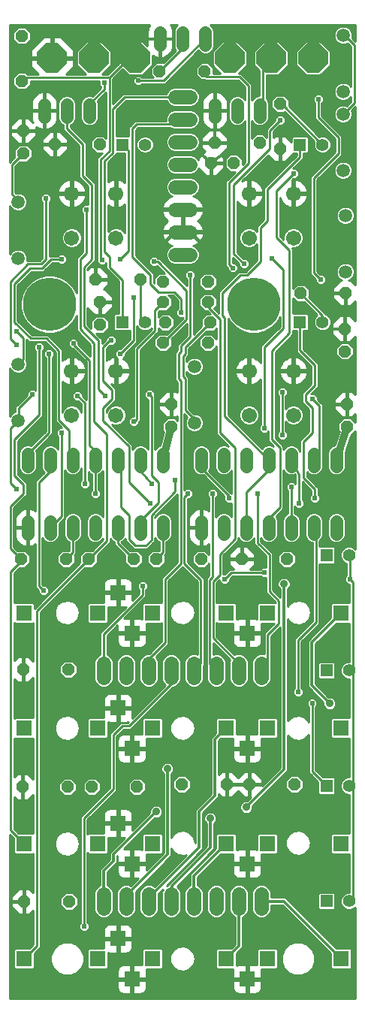
<source format=gtl>
G75*
%MOIN*%
%OFA0B0*%
%FSLAX24Y24*%
%IPPOS*%
%LPD*%
%AMOC8*
5,1,8,0,0,1.08239X$1,22.5*
%
%ADD10R,0.0712X0.0712*%
%ADD11OC8,0.0560*%
%ADD12R,0.0560X0.0560*%
%ADD13C,0.0560*%
%ADD14OC8,0.1306*%
%ADD15C,0.0560*%
%ADD16C,0.0594*%
%ADD17C,0.0640*%
%ADD18C,0.0673*%
%ADD19C,0.0100*%
%ADD20C,0.0238*%
%ADD21C,0.0160*%
%ADD22C,0.0138*%
%ADD23C,0.0087*%
%ADD24C,0.0120*%
%ADD25C,0.0356*%
%ADD26C,0.2362*%
%ADD27C,0.0320*%
D10*
X001377Y002120D03*
X001377Y007238D03*
X001377Y012356D03*
X001377Y017474D03*
X004644Y017474D03*
X005556Y018374D03*
X006174Y016574D03*
X007085Y017474D03*
X005556Y013256D03*
X006174Y011456D03*
X007085Y012356D03*
X005556Y008138D03*
X006174Y006338D03*
X007085Y007238D03*
X005556Y003020D03*
X006174Y001220D03*
X007085Y002120D03*
X004644Y002120D03*
X004644Y007238D03*
X004644Y012356D03*
X010353Y012356D03*
X011292Y011456D03*
X012204Y012356D03*
X011292Y016574D03*
X012204Y017474D03*
X010353Y017474D03*
X010353Y007238D03*
X011292Y006338D03*
X012204Y007238D03*
X012204Y002120D03*
X011292Y001220D03*
X010353Y002120D03*
X015471Y002120D03*
X015471Y007238D03*
X015471Y012356D03*
X015471Y017474D03*
D11*
X013050Y019850D03*
X011050Y019850D03*
X009250Y019850D03*
X007250Y019850D03*
X006250Y019850D03*
X004250Y019850D03*
X003250Y019850D03*
X001250Y019850D03*
X001350Y014950D03*
X003350Y014950D03*
X003325Y009746D03*
X004397Y009750D03*
X006397Y009750D03*
X008391Y009855D03*
X010391Y009855D03*
X011391Y009855D03*
X013391Y009855D03*
X015725Y025725D03*
X015725Y026725D03*
X015625Y029075D03*
X015625Y030075D03*
X015650Y031650D03*
X013650Y031650D03*
X012750Y038050D03*
X012750Y040050D03*
X011841Y038330D03*
X010700Y037425D03*
X009700Y037425D03*
X009841Y038330D03*
X009404Y041505D03*
X007404Y041505D03*
X004750Y038250D03*
X002750Y038250D03*
X001350Y037850D03*
X001350Y038850D03*
X001291Y041068D03*
X001291Y043068D03*
X004550Y032250D03*
X004750Y031250D03*
X004750Y030250D03*
X006550Y032250D03*
X007550Y032150D03*
X007550Y031250D03*
X007650Y030350D03*
X007550Y029450D03*
X007925Y026725D03*
X007925Y025725D03*
X009550Y029450D03*
X009650Y030350D03*
X009550Y031250D03*
X009550Y032150D03*
X001325Y009746D03*
X001391Y004655D03*
X003391Y004655D03*
D12*
X005759Y030368D03*
X005759Y038242D03*
X013633Y038242D03*
X013633Y030368D03*
X014814Y020033D03*
X014814Y014915D03*
X014814Y009797D03*
X014814Y004679D03*
D13*
X015814Y004679D03*
X015814Y009797D03*
X015814Y014915D03*
X015814Y020033D03*
X014633Y030368D03*
X014633Y038242D03*
X006759Y038242D03*
X006759Y030368D03*
D14*
X006337Y042081D03*
X004487Y042081D03*
X002637Y042081D03*
X010511Y042081D03*
X012361Y042081D03*
X014211Y042081D03*
D15*
X011850Y040030D02*
X011850Y039470D01*
X010850Y039470D02*
X010850Y040030D01*
X009850Y040030D02*
X009850Y039470D01*
X009429Y042665D02*
X009429Y043225D01*
X008429Y043225D02*
X008429Y042665D01*
X007429Y042665D02*
X007429Y043225D01*
X004291Y040035D02*
X004291Y039475D01*
X003291Y039475D02*
X003291Y040035D01*
X002291Y040035D02*
X002291Y039475D01*
X002550Y024530D02*
X002550Y023970D01*
X001550Y023970D02*
X001550Y024530D01*
X001550Y021530D02*
X001550Y020970D01*
X002550Y020970D02*
X002550Y021530D01*
X003550Y021530D02*
X003550Y020970D01*
X004550Y020970D02*
X004550Y021530D01*
X004550Y023970D02*
X004550Y024530D01*
X003550Y024530D02*
X003550Y023970D01*
X005550Y023970D02*
X005550Y024530D01*
X006550Y024530D02*
X006550Y023970D01*
X007550Y023970D02*
X007550Y024530D01*
X007550Y021530D02*
X007550Y020970D01*
X006550Y020970D02*
X006550Y021530D01*
X005550Y021530D02*
X005550Y020970D01*
X009250Y020970D02*
X009250Y021530D01*
X010250Y021530D02*
X010250Y020970D01*
X011250Y020970D02*
X011250Y021530D01*
X012250Y021530D02*
X012250Y020970D01*
X013250Y020970D02*
X013250Y021530D01*
X014250Y021530D02*
X014250Y020970D01*
X015250Y020970D02*
X015250Y021530D01*
X015250Y023970D02*
X015250Y024530D01*
X014250Y024530D02*
X014250Y023970D01*
X013250Y023970D02*
X013250Y024530D01*
X012250Y024530D02*
X012250Y023970D01*
X011250Y023970D02*
X011250Y024530D01*
X010250Y024530D02*
X010250Y023970D01*
X009250Y023970D02*
X009250Y024530D01*
D16*
X008950Y025900D03*
X008950Y028400D03*
X015550Y037100D03*
X015650Y035100D03*
X015650Y032600D03*
X015550Y039600D03*
X015550Y040600D03*
X015550Y043100D03*
X001125Y035700D03*
X001125Y033200D03*
X001125Y028500D03*
X001125Y026000D03*
D17*
X004924Y015231D02*
X004924Y014591D01*
X005924Y014591D02*
X005924Y015231D01*
X006924Y015231D02*
X006924Y014591D01*
X007924Y014591D02*
X007924Y015231D01*
X008924Y015231D02*
X008924Y014591D01*
X009924Y014591D02*
X009924Y015231D01*
X010924Y015231D02*
X010924Y014591D01*
X011924Y014591D02*
X011924Y015231D01*
X011924Y004995D02*
X011924Y004355D01*
X010924Y004355D02*
X010924Y004995D01*
X009924Y004995D02*
X009924Y004355D01*
X008924Y004355D02*
X008924Y004995D01*
X007924Y004995D02*
X007924Y004355D01*
X006924Y004355D02*
X006924Y004995D01*
X005924Y004995D02*
X005924Y004355D01*
X004924Y004355D02*
X004924Y004995D01*
X008104Y033364D02*
X008744Y033364D01*
X008744Y034364D02*
X008104Y034364D01*
X008104Y035364D02*
X008744Y035364D01*
X008744Y036364D02*
X008104Y036364D01*
X008104Y037364D02*
X008744Y037364D01*
X008744Y038364D02*
X008104Y038364D01*
X008104Y039364D02*
X008744Y039364D01*
X008744Y040364D02*
X008104Y040364D01*
D18*
X005471Y036077D03*
X005471Y034108D03*
X003503Y034108D03*
X003503Y036077D03*
X003503Y028203D03*
X003503Y026234D03*
X005471Y026234D03*
X005471Y028203D03*
X011377Y028203D03*
X011377Y026234D03*
X013345Y026234D03*
X013345Y028203D03*
X013345Y034108D03*
X013345Y036077D03*
X011377Y036077D03*
X011377Y034108D03*
D19*
X000758Y007630D02*
X000758Y000360D01*
X016090Y000360D01*
X016090Y004403D01*
X016035Y004349D01*
X015891Y004289D01*
X015736Y004289D01*
X015593Y004349D01*
X015483Y004458D01*
X015424Y004602D01*
X015424Y004757D01*
X015483Y004900D01*
X015593Y005010D01*
X015736Y005069D01*
X015822Y005069D01*
X015822Y006772D01*
X015069Y006772D01*
X015005Y006836D01*
X015005Y007640D01*
X015069Y007704D01*
X015822Y007704D01*
X015822Y009407D01*
X015736Y009407D01*
X015593Y009467D01*
X015483Y009576D01*
X015424Y009720D01*
X015424Y009875D01*
X015483Y010018D01*
X015593Y010128D01*
X015736Y010187D01*
X015822Y010187D01*
X015822Y011890D01*
X015069Y011890D01*
X015005Y011955D01*
X015005Y012758D01*
X015069Y012823D01*
X015822Y012823D01*
X015822Y014525D01*
X015736Y014525D01*
X015593Y014585D01*
X015483Y014694D01*
X015424Y014838D01*
X015424Y014993D01*
X015483Y015136D01*
X015593Y015246D01*
X015736Y015305D01*
X015822Y015305D01*
X015822Y017008D01*
X015245Y017008D01*
X014320Y016083D01*
X014320Y014320D01*
X014902Y013738D01*
X015007Y013738D01*
X015113Y013694D01*
X015194Y013613D01*
X015238Y013507D01*
X015238Y013393D01*
X015194Y013287D01*
X015113Y013206D01*
X015007Y013162D01*
X014893Y013162D01*
X014787Y013206D01*
X014706Y013287D01*
X014662Y013393D01*
X014662Y013498D01*
X014080Y014080D01*
X013980Y014180D01*
X013980Y016224D01*
X015005Y017249D01*
X015005Y017876D01*
X015069Y017941D01*
X015822Y017941D01*
X015822Y018721D01*
X015755Y018721D01*
X015621Y018855D01*
X015621Y019045D01*
X015697Y019121D01*
X015697Y019660D01*
X015593Y019703D01*
X015483Y019813D01*
X015424Y019956D01*
X015424Y020111D01*
X015483Y020254D01*
X015593Y020364D01*
X015736Y020423D01*
X015891Y020423D01*
X016035Y020364D01*
X016090Y020309D01*
X016090Y025538D01*
X015887Y025335D01*
X015883Y025335D01*
X015640Y024580D01*
X015640Y023892D01*
X015581Y023749D01*
X015471Y023639D01*
X015328Y023580D01*
X015172Y023580D01*
X015029Y023639D01*
X014919Y023749D01*
X014860Y023892D01*
X014860Y024608D01*
X014919Y024751D01*
X015029Y024861D01*
X015172Y024920D01*
X015182Y024920D01*
X015376Y025522D01*
X015335Y025563D01*
X015335Y025887D01*
X015563Y026115D01*
X015887Y026115D01*
X016090Y025912D01*
X016090Y026284D01*
X015961Y026155D01*
X015755Y026155D01*
X015755Y026695D01*
X015695Y026695D01*
X015695Y026155D01*
X015489Y026155D01*
X015155Y026489D01*
X015155Y026695D01*
X015695Y026695D01*
X015695Y026755D01*
X015695Y027295D01*
X015489Y027295D01*
X015155Y026961D01*
X015155Y026755D01*
X015695Y026755D01*
X015755Y026755D01*
X015755Y027295D01*
X015961Y027295D01*
X016090Y027166D01*
X016090Y029734D01*
X015861Y029505D01*
X015655Y029505D01*
X015655Y030045D01*
X015595Y030045D01*
X015595Y029505D01*
X015389Y029505D01*
X015055Y029839D01*
X015055Y030045D01*
X015595Y030045D01*
X015595Y030105D01*
X015595Y030645D01*
X015389Y030645D01*
X015055Y030311D01*
X015055Y030105D01*
X015595Y030105D01*
X015655Y030105D01*
X015655Y030645D01*
X015861Y030645D01*
X016090Y030416D01*
X016090Y031284D01*
X015886Y031080D01*
X015680Y031080D01*
X015680Y031620D01*
X015620Y031620D01*
X015620Y031080D01*
X015414Y031080D01*
X015080Y031414D01*
X015080Y031620D01*
X015620Y031620D01*
X015620Y031680D01*
X015080Y031680D01*
X015080Y031886D01*
X015414Y032220D01*
X015503Y032220D01*
X015419Y032255D01*
X015305Y032369D01*
X015243Y032519D01*
X015243Y032681D01*
X015305Y032831D01*
X015419Y032945D01*
X015569Y033007D01*
X015731Y033007D01*
X015881Y032945D01*
X015995Y032831D01*
X016057Y032681D01*
X016057Y032519D01*
X015995Y032369D01*
X015881Y032255D01*
X015797Y032220D01*
X015886Y032220D01*
X016090Y032016D01*
X016090Y039923D01*
X015925Y039758D01*
X015957Y039681D01*
X015957Y039519D01*
X015895Y039369D01*
X015781Y039255D01*
X015631Y039193D01*
X015469Y039193D01*
X015319Y039255D01*
X015205Y039369D01*
X015143Y039519D01*
X015143Y039681D01*
X015205Y039831D01*
X015319Y039945D01*
X015469Y040007D01*
X015631Y040007D01*
X015708Y039975D01*
X015897Y040164D01*
X015897Y040373D01*
X015895Y040369D01*
X015781Y040255D01*
X015631Y040193D01*
X015469Y040193D01*
X015319Y040255D01*
X015205Y040369D01*
X015143Y040519D01*
X015143Y040681D01*
X015205Y040831D01*
X015319Y040945D01*
X015469Y041007D01*
X015631Y041007D01*
X015781Y040945D01*
X015895Y040831D01*
X015897Y040827D01*
X015897Y042586D01*
X015744Y042740D01*
X015631Y042693D01*
X015469Y042693D01*
X015319Y042755D01*
X015205Y042869D01*
X015143Y043019D01*
X015143Y043181D01*
X015205Y043331D01*
X015319Y043445D01*
X015469Y043507D01*
X015631Y043507D01*
X015781Y043445D01*
X015895Y043331D01*
X015957Y043181D01*
X015957Y043019D01*
X015940Y042977D01*
X016090Y042827D01*
X016090Y043546D01*
X009660Y043546D01*
X009760Y043446D01*
X009819Y043303D01*
X009819Y042588D01*
X009760Y042444D01*
X009650Y042334D01*
X009507Y042275D01*
X009352Y042275D01*
X009208Y042334D01*
X009125Y042418D01*
X007742Y041017D01*
X007742Y041016D01*
X007698Y040972D01*
X007654Y040927D01*
X007653Y040927D01*
X007652Y040926D01*
X007589Y040926D01*
X007527Y040926D01*
X007526Y040926D01*
X006637Y040926D01*
X006561Y040851D01*
X006371Y040851D01*
X006237Y040985D01*
X006237Y041175D01*
X006371Y041309D01*
X006561Y041309D01*
X006637Y041233D01*
X007124Y041233D01*
X007014Y041343D01*
X007014Y041666D01*
X007243Y041895D01*
X007566Y041895D01*
X007572Y041889D01*
X008113Y042430D01*
X008099Y042444D01*
X008039Y042588D01*
X008039Y043303D01*
X008099Y043446D01*
X008198Y043546D01*
X007901Y043546D01*
X007917Y043524D01*
X007958Y043444D01*
X007985Y043359D01*
X007999Y043270D01*
X007999Y042975D01*
X007459Y042975D01*
X007459Y042915D01*
X007459Y042095D01*
X007474Y042095D01*
X007563Y042109D01*
X007648Y042137D01*
X007728Y042178D01*
X007801Y042230D01*
X007864Y042294D01*
X007917Y042366D01*
X007958Y042446D01*
X007985Y042532D01*
X007999Y042620D01*
X007999Y042915D01*
X007459Y042915D01*
X007399Y042915D01*
X006859Y042915D01*
X006859Y042637D01*
X006653Y042843D01*
X006021Y042843D01*
X005575Y042397D01*
X005575Y041830D01*
X005127Y041383D01*
X005127Y041383D01*
X005111Y041367D01*
X004852Y041367D01*
X005250Y041765D01*
X005250Y042397D01*
X004803Y042843D01*
X004171Y042843D01*
X003724Y042397D01*
X003724Y041765D01*
X004122Y041367D01*
X003256Y041367D01*
X003579Y041690D01*
X003579Y042031D01*
X002687Y042031D01*
X002687Y042131D01*
X003579Y042131D01*
X003579Y042471D01*
X003027Y043023D01*
X002687Y043023D01*
X002687Y042131D01*
X002587Y042131D01*
X002587Y043023D01*
X002246Y043023D01*
X001694Y042471D01*
X001694Y042131D01*
X002587Y042131D01*
X002587Y042031D01*
X001694Y042031D01*
X001694Y041690D01*
X002017Y041367D01*
X001544Y041367D01*
X001452Y041458D01*
X001129Y041458D01*
X000901Y041230D01*
X000901Y040907D01*
X001129Y040678D01*
X001452Y040678D01*
X001681Y040907D01*
X001681Y041060D01*
X004712Y041060D01*
X004712Y040885D01*
X004788Y040809D01*
X004788Y040768D01*
X004422Y040403D01*
X004369Y040425D01*
X004213Y040425D01*
X004070Y040365D01*
X003960Y040256D01*
X003901Y040112D01*
X003901Y039397D01*
X003960Y039254D01*
X004070Y039144D01*
X004213Y039085D01*
X004369Y039085D01*
X004512Y039144D01*
X004622Y039254D01*
X004681Y039397D01*
X004681Y040112D01*
X004647Y040194D01*
X005022Y040569D01*
X005022Y038530D01*
X004912Y038640D01*
X004588Y038640D01*
X004360Y038412D01*
X004360Y038088D01*
X004588Y037860D01*
X004843Y037860D01*
X004638Y037654D01*
X004638Y033237D01*
X004621Y033220D01*
X004621Y033030D01*
X004755Y032896D01*
X004945Y032896D01*
X005038Y032989D01*
X005038Y032746D01*
X005127Y032656D01*
X005605Y032178D01*
X005605Y030758D01*
X005433Y030758D01*
X005369Y030694D01*
X005369Y030043D01*
X005433Y029978D01*
X006084Y029978D01*
X006097Y029991D01*
X006097Y029614D01*
X005662Y029179D01*
X005555Y029179D01*
X005421Y029045D01*
X005421Y028855D01*
X005521Y028755D01*
X005521Y028253D01*
X005421Y028253D01*
X005421Y028829D01*
X005325Y028814D01*
X005231Y028783D01*
X005143Y028739D01*
X005063Y028681D01*
X005044Y028662D01*
X005044Y029191D01*
X005174Y029321D01*
X005345Y029321D01*
X005479Y029455D01*
X005479Y029645D01*
X005345Y029779D01*
X005155Y029779D01*
X005021Y029645D01*
X005021Y029602D01*
X004844Y029425D01*
X004844Y029618D01*
X004754Y029708D01*
X004602Y029860D01*
X004912Y029860D01*
X005140Y030088D01*
X005140Y030412D01*
X004912Y030640D01*
X004588Y030640D01*
X004360Y030412D01*
X004360Y030102D01*
X004194Y030268D01*
X004194Y031000D01*
X004514Y030680D01*
X004720Y030680D01*
X004720Y031220D01*
X004780Y031220D01*
X004780Y031280D01*
X005320Y031280D01*
X005320Y031486D01*
X004986Y031820D01*
X004926Y031820D01*
X005120Y032014D01*
X005120Y032220D01*
X004580Y032220D01*
X004580Y032280D01*
X004520Y032280D01*
X004520Y032820D01*
X004314Y032820D01*
X004194Y032700D01*
X004194Y032741D01*
X004454Y033001D01*
X004544Y033091D01*
X004544Y036518D01*
X004144Y036918D01*
X004144Y038318D01*
X003444Y039018D01*
X003444Y039116D01*
X003512Y039144D01*
X003622Y039254D01*
X003681Y039397D01*
X003681Y040112D01*
X003622Y040256D01*
X003512Y040365D01*
X003369Y040425D01*
X003213Y040425D01*
X003070Y040365D01*
X002960Y040256D01*
X002901Y040112D01*
X002901Y039397D01*
X002960Y039254D01*
X003070Y039144D01*
X003138Y039116D01*
X003138Y038891D01*
X003227Y038801D01*
X003838Y038191D01*
X003838Y036791D01*
X003927Y036701D01*
X004238Y036391D01*
X004238Y035579D01*
X004055Y035579D01*
X003921Y035445D01*
X003921Y035255D01*
X003990Y035186D01*
X003990Y033480D01*
X003825Y033315D01*
X003809Y033315D01*
X003715Y033221D01*
X003715Y031665D01*
X003552Y031948D01*
X003311Y032189D01*
X003017Y032359D01*
X002688Y032447D01*
X002349Y032447D01*
X002020Y032359D01*
X001726Y032189D01*
X001485Y031948D01*
X001315Y031654D01*
X001227Y031325D01*
X001227Y030986D01*
X001315Y030657D01*
X001485Y030363D01*
X001726Y030122D01*
X002020Y029952D01*
X002349Y029864D01*
X002688Y029864D01*
X003017Y029952D01*
X003311Y030122D01*
X003552Y030363D01*
X003715Y030646D01*
X003715Y029984D01*
X003809Y029890D01*
X003818Y029890D01*
X004338Y029371D01*
X004338Y028854D01*
X003804Y029388D01*
X003804Y029520D01*
X003670Y029654D01*
X003480Y029654D01*
X003346Y029520D01*
X003346Y029330D01*
X003480Y029196D01*
X003562Y029196D01*
X004147Y028611D01*
X004147Y026941D01*
X003995Y027092D01*
X003995Y027200D01*
X003861Y027334D01*
X003671Y027334D01*
X003537Y027200D01*
X003537Y027010D01*
X003671Y026876D01*
X003778Y026876D01*
X003938Y026716D01*
X003938Y026351D01*
X003881Y026487D01*
X003756Y026613D01*
X003592Y026681D01*
X003414Y026681D01*
X003250Y026613D01*
X003124Y026487D01*
X003078Y026376D01*
X003078Y027741D01*
X003095Y027725D01*
X003174Y027667D01*
X003262Y027622D01*
X003356Y027592D01*
X003453Y027576D01*
X003453Y028153D01*
X003553Y028153D01*
X003553Y028253D01*
X003453Y028253D01*
X003453Y028829D01*
X003356Y028814D01*
X003262Y028783D01*
X003174Y028739D01*
X003095Y028681D01*
X003078Y028664D01*
X003078Y029164D01*
X002989Y029253D01*
X002989Y029253D01*
X002439Y029803D01*
X001739Y029803D01*
X001103Y030439D01*
X001103Y031986D01*
X001714Y032597D01*
X002239Y032597D01*
X002328Y032686D01*
X002639Y032997D01*
X002879Y032997D01*
X002955Y032921D01*
X003145Y032921D01*
X003279Y033055D01*
X003279Y033245D01*
X003145Y033379D01*
X002955Y033379D01*
X002879Y033303D01*
X002511Y033303D01*
X002510Y033302D01*
X002510Y035686D01*
X002579Y035755D01*
X002579Y035945D01*
X002445Y036079D01*
X002255Y036079D01*
X002121Y035945D01*
X002121Y035755D01*
X002190Y035686D01*
X002190Y033216D01*
X002084Y033110D01*
X001528Y033110D01*
X001532Y033119D01*
X001532Y033281D01*
X001470Y033431D01*
X001356Y033545D01*
X001206Y033607D01*
X001044Y033607D01*
X000894Y033545D01*
X000780Y033431D01*
X000758Y033379D01*
X000758Y035521D01*
X000780Y035469D01*
X000894Y035355D01*
X001044Y035293D01*
X001206Y035293D01*
X001356Y035355D01*
X001470Y035469D01*
X001532Y035619D01*
X001532Y035781D01*
X001470Y035931D01*
X001356Y036045D01*
X001206Y036107D01*
X001044Y036107D01*
X001020Y036097D01*
X001003Y036114D01*
X001003Y037286D01*
X003838Y037286D01*
X003838Y037188D02*
X001003Y037188D01*
X001003Y037286D02*
X001183Y037466D01*
X001188Y037460D01*
X001512Y037460D01*
X001740Y037688D01*
X001740Y038012D01*
X001512Y038240D01*
X001188Y038240D01*
X000960Y038012D01*
X000960Y037688D01*
X000966Y037683D01*
X000786Y037503D01*
X000758Y037475D01*
X000758Y043546D01*
X006958Y043546D01*
X006942Y043524D01*
X006901Y043444D01*
X006873Y043359D01*
X006859Y043270D01*
X006859Y042975D01*
X007399Y042975D01*
X007399Y042915D01*
X007399Y042095D01*
X007384Y042095D01*
X007296Y042109D01*
X007211Y042137D01*
X007131Y042178D01*
X007100Y042200D01*
X007100Y041765D01*
X006653Y041318D01*
X006021Y041318D01*
X005759Y041581D01*
X005328Y041150D01*
X005328Y040045D01*
X005697Y040414D01*
X005786Y040503D01*
X007696Y040503D01*
X007739Y040608D01*
X007860Y040729D01*
X008018Y040794D01*
X008830Y040794D01*
X008988Y040729D01*
X009109Y040608D01*
X009174Y040450D01*
X009174Y040279D01*
X009109Y040121D01*
X008988Y040000D01*
X008830Y039934D01*
X008018Y039934D01*
X007860Y040000D01*
X007739Y040121D01*
X007708Y040197D01*
X005914Y040197D01*
X005478Y039761D01*
X005478Y038632D01*
X006038Y038632D01*
X006038Y039018D01*
X006127Y039108D01*
X006127Y039108D01*
X006238Y039218D01*
X006327Y039308D01*
X007674Y039308D01*
X007674Y039450D01*
X007739Y039608D01*
X007860Y039729D01*
X008018Y039794D01*
X008830Y039794D01*
X008988Y039729D01*
X009109Y039608D01*
X009174Y039450D01*
X009174Y039279D01*
X009109Y039121D01*
X008988Y039000D01*
X008830Y038934D01*
X008018Y038934D01*
X007860Y039000D01*
X007859Y039001D01*
X006454Y039001D01*
X006344Y038891D01*
X006344Y033318D01*
X007144Y032518D01*
X007144Y032118D01*
X007160Y032102D01*
X007160Y032312D01*
X007388Y032540D01*
X007618Y032540D01*
X007291Y032867D01*
X007245Y032821D01*
X007055Y032821D01*
X006921Y032955D01*
X006921Y033145D01*
X007055Y033279D01*
X007245Y033279D01*
X007321Y033203D01*
X007389Y033203D01*
X007478Y033114D01*
X008613Y031979D01*
X008613Y032263D01*
X008329Y032263D01*
X008231Y032361D02*
X008521Y032361D01*
X008521Y032355D02*
X008613Y032263D01*
X008613Y032164D02*
X008428Y032164D01*
X008526Y032066D02*
X008613Y032066D01*
X008521Y032355D02*
X008521Y032545D01*
X008655Y032679D01*
X008845Y032679D01*
X008979Y032545D01*
X008979Y032355D01*
X008919Y032295D01*
X008919Y029836D01*
X009266Y030183D01*
X009260Y030188D01*
X009260Y030512D01*
X009488Y030740D01*
X009639Y030740D01*
X009527Y030851D01*
X009519Y030860D01*
X009388Y030860D01*
X009160Y031088D01*
X009160Y031412D01*
X009388Y031640D01*
X009712Y031640D01*
X009940Y031412D01*
X009940Y031088D01*
X009832Y030980D01*
X010038Y030775D01*
X010038Y031718D01*
X010838Y032518D01*
X010838Y032518D01*
X010927Y032608D01*
X011227Y032608D01*
X011738Y033118D01*
X011738Y033838D01*
X011630Y033730D01*
X011466Y033662D01*
X011288Y033662D01*
X011124Y033730D01*
X010998Y033855D01*
X010930Y034019D01*
X010930Y034197D01*
X010998Y034361D01*
X011124Y034487D01*
X011288Y034555D01*
X011466Y034555D01*
X011630Y034487D01*
X011738Y034379D01*
X011738Y034618D01*
X012038Y034918D01*
X012038Y036318D01*
X013479Y037760D01*
X013479Y037852D01*
X013320Y037852D01*
X013320Y037814D01*
X012986Y037480D01*
X012780Y037480D01*
X012780Y038020D01*
X012720Y038020D01*
X012720Y037480D01*
X012514Y037480D01*
X012218Y037776D01*
X011061Y036619D01*
X011136Y036657D01*
X011230Y036688D01*
X011327Y036703D01*
X011327Y036127D01*
X011427Y036127D01*
X011427Y036703D01*
X011523Y036688D01*
X011617Y036657D01*
X011705Y036613D01*
X011785Y036555D01*
X011855Y036485D01*
X011913Y036405D01*
X011957Y036317D01*
X011988Y036223D01*
X012003Y036127D01*
X011427Y036127D01*
X011427Y036027D01*
X012003Y036027D01*
X011988Y035930D01*
X011957Y035836D01*
X011913Y035748D01*
X011855Y035669D01*
X011785Y035599D01*
X011705Y035541D01*
X011617Y035496D01*
X011523Y035466D01*
X011427Y035450D01*
X011427Y036027D01*
X011327Y036027D01*
X011327Y035450D01*
X011230Y035466D01*
X011136Y035496D01*
X011048Y035541D01*
X010969Y035599D01*
X010899Y035669D01*
X010853Y035731D01*
X010853Y033464D01*
X011138Y033179D01*
X011245Y033179D01*
X011379Y033045D01*
X011379Y032855D01*
X011245Y032721D01*
X011055Y032721D01*
X010921Y032855D01*
X010921Y032962D01*
X010644Y033239D01*
X010644Y033004D01*
X010745Y033004D01*
X010879Y032870D01*
X010879Y032680D01*
X010745Y032546D01*
X010555Y032546D01*
X010421Y032680D01*
X010421Y032787D01*
X010338Y032871D01*
X010338Y036618D01*
X010427Y036708D01*
X010427Y036708D01*
X010754Y037035D01*
X010538Y037035D01*
X010310Y037263D01*
X010310Y037587D01*
X010538Y037815D01*
X010862Y037815D01*
X011090Y037587D01*
X011090Y037371D01*
X011197Y037477D01*
X011197Y039288D01*
X011181Y039249D01*
X011071Y039139D01*
X010928Y039080D01*
X010772Y039080D01*
X010629Y039139D01*
X010519Y039249D01*
X010460Y039392D01*
X010460Y040108D01*
X010519Y040251D01*
X010629Y040361D01*
X010772Y040420D01*
X010928Y040420D01*
X011071Y040361D01*
X011181Y040251D01*
X011197Y040212D01*
X011197Y040786D01*
X010882Y041101D01*
X009427Y041101D01*
X009414Y041115D01*
X009243Y041115D01*
X009014Y041343D01*
X009014Y041666D01*
X009243Y041895D01*
X009566Y041895D01*
X009794Y041666D01*
X009794Y041408D01*
X010105Y041408D01*
X009748Y041765D01*
X009748Y042397D01*
X010195Y042843D01*
X010827Y042843D01*
X011273Y042397D01*
X011273Y041765D01*
X010917Y041408D01*
X011009Y041408D01*
X011503Y040914D01*
X011503Y040212D01*
X011519Y040251D01*
X011629Y040361D01*
X011772Y040420D01*
X011838Y040420D01*
X011838Y041525D01*
X011598Y041765D01*
X011598Y042397D01*
X012045Y042843D01*
X012677Y042843D01*
X013124Y042397D01*
X013124Y041765D01*
X012677Y041318D01*
X012144Y041318D01*
X012144Y040287D01*
X012181Y040251D01*
X012240Y040108D01*
X012240Y039392D01*
X012181Y039249D01*
X012071Y039139D01*
X011928Y039080D01*
X011772Y039080D01*
X011629Y039139D01*
X011519Y039249D01*
X011503Y039288D01*
X011503Y038544D01*
X011679Y038720D01*
X012002Y038720D01*
X012147Y038576D01*
X012147Y038939D01*
X012521Y039313D01*
X012521Y039420D01*
X012655Y039554D01*
X012845Y039554D01*
X012979Y039420D01*
X012979Y039230D01*
X012845Y039096D01*
X012738Y039096D01*
X012453Y038811D01*
X012453Y038559D01*
X012514Y038620D01*
X012720Y038620D01*
X012720Y038080D01*
X012780Y038080D01*
X012780Y038620D01*
X012986Y038620D01*
X013243Y038363D01*
X013243Y038568D01*
X013307Y038632D01*
X013958Y038632D01*
X014023Y038568D01*
X014023Y037917D01*
X013958Y037852D01*
X013786Y037852D01*
X013786Y037633D01*
X013696Y037543D01*
X013332Y037179D01*
X013445Y037179D01*
X013579Y037045D01*
X013579Y036855D01*
X013445Y036721D01*
X013338Y036721D01*
X013295Y036678D01*
X013295Y036127D01*
X013395Y036127D01*
X013395Y036703D01*
X013492Y036688D01*
X013586Y036657D01*
X013674Y036613D01*
X013753Y036555D01*
X013823Y036485D01*
X013881Y036405D01*
X013926Y036317D01*
X013956Y036223D01*
X013972Y036127D01*
X013395Y036127D01*
X013395Y036027D01*
X013395Y035450D01*
X013492Y035466D01*
X013586Y035496D01*
X013674Y035541D01*
X013753Y035599D01*
X013823Y035669D01*
X013881Y035748D01*
X013926Y035836D01*
X013956Y035930D01*
X013972Y036027D01*
X013395Y036027D01*
X013295Y036027D01*
X013295Y035450D01*
X013199Y035466D01*
X013105Y035496D01*
X013017Y035541D01*
X012937Y035599D01*
X012867Y035669D01*
X012809Y035748D01*
X012765Y035836D01*
X012744Y035899D01*
X012744Y034193D01*
X012899Y034039D01*
X012899Y034197D01*
X012967Y034361D01*
X013092Y034487D01*
X013256Y034555D01*
X013434Y034555D01*
X013598Y034487D01*
X013724Y034361D01*
X013792Y034197D01*
X013792Y034019D01*
X013724Y033855D01*
X013598Y033730D01*
X013434Y033662D01*
X013276Y033662D01*
X013319Y033618D01*
X013319Y031871D01*
X013488Y032040D01*
X013812Y032040D01*
X014040Y031812D01*
X014040Y031488D01*
X014034Y031483D01*
X014786Y030731D01*
X014786Y030727D01*
X014854Y030699D01*
X014963Y030589D01*
X015023Y030446D01*
X015023Y030291D01*
X014963Y030147D01*
X014854Y030037D01*
X014710Y029978D01*
X014555Y029978D01*
X014412Y030037D01*
X014302Y030147D01*
X014243Y030291D01*
X014243Y030446D01*
X014302Y030589D01*
X014398Y030685D01*
X013817Y031266D01*
X013812Y031260D01*
X013488Y031260D01*
X013319Y031429D01*
X013319Y030758D01*
X013958Y030758D01*
X014023Y030694D01*
X014023Y030043D01*
X013958Y029978D01*
X013786Y029978D01*
X013786Y029176D01*
X014444Y028518D01*
X014444Y027491D01*
X014354Y027401D01*
X014137Y027184D01*
X014286Y027184D01*
X014420Y027050D01*
X014420Y026942D01*
X014554Y026808D01*
X014644Y026718D01*
X014644Y024491D01*
X014640Y024487D01*
X014640Y023892D01*
X014581Y023749D01*
X014471Y023639D01*
X014328Y023580D01*
X014172Y023580D01*
X014029Y023639D01*
X013944Y023724D01*
X013944Y023518D01*
X014354Y023108D01*
X014444Y023018D01*
X014444Y022725D01*
X014520Y022650D01*
X014520Y022460D01*
X014386Y022326D01*
X014196Y022326D01*
X014062Y022460D01*
X014062Y022650D01*
X014138Y022725D01*
X014138Y022891D01*
X013744Y023285D01*
X013744Y022500D01*
X013820Y022425D01*
X013820Y022235D01*
X013686Y022101D01*
X013496Y022101D01*
X013403Y022193D01*
X013403Y021889D01*
X013471Y021861D01*
X013581Y021751D01*
X013640Y021608D01*
X013640Y020892D01*
X013581Y020749D01*
X013471Y020639D01*
X013328Y020580D01*
X013172Y020580D01*
X013029Y020639D01*
X012919Y020749D01*
X012860Y020892D01*
X012860Y021608D01*
X012919Y021751D01*
X013029Y021861D01*
X013097Y021889D01*
X013097Y022879D01*
X013021Y022955D01*
X013021Y023145D01*
X013155Y023279D01*
X013345Y023279D01*
X013438Y023186D01*
X013438Y023571D01*
X013414Y023616D01*
X013328Y023580D01*
X013172Y023580D01*
X013029Y023639D01*
X012919Y023749D01*
X012903Y023788D01*
X012903Y022086D01*
X012574Y021757D01*
X012581Y021751D01*
X012640Y021608D01*
X012640Y020892D01*
X012581Y020749D01*
X012471Y020639D01*
X012328Y020580D01*
X012172Y020580D01*
X012029Y020639D01*
X011919Y020749D01*
X011903Y020788D01*
X011903Y020639D01*
X012428Y020114D01*
X012428Y018489D01*
X012755Y018162D01*
X012755Y018513D01*
X012681Y018587D01*
X012637Y018693D01*
X012637Y018807D01*
X012681Y018913D01*
X012762Y018994D01*
X012868Y019038D01*
X012982Y019038D01*
X013088Y018994D01*
X013169Y018913D01*
X013213Y018807D01*
X013213Y018693D01*
X013169Y018587D01*
X013095Y018513D01*
X013095Y017764D01*
X013142Y017855D01*
X013142Y017855D01*
X013142Y017855D01*
X013365Y018009D01*
X013365Y018009D01*
X013634Y018041D01*
X013634Y018041D01*
X013887Y017945D01*
X013887Y017945D01*
X014067Y017743D01*
X014132Y017480D01*
X014132Y017480D01*
X014067Y017217D01*
X014067Y017217D01*
X013887Y017014D01*
X013887Y017014D01*
X013634Y016918D01*
X013634Y016918D01*
X013365Y016951D01*
X013365Y016951D01*
X013142Y017105D01*
X013142Y017105D01*
X013095Y017195D01*
X013095Y012687D01*
X013117Y012730D01*
X013117Y012730D01*
X013117Y012730D01*
X013340Y012884D01*
X013340Y012884D01*
X013609Y012916D01*
X013609Y012916D01*
X013862Y012820D01*
X013862Y012820D01*
X014022Y012640D01*
X014022Y013279D01*
X013946Y013355D01*
X013946Y013545D01*
X014080Y013679D01*
X014270Y013679D01*
X014404Y013545D01*
X014404Y013355D01*
X014328Y013279D01*
X014328Y010500D01*
X014641Y010187D01*
X015139Y010187D01*
X015204Y010123D01*
X015204Y009472D01*
X015139Y009407D01*
X014488Y009407D01*
X014424Y009472D01*
X014424Y009970D01*
X014111Y010283D01*
X014022Y010373D01*
X014022Y012069D01*
X013862Y011889D01*
X013862Y011889D01*
X013609Y011793D01*
X013609Y011793D01*
X013340Y011826D01*
X013340Y011826D01*
X013117Y011980D01*
X013117Y011980D01*
X013095Y012022D01*
X013095Y010455D01*
X012995Y010355D01*
X011538Y008898D01*
X011538Y008793D01*
X011494Y008687D01*
X011413Y008606D01*
X011307Y008562D01*
X011193Y008562D01*
X011087Y008606D01*
X011006Y008687D01*
X010962Y008793D01*
X010962Y008907D01*
X011006Y009013D01*
X011087Y009094D01*
X011193Y009138D01*
X011298Y009138D01*
X011444Y009285D01*
X011421Y009285D01*
X011421Y009825D01*
X011421Y009885D01*
X011361Y009885D01*
X011361Y010425D01*
X011155Y010425D01*
X010891Y010161D01*
X010627Y010425D01*
X010421Y010425D01*
X010421Y009885D01*
X010361Y009885D01*
X010361Y010425D01*
X010155Y010425D01*
X010020Y010290D01*
X010020Y011783D01*
X010127Y011890D01*
X010656Y011890D01*
X010646Y011841D01*
X010646Y011506D01*
X011242Y011506D01*
X011242Y011406D01*
X011342Y011406D01*
X011342Y010810D01*
X011677Y010810D01*
X011733Y010821D01*
X011786Y010843D01*
X011833Y010875D01*
X011874Y010915D01*
X011905Y010963D01*
X011927Y011015D01*
X011938Y011072D01*
X011938Y011406D01*
X011342Y011406D01*
X011342Y011506D01*
X011938Y011506D01*
X011938Y011841D01*
X011929Y011890D01*
X012605Y011890D01*
X012670Y011955D01*
X012670Y012758D01*
X012605Y012823D01*
X011802Y012823D01*
X011737Y012758D01*
X011737Y012090D01*
X011733Y012091D01*
X011677Y012103D01*
X011342Y012103D01*
X011342Y011506D01*
X011242Y011506D01*
X011242Y012103D01*
X010907Y012103D01*
X010851Y012091D01*
X010819Y012078D01*
X010819Y012758D01*
X010755Y012823D01*
X009951Y012823D01*
X009887Y012758D01*
X009887Y012130D01*
X009680Y011924D01*
X009680Y009420D01*
X008980Y008720D01*
X008980Y007262D01*
X008917Y007518D01*
X008737Y007720D01*
X008484Y007816D01*
X008215Y007784D01*
X007992Y007630D01*
X007920Y007492D01*
X007920Y010313D01*
X007994Y010387D01*
X008038Y010493D01*
X008038Y010607D01*
X007994Y010713D01*
X007913Y010794D01*
X007807Y010838D01*
X007693Y010838D01*
X007587Y010794D01*
X007506Y010713D01*
X007462Y010607D01*
X007462Y010493D01*
X007506Y010387D01*
X007580Y010313D01*
X007580Y006820D01*
X006820Y006061D01*
X006820Y006288D01*
X006224Y006288D01*
X006224Y005692D01*
X006452Y005692D01*
X006133Y005374D01*
X006010Y005425D01*
X005838Y005425D01*
X005680Y005360D01*
X005559Y005239D01*
X005494Y005081D01*
X005494Y004270D01*
X005559Y004112D01*
X005680Y003991D01*
X005838Y003925D01*
X006010Y003925D01*
X006168Y003991D01*
X006289Y004112D01*
X006354Y004270D01*
X006354Y005081D01*
X006344Y005104D01*
X007820Y006580D01*
X007920Y006680D01*
X007920Y007018D01*
X007992Y006880D01*
X007992Y006880D01*
X008215Y006726D01*
X008215Y006726D01*
X008484Y006693D01*
X008484Y006693D01*
X008595Y006735D01*
X007193Y005334D01*
X007168Y005360D01*
X007010Y005425D01*
X006838Y005425D01*
X006680Y005360D01*
X006559Y005239D01*
X006494Y005081D01*
X006494Y004270D01*
X006559Y004112D01*
X006680Y003991D01*
X006838Y003925D01*
X007010Y003925D01*
X007168Y003991D01*
X007289Y004112D01*
X007354Y004270D01*
X007354Y005014D01*
X007546Y005205D01*
X007494Y005081D01*
X007494Y004270D01*
X007559Y004112D01*
X007680Y003991D01*
X007838Y003925D01*
X008010Y003925D01*
X008168Y003991D01*
X008289Y004112D01*
X008354Y004270D01*
X008354Y005081D01*
X008289Y005239D01*
X008184Y005343D01*
X009720Y006880D01*
X009820Y006980D01*
X009820Y008113D01*
X009894Y008187D01*
X009938Y008293D01*
X009938Y008407D01*
X009894Y008513D01*
X009813Y008594D01*
X009707Y008638D01*
X009593Y008638D01*
X009487Y008594D01*
X009406Y008513D01*
X009362Y008407D01*
X009362Y008293D01*
X009406Y008187D01*
X009480Y008113D01*
X009480Y007120D01*
X007780Y005420D01*
X007780Y005401D01*
X007714Y005374D01*
X009220Y006880D01*
X009320Y006980D01*
X009320Y008580D01*
X009920Y009180D01*
X010020Y009280D01*
X010020Y009420D01*
X010155Y009285D01*
X010361Y009285D01*
X010361Y009825D01*
X010421Y009825D01*
X010421Y009885D01*
X010961Y009885D01*
X011361Y009885D01*
X011361Y009825D01*
X010421Y009825D01*
X010421Y009285D01*
X010627Y009285D01*
X010891Y009549D01*
X011155Y009285D01*
X011361Y009285D01*
X011361Y009825D01*
X011421Y009825D01*
X011961Y009825D01*
X011961Y009801D01*
X012755Y010595D01*
X012755Y016838D01*
X012353Y016436D01*
X012353Y015319D01*
X012354Y015317D01*
X012354Y014506D01*
X012289Y014348D01*
X012168Y014227D01*
X012010Y014161D01*
X011838Y014161D01*
X011680Y014227D01*
X011559Y014348D01*
X011494Y014506D01*
X011494Y015317D01*
X011559Y015475D01*
X011680Y015596D01*
X011838Y015661D01*
X012010Y015661D01*
X012047Y015646D01*
X012047Y016564D01*
X012136Y016653D01*
X012491Y017008D01*
X011929Y017008D01*
X011938Y016959D01*
X011938Y016624D01*
X011342Y016624D01*
X011342Y016524D01*
X011342Y015928D01*
X011677Y015928D01*
X011733Y015939D01*
X011786Y015961D01*
X011833Y015993D01*
X011874Y016033D01*
X011905Y016081D01*
X011927Y016134D01*
X011938Y016190D01*
X011938Y016524D01*
X011342Y016524D01*
X011242Y016524D01*
X011242Y015928D01*
X010907Y015928D01*
X010851Y015939D01*
X010799Y015961D01*
X010751Y015993D01*
X010711Y016033D01*
X010679Y016081D01*
X010657Y016134D01*
X010646Y016190D01*
X010646Y016524D01*
X011242Y016524D01*
X011242Y016624D01*
X010646Y016624D01*
X010646Y016959D01*
X010656Y017008D01*
X009951Y017008D01*
X009928Y017031D01*
X009928Y016414D01*
X010727Y015615D01*
X010838Y015661D01*
X011010Y015661D01*
X011168Y015596D01*
X011289Y015475D01*
X011354Y015317D01*
X011354Y014506D01*
X011289Y014348D01*
X011168Y014227D01*
X011010Y014161D01*
X010838Y014161D01*
X010680Y014227D01*
X010559Y014348D01*
X010494Y014506D01*
X010494Y015317D01*
X010522Y015386D01*
X009778Y016130D01*
X009778Y015636D01*
X009838Y015661D01*
X010010Y015661D01*
X010168Y015596D01*
X010289Y015475D01*
X010354Y015317D01*
X010354Y014506D01*
X010289Y014348D01*
X010168Y014227D01*
X010010Y014161D01*
X009838Y014161D01*
X009680Y014227D01*
X009559Y014348D01*
X009494Y014506D01*
X009494Y015125D01*
X009472Y015147D01*
X009472Y018989D01*
X009561Y019078D01*
X009597Y019114D01*
X009597Y019645D01*
X009412Y019460D01*
X009088Y019460D01*
X008860Y019688D01*
X008860Y020012D01*
X009088Y020240D01*
X009412Y020240D01*
X009597Y020055D01*
X009597Y020517D01*
X009549Y020482D01*
X009469Y020442D01*
X009383Y020414D01*
X009295Y020400D01*
X009280Y020400D01*
X009280Y021220D01*
X009220Y021220D01*
X009220Y020400D01*
X009205Y020400D01*
X009117Y020414D01*
X009031Y020442D01*
X008951Y020482D01*
X008879Y020535D01*
X008815Y020599D01*
X008762Y020671D01*
X008722Y020751D01*
X008694Y020837D01*
X008653Y020837D01*
X008694Y020837D02*
X008680Y020925D01*
X008680Y021220D01*
X009220Y021220D01*
X009220Y021280D01*
X009220Y022100D01*
X009205Y022100D01*
X009117Y022086D01*
X009031Y022058D01*
X008951Y022018D01*
X008879Y021965D01*
X008815Y021901D01*
X008762Y021829D01*
X008722Y021749D01*
X008694Y021663D01*
X008680Y021575D01*
X008680Y021280D01*
X009220Y021280D01*
X009280Y021280D01*
X009280Y022100D01*
X009295Y022100D01*
X009383Y022086D01*
X009469Y022058D01*
X009549Y022018D01*
X009597Y021983D01*
X009597Y022579D01*
X009521Y022655D01*
X009521Y022845D01*
X009655Y022979D01*
X009845Y022979D01*
X009979Y022845D01*
X009979Y022655D01*
X009903Y022579D01*
X009903Y021712D01*
X009919Y021751D01*
X010029Y021861D01*
X010172Y021920D01*
X010328Y021920D01*
X010471Y021861D01*
X010581Y021751D01*
X010597Y021712D01*
X010597Y022337D01*
X010586Y022326D01*
X010396Y022326D01*
X010262Y022460D01*
X010262Y022650D01*
X010271Y022658D01*
X009343Y023586D01*
X009328Y023580D01*
X009172Y023580D01*
X009029Y023639D01*
X008919Y023749D01*
X008860Y023892D01*
X008860Y024608D01*
X008919Y024751D01*
X009029Y024861D01*
X009172Y024920D01*
X009328Y024920D01*
X009471Y024861D01*
X009581Y024751D01*
X009640Y024608D01*
X009640Y023892D01*
X009590Y023772D01*
X010554Y022808D01*
X010554Y022808D01*
X010579Y022784D01*
X010586Y022784D01*
X010597Y022773D01*
X010597Y023788D01*
X010581Y023749D01*
X010471Y023639D01*
X010328Y023580D01*
X010172Y023580D01*
X010029Y023639D01*
X009919Y023749D01*
X009860Y023892D01*
X009860Y024608D01*
X009919Y024751D01*
X010029Y024861D01*
X010172Y024920D01*
X010328Y024920D01*
X010466Y024863D01*
X010027Y025301D01*
X009938Y025391D01*
X009938Y029286D01*
X009712Y029060D01*
X009388Y029060D01*
X009160Y029288D01*
X009160Y029612D01*
X009388Y029840D01*
X009712Y029840D01*
X009938Y029614D01*
X009938Y030086D01*
X009812Y029960D01*
X009488Y029960D01*
X009483Y029966D01*
X008703Y029186D01*
X008703Y028886D01*
X008603Y028786D01*
X008603Y028627D01*
X008605Y028631D01*
X008719Y028745D01*
X008869Y028807D01*
X009031Y028807D01*
X009181Y028745D01*
X009295Y028631D01*
X009357Y028481D01*
X009357Y028319D01*
X009295Y028169D01*
X009181Y028055D01*
X009031Y027993D01*
X008869Y027993D01*
X008719Y028055D01*
X008605Y028169D01*
X008603Y028173D01*
X008603Y028014D01*
X008614Y028003D01*
X008703Y027914D01*
X008703Y026514D01*
X008910Y026307D01*
X009031Y026307D01*
X009181Y026245D01*
X009295Y026131D01*
X009357Y025981D01*
X009357Y025819D01*
X009295Y025669D01*
X009181Y025555D01*
X009031Y025493D01*
X008869Y025493D01*
X008719Y025555D01*
X008605Y025669D01*
X008543Y025819D01*
X008543Y025981D01*
X008605Y026131D01*
X008629Y026155D01*
X008503Y026280D01*
X008503Y022927D01*
X008555Y022979D01*
X008745Y022979D01*
X008879Y022845D01*
X008879Y022655D01*
X008745Y022521D01*
X008653Y022521D01*
X008653Y019714D01*
X009378Y018989D01*
X009378Y015149D01*
X009354Y015125D01*
X009354Y014506D01*
X009289Y014348D01*
X009168Y014227D01*
X009010Y014161D01*
X008838Y014161D01*
X008680Y014227D01*
X008559Y014348D01*
X008494Y014506D01*
X008494Y015317D01*
X008559Y015475D01*
X008680Y015596D01*
X008838Y015661D01*
X009010Y015661D01*
X009072Y015636D01*
X009072Y018861D01*
X008436Y019497D01*
X008425Y019508D01*
X008414Y019497D01*
X007803Y018886D01*
X007803Y016086D01*
X007714Y015997D01*
X007240Y015523D01*
X007289Y015475D01*
X007354Y015317D01*
X007354Y014506D01*
X007289Y014348D01*
X007168Y014227D01*
X007010Y014161D01*
X006838Y014161D01*
X006680Y014227D01*
X006559Y014348D01*
X006494Y014506D01*
X006494Y015317D01*
X006559Y015475D01*
X006680Y015596D01*
X006838Y015661D01*
X006945Y015661D01*
X007497Y016214D01*
X007497Y017018D01*
X007487Y017008D01*
X006810Y017008D01*
X006820Y016959D01*
X006820Y016624D01*
X006224Y016624D01*
X006224Y016524D01*
X006224Y015928D01*
X006559Y015928D01*
X006615Y015939D01*
X006668Y015961D01*
X006715Y015993D01*
X006755Y016033D01*
X006787Y016081D01*
X006809Y016134D01*
X006820Y016190D01*
X006820Y016524D01*
X006224Y016524D01*
X006124Y016524D01*
X006124Y015928D01*
X005789Y015928D01*
X005733Y015939D01*
X005680Y015961D01*
X005633Y015993D01*
X005593Y016033D01*
X005561Y016081D01*
X005539Y016134D01*
X005528Y016190D01*
X005528Y016524D01*
X006124Y016524D01*
X006124Y016624D01*
X005528Y016624D01*
X005528Y016911D01*
X005077Y016461D01*
X005077Y015633D01*
X005168Y015596D01*
X005289Y015475D01*
X005354Y015317D01*
X005354Y014506D01*
X005289Y014348D01*
X005168Y014227D01*
X005010Y014161D01*
X004838Y014161D01*
X004680Y014227D01*
X004559Y014348D01*
X004494Y014506D01*
X004494Y015317D01*
X004559Y015475D01*
X004680Y015596D01*
X004771Y015633D01*
X004771Y016588D01*
X005911Y017728D01*
X005606Y017728D01*
X005606Y018324D01*
X005506Y018324D01*
X005506Y017728D01*
X005171Y017728D01*
X005115Y017739D01*
X005111Y017741D01*
X005111Y017073D01*
X005046Y017008D01*
X004243Y017008D01*
X004178Y017073D01*
X004178Y017876D01*
X004243Y017941D01*
X004919Y017941D01*
X004910Y017990D01*
X004910Y018324D01*
X005506Y018324D01*
X005506Y018424D01*
X004910Y018424D01*
X004910Y018759D01*
X004921Y018815D01*
X004943Y018868D01*
X004974Y018915D01*
X005015Y018956D01*
X005062Y018988D01*
X005115Y019009D01*
X005171Y019021D01*
X005506Y019021D01*
X005506Y018424D01*
X005606Y018424D01*
X006202Y018424D01*
X006202Y018759D01*
X006191Y018815D01*
X006169Y018868D01*
X006137Y018915D01*
X006097Y018956D01*
X006049Y018988D01*
X005997Y019009D01*
X005941Y019021D01*
X005606Y019021D01*
X005606Y018424D01*
X005606Y018324D01*
X006202Y018324D01*
X006202Y018019D01*
X006497Y018314D01*
X006497Y018479D01*
X006421Y018555D01*
X006421Y018745D01*
X006555Y018879D01*
X006745Y018879D01*
X006879Y018745D01*
X006879Y018555D01*
X006803Y018479D01*
X006803Y018186D01*
X005837Y017221D01*
X006124Y017221D01*
X006124Y016624D01*
X006224Y016624D01*
X006224Y017221D01*
X006559Y017221D01*
X006615Y017209D01*
X006619Y017208D01*
X006619Y017876D01*
X006684Y017941D01*
X007487Y017941D01*
X007497Y017931D01*
X007497Y019014D01*
X008197Y019714D01*
X008197Y022744D01*
X008154Y022701D01*
X007194Y021741D01*
X007194Y021690D01*
X007219Y021751D01*
X007329Y021861D01*
X007472Y021920D01*
X007628Y021920D01*
X007771Y021861D01*
X007881Y021751D01*
X007940Y021608D01*
X007940Y020892D01*
X007881Y020749D01*
X007771Y020639D01*
X007703Y020611D01*
X007703Y020086D01*
X007634Y020017D01*
X007640Y020012D01*
X007640Y019688D01*
X007412Y019460D01*
X007088Y019460D01*
X006860Y019688D01*
X006860Y020012D01*
X007088Y020240D01*
X007397Y020240D01*
X007397Y020611D01*
X007329Y020639D01*
X007219Y020749D01*
X007194Y020810D01*
X007194Y020641D01*
X007104Y020551D01*
X006854Y020301D01*
X006252Y020301D01*
X006163Y020391D01*
X005888Y020666D01*
X005888Y020766D01*
X005881Y020749D01*
X005771Y020639D01*
X005705Y020612D01*
X006083Y020234D01*
X006088Y020240D01*
X006412Y020240D01*
X006640Y020012D01*
X006640Y019688D01*
X006412Y019460D01*
X006088Y019460D01*
X005860Y019688D01*
X005860Y020012D01*
X005866Y020017D01*
X005486Y020397D01*
X005397Y020486D01*
X005397Y020611D01*
X005329Y020639D01*
X005219Y020749D01*
X005210Y020772D01*
X005210Y020584D01*
X005116Y020490D01*
X005116Y020490D01*
X004639Y020013D01*
X004640Y020012D01*
X004640Y019688D01*
X004412Y019460D01*
X004088Y019460D01*
X004087Y019461D01*
X002110Y017484D01*
X002110Y002627D01*
X002016Y002533D01*
X002016Y002533D01*
X001843Y002360D01*
X001843Y001718D01*
X001779Y001654D01*
X000975Y001654D01*
X000911Y001718D01*
X000911Y002522D01*
X000975Y002586D01*
X001617Y002586D01*
X001790Y002760D01*
X001790Y004248D01*
X001627Y004085D01*
X001421Y004085D01*
X001421Y004625D01*
X001361Y004625D01*
X000821Y004625D01*
X000821Y004419D01*
X001155Y004085D01*
X001361Y004085D01*
X001361Y004625D01*
X001361Y004685D01*
X001361Y005225D01*
X001155Y005225D01*
X000821Y004891D01*
X000821Y004685D01*
X001361Y004685D01*
X001421Y004685D01*
X001421Y005225D01*
X001627Y005225D01*
X001790Y005062D01*
X001790Y006783D01*
X001779Y006772D01*
X000975Y006772D01*
X000911Y006836D01*
X000911Y007478D01*
X000758Y007630D01*
X000758Y007539D02*
X000850Y007539D01*
X000911Y007441D02*
X000758Y007441D01*
X000758Y007342D02*
X000911Y007342D01*
X000911Y007244D02*
X000758Y007244D01*
X000758Y007145D02*
X000911Y007145D01*
X000911Y007047D02*
X000758Y007047D01*
X000758Y006948D02*
X000911Y006948D01*
X000911Y006850D02*
X000758Y006850D01*
X000758Y006751D02*
X001790Y006751D01*
X001790Y006653D02*
X000758Y006653D01*
X000758Y006554D02*
X001790Y006554D01*
X001790Y006456D02*
X000758Y006456D01*
X000758Y006357D02*
X001790Y006357D01*
X001790Y006259D02*
X000758Y006259D01*
X000758Y006160D02*
X001790Y006160D01*
X001790Y006062D02*
X000758Y006062D01*
X000758Y005963D02*
X001790Y005963D01*
X001790Y005865D02*
X000758Y005865D01*
X000758Y005766D02*
X001790Y005766D01*
X001790Y005668D02*
X000758Y005668D01*
X000758Y005569D02*
X001790Y005569D01*
X001790Y005471D02*
X000758Y005471D01*
X000758Y005372D02*
X001790Y005372D01*
X001790Y005274D02*
X000758Y005274D01*
X000758Y005175D02*
X001105Y005175D01*
X001007Y005077D02*
X000758Y005077D01*
X000758Y004978D02*
X000908Y004978D01*
X000821Y004880D02*
X000758Y004880D01*
X000758Y004781D02*
X000821Y004781D01*
X000758Y004683D02*
X001361Y004683D01*
X001361Y004781D02*
X001421Y004781D01*
X001421Y004880D02*
X001361Y004880D01*
X001361Y004978D02*
X001421Y004978D01*
X001421Y005077D02*
X001361Y005077D01*
X001361Y005175D02*
X001421Y005175D01*
X001677Y005175D02*
X001790Y005175D01*
X001790Y005077D02*
X001775Y005077D01*
X002110Y005077D02*
X003897Y005077D01*
X003897Y005175D02*
X002110Y005175D01*
X002110Y005274D02*
X003897Y005274D01*
X003897Y005372D02*
X002110Y005372D01*
X002110Y005471D02*
X003897Y005471D01*
X003897Y005569D02*
X002110Y005569D01*
X002110Y005668D02*
X003897Y005668D01*
X003897Y005766D02*
X002110Y005766D01*
X002110Y005865D02*
X003897Y005865D01*
X003897Y005963D02*
X002110Y005963D01*
X002110Y006062D02*
X003897Y006062D01*
X003897Y006160D02*
X002110Y006160D01*
X002110Y006259D02*
X003897Y006259D01*
X003897Y006357D02*
X002110Y006357D01*
X002110Y006456D02*
X003897Y006456D01*
X003897Y006554D02*
X002110Y006554D01*
X002110Y006653D02*
X003897Y006653D01*
X003897Y006751D02*
X003578Y006751D01*
X003612Y006764D02*
X003612Y006764D01*
X003359Y006668D01*
X003359Y006668D01*
X003090Y006701D01*
X003090Y006701D01*
X002867Y006855D01*
X002867Y006855D01*
X002742Y007094D01*
X002742Y007365D01*
X002867Y007605D01*
X002867Y007605D01*
X002867Y007605D01*
X003090Y007759D01*
X003090Y007759D01*
X003359Y007791D01*
X003359Y007791D01*
X003612Y007695D01*
X003612Y007695D01*
X003792Y007493D01*
X003792Y007493D01*
X003857Y007230D01*
X003792Y006967D01*
X003792Y006967D01*
X003612Y006764D01*
X003688Y006850D02*
X003897Y006850D01*
X003897Y006948D02*
X003775Y006948D01*
X003812Y007047D02*
X003897Y007047D01*
X003897Y007145D02*
X003836Y007145D01*
X003853Y007244D02*
X003897Y007244D01*
X003897Y007342D02*
X003829Y007342D01*
X003805Y007441D02*
X003897Y007441D01*
X003897Y007539D02*
X003751Y007539D01*
X003664Y007638D02*
X003897Y007638D01*
X003897Y007736D02*
X003505Y007736D01*
X003897Y007835D02*
X002110Y007835D01*
X002110Y007933D02*
X003897Y007933D01*
X003897Y008032D02*
X002110Y008032D01*
X002110Y008130D02*
X003897Y008130D01*
X003897Y008229D02*
X002110Y008229D01*
X002110Y008327D02*
X003897Y008327D01*
X003897Y008414D02*
X003897Y003721D01*
X003821Y003645D01*
X003821Y003455D01*
X003955Y003321D01*
X004145Y003321D01*
X004279Y003455D01*
X004279Y003645D01*
X004203Y003721D01*
X004203Y006811D01*
X004243Y006772D01*
X005046Y006772D01*
X005111Y006836D01*
X005111Y007505D01*
X005115Y007503D01*
X005171Y007492D01*
X005506Y007492D01*
X005506Y008088D01*
X005606Y008088D01*
X005606Y007492D01*
X005852Y007492D01*
X005180Y006820D01*
X005180Y006520D01*
X004754Y006094D01*
X004754Y005390D01*
X004680Y005360D01*
X004559Y005239D01*
X004494Y005081D01*
X004494Y004270D01*
X004559Y004112D01*
X004680Y003991D01*
X004838Y003925D01*
X005010Y003925D01*
X005168Y003991D01*
X005289Y004112D01*
X005354Y004270D01*
X005354Y005081D01*
X005289Y005239D01*
X005168Y005360D01*
X005094Y005390D01*
X005094Y005954D01*
X005420Y006280D01*
X005520Y006380D01*
X005520Y006680D01*
X005528Y006687D01*
X005528Y006388D01*
X006124Y006388D01*
X006124Y006288D01*
X006224Y006288D01*
X006224Y006388D01*
X006820Y006388D01*
X006820Y006723D01*
X006810Y006772D01*
X007487Y006772D01*
X007552Y006836D01*
X007552Y007640D01*
X007487Y007704D01*
X006684Y007704D01*
X006619Y007640D01*
X006619Y006971D01*
X006615Y006973D01*
X006559Y006984D01*
X006224Y006984D01*
X006224Y006388D01*
X006124Y006388D01*
X006124Y006984D01*
X005825Y006984D01*
X007202Y008362D01*
X007307Y008362D01*
X007413Y008406D01*
X007494Y008487D01*
X007538Y008593D01*
X007538Y008707D01*
X007494Y008813D01*
X007413Y008894D01*
X007307Y008938D01*
X007193Y008938D01*
X007087Y008894D01*
X007006Y008813D01*
X006962Y008707D01*
X006962Y008602D01*
X006202Y007843D01*
X006202Y008088D01*
X005606Y008088D01*
X005606Y008188D01*
X006202Y008188D01*
X006202Y008523D01*
X006191Y008579D01*
X006169Y008632D01*
X006137Y008679D01*
X006097Y008720D01*
X006049Y008751D01*
X005997Y008773D01*
X005941Y008784D01*
X005606Y008784D01*
X005606Y008188D01*
X005506Y008188D01*
X005506Y008088D01*
X004910Y008088D01*
X004910Y007753D01*
X004919Y007704D01*
X004243Y007704D01*
X004203Y007665D01*
X004203Y008286D01*
X005414Y009497D01*
X005503Y009586D01*
X005503Y011986D01*
X005814Y012297D01*
X006114Y012297D01*
X007978Y014161D01*
X008010Y014161D01*
X008168Y014227D01*
X008289Y014348D01*
X008354Y014506D01*
X008354Y015317D01*
X008289Y015475D01*
X008168Y015596D01*
X008010Y015661D01*
X007838Y015661D01*
X007680Y015596D01*
X007559Y015475D01*
X007494Y015317D01*
X007494Y014506D01*
X007559Y014348D01*
X007645Y014262D01*
X006186Y012802D01*
X006191Y012815D01*
X006202Y012872D01*
X006202Y013206D01*
X005606Y013206D01*
X005606Y012610D01*
X005941Y012610D01*
X005997Y012621D01*
X006010Y012627D01*
X005986Y012603D01*
X005686Y012603D01*
X005597Y012514D01*
X005197Y012114D01*
X005197Y009714D01*
X003897Y008414D01*
X003909Y008426D02*
X002110Y008426D01*
X002110Y008524D02*
X004007Y008524D01*
X004106Y008623D02*
X002110Y008623D01*
X002110Y008721D02*
X004204Y008721D01*
X004303Y008820D02*
X002110Y008820D01*
X002110Y008918D02*
X004401Y008918D01*
X004500Y009017D02*
X002110Y009017D01*
X002110Y009115D02*
X004598Y009115D01*
X004697Y009214D02*
X002110Y009214D01*
X002110Y009312D02*
X004795Y009312D01*
X004894Y009411D02*
X004609Y009411D01*
X004559Y009360D02*
X004787Y009588D01*
X004787Y009912D01*
X004559Y010140D01*
X004236Y010140D01*
X004007Y009912D01*
X004007Y009588D01*
X004236Y009360D01*
X004559Y009360D01*
X004708Y009509D02*
X004992Y009509D01*
X005091Y009608D02*
X004787Y009608D01*
X004787Y009706D02*
X005189Y009706D01*
X005197Y009805D02*
X004787Y009805D01*
X004787Y009903D02*
X005197Y009903D01*
X005197Y010002D02*
X004697Y010002D01*
X004599Y010100D02*
X005197Y010100D01*
X005197Y010199D02*
X002110Y010199D01*
X002110Y010297D02*
X005197Y010297D01*
X005197Y010396D02*
X002110Y010396D01*
X002110Y010494D02*
X005197Y010494D01*
X005197Y010593D02*
X002110Y010593D01*
X002110Y010691D02*
X005197Y010691D01*
X005197Y010790D02*
X002110Y010790D01*
X002110Y010888D02*
X005197Y010888D01*
X005197Y010987D02*
X002110Y010987D01*
X002110Y011085D02*
X005197Y011085D01*
X005197Y011184D02*
X002110Y011184D01*
X002110Y011282D02*
X005197Y011282D01*
X005197Y011381D02*
X002110Y011381D01*
X002110Y011479D02*
X005197Y011479D01*
X005197Y011578D02*
X002110Y011578D01*
X002110Y011676D02*
X005197Y011676D01*
X005197Y011775D02*
X002110Y011775D01*
X002110Y011873D02*
X003022Y011873D01*
X003090Y011826D02*
X002867Y011980D01*
X002867Y011980D01*
X002742Y012219D01*
X002742Y012490D01*
X002867Y012730D01*
X002867Y012730D01*
X002867Y012730D01*
X003090Y012884D01*
X003090Y012884D01*
X003359Y012916D01*
X003359Y012916D01*
X003612Y012820D01*
X003612Y012820D01*
X003792Y012618D01*
X003792Y012618D01*
X003857Y012355D01*
X003792Y012092D01*
X003792Y012092D01*
X003612Y011889D01*
X003612Y011889D01*
X003359Y011793D01*
X003359Y011793D01*
X003090Y011826D01*
X003090Y011826D01*
X002879Y011972D02*
X002110Y011972D01*
X002110Y012070D02*
X002820Y012070D01*
X002867Y011980D02*
X002867Y011980D01*
X002768Y012169D02*
X002110Y012169D01*
X002110Y012267D02*
X002742Y012267D01*
X002742Y012366D02*
X002110Y012366D01*
X002110Y012464D02*
X002742Y012464D01*
X002780Y012563D02*
X002110Y012563D01*
X002110Y012661D02*
X002831Y012661D01*
X002910Y012760D02*
X002110Y012760D01*
X002110Y012858D02*
X003053Y012858D01*
X003513Y012858D02*
X004912Y012858D01*
X004910Y012872D02*
X004919Y012823D01*
X004243Y012823D01*
X004178Y012758D01*
X004178Y011955D01*
X004243Y011890D01*
X005046Y011890D01*
X005111Y011955D01*
X005111Y012623D01*
X005115Y012621D01*
X005171Y012610D01*
X005506Y012610D01*
X005506Y013206D01*
X005606Y013206D01*
X005606Y013306D01*
X006202Y013306D01*
X006202Y013641D01*
X006191Y013697D01*
X006169Y013750D01*
X006137Y013797D01*
X006097Y013838D01*
X006049Y013870D01*
X005997Y013891D01*
X005941Y013903D01*
X005606Y013903D01*
X005606Y013306D01*
X005506Y013306D01*
X005506Y013206D01*
X004910Y013206D01*
X004910Y012872D01*
X004910Y012957D02*
X002110Y012957D01*
X002110Y013055D02*
X004910Y013055D01*
X004910Y013154D02*
X002110Y013154D01*
X002110Y013252D02*
X005506Y013252D01*
X005506Y013306D02*
X004910Y013306D01*
X004910Y013641D01*
X004921Y013697D01*
X004943Y013750D01*
X004974Y013797D01*
X005015Y013838D01*
X005062Y013870D01*
X005115Y013891D01*
X005171Y013903D01*
X005506Y013903D01*
X005506Y013306D01*
X005506Y013351D02*
X005606Y013351D01*
X005606Y013449D02*
X005506Y013449D01*
X005506Y013548D02*
X005606Y013548D01*
X005606Y013646D02*
X005506Y013646D01*
X005506Y013745D02*
X005606Y013745D01*
X005606Y013843D02*
X005506Y013843D01*
X005680Y014227D02*
X005559Y014348D01*
X005494Y014506D01*
X005494Y015317D01*
X005559Y015475D01*
X005680Y015596D01*
X005838Y015661D01*
X006010Y015661D01*
X006168Y015596D01*
X006289Y015475D01*
X006354Y015317D01*
X006354Y014506D01*
X006289Y014348D01*
X006168Y014227D01*
X006010Y014161D01*
X005838Y014161D01*
X005680Y014227D01*
X005670Y014237D02*
X005178Y014237D01*
X005276Y014336D02*
X005572Y014336D01*
X005524Y014434D02*
X005324Y014434D01*
X005354Y014533D02*
X005494Y014533D01*
X005494Y014631D02*
X005354Y014631D01*
X005354Y014730D02*
X005494Y014730D01*
X005494Y014828D02*
X005354Y014828D01*
X005354Y014927D02*
X005494Y014927D01*
X005494Y015025D02*
X005354Y015025D01*
X005354Y015124D02*
X005494Y015124D01*
X005494Y015222D02*
X005354Y015222D01*
X005353Y015321D02*
X005496Y015321D01*
X005536Y015419D02*
X005312Y015419D01*
X005246Y015518D02*
X005602Y015518D01*
X005729Y015616D02*
X005119Y015616D01*
X005077Y015715D02*
X006998Y015715D01*
X007096Y015813D02*
X005077Y015813D01*
X005077Y015912D02*
X007195Y015912D01*
X007293Y016010D02*
X006732Y016010D01*
X006799Y016109D02*
X007392Y016109D01*
X007490Y016207D02*
X006820Y016207D01*
X006820Y016306D02*
X007497Y016306D01*
X007497Y016404D02*
X006820Y016404D01*
X006820Y016503D02*
X007497Y016503D01*
X007497Y016601D02*
X006224Y016601D01*
X006224Y016503D02*
X006124Y016503D01*
X006124Y016601D02*
X005218Y016601D01*
X005316Y016700D02*
X005528Y016700D01*
X005528Y016798D02*
X005415Y016798D01*
X005513Y016897D02*
X005528Y016897D01*
X005375Y017192D02*
X005111Y017192D01*
X005111Y017094D02*
X005277Y017094D01*
X005178Y016995D02*
X003562Y016995D01*
X003612Y017014D02*
X003612Y017014D01*
X003359Y016918D01*
X003359Y016918D01*
X003090Y016951D01*
X003090Y016951D01*
X002867Y017105D01*
X002867Y017105D01*
X002742Y017344D01*
X002742Y017615D01*
X002867Y017855D01*
X002867Y017855D01*
X002867Y017855D01*
X003090Y018009D01*
X003090Y018009D01*
X003359Y018041D01*
X003359Y018041D01*
X003612Y017945D01*
X003612Y017945D01*
X003792Y017743D01*
X003792Y017743D01*
X003857Y017480D01*
X003792Y017217D01*
X003792Y017217D01*
X003612Y017014D01*
X003683Y017094D02*
X004178Y017094D01*
X004178Y017192D02*
X003770Y017192D01*
X003810Y017291D02*
X004178Y017291D01*
X004178Y017389D02*
X003834Y017389D01*
X003855Y017488D02*
X004178Y017488D01*
X004178Y017586D02*
X003830Y017586D01*
X003806Y017685D02*
X004178Y017685D01*
X004178Y017783D02*
X003756Y017783D01*
X003669Y017882D02*
X004184Y017882D01*
X003521Y017980D02*
X004912Y017980D01*
X004910Y018079D02*
X002705Y018079D01*
X002803Y018177D02*
X004910Y018177D01*
X004910Y018276D02*
X002902Y018276D01*
X003000Y018374D02*
X005506Y018374D01*
X005506Y018276D02*
X005606Y018276D01*
X005606Y018374D02*
X006497Y018374D01*
X006497Y018473D02*
X006202Y018473D01*
X006202Y018571D02*
X006421Y018571D01*
X006421Y018670D02*
X006202Y018670D01*
X006200Y018768D02*
X006444Y018768D01*
X006543Y018867D02*
X006170Y018867D01*
X006083Y018965D02*
X007497Y018965D01*
X007497Y018867D02*
X006757Y018867D01*
X006856Y018768D02*
X007497Y018768D01*
X007497Y018670D02*
X006879Y018670D01*
X006879Y018571D02*
X007497Y018571D01*
X007497Y018473D02*
X006803Y018473D01*
X006803Y018374D02*
X007497Y018374D01*
X007497Y018276D02*
X006803Y018276D01*
X006794Y018177D02*
X007497Y018177D01*
X007497Y018079D02*
X006695Y018079D01*
X006597Y017980D02*
X007497Y017980D01*
X007803Y017980D02*
X008174Y017980D01*
X008215Y018009D02*
X007992Y017855D01*
X007867Y017615D01*
X007867Y017344D01*
X007992Y017105D01*
X007992Y017105D01*
X008215Y016951D01*
X008215Y016951D01*
X008484Y016918D01*
X008484Y016918D01*
X008737Y017014D01*
X008737Y017014D01*
X008917Y017217D01*
X008982Y017480D01*
X008917Y017743D01*
X008737Y017945D01*
X008484Y018041D01*
X008215Y018009D01*
X008215Y018009D01*
X008031Y017882D02*
X007803Y017882D01*
X007803Y017783D02*
X007955Y017783D01*
X007992Y017855D02*
X007992Y017855D01*
X007903Y017685D02*
X007803Y017685D01*
X007803Y017586D02*
X007867Y017586D01*
X007867Y017488D02*
X007803Y017488D01*
X007803Y017389D02*
X007867Y017389D01*
X007895Y017291D02*
X007803Y017291D01*
X007803Y017192D02*
X007947Y017192D01*
X007992Y017105D02*
X007992Y017105D01*
X008008Y017094D02*
X007803Y017094D01*
X007803Y016995D02*
X008151Y016995D01*
X007803Y016897D02*
X009072Y016897D01*
X009072Y016995D02*
X008687Y016995D01*
X008737Y017014D02*
X008737Y017014D01*
X008808Y017094D02*
X009072Y017094D01*
X009072Y017192D02*
X008895Y017192D01*
X008935Y017291D02*
X009072Y017291D01*
X009072Y017389D02*
X008959Y017389D01*
X008982Y017480D02*
X008982Y017480D01*
X008980Y017488D02*
X009072Y017488D01*
X009072Y017586D02*
X008955Y017586D01*
X008931Y017685D02*
X009072Y017685D01*
X009072Y017783D02*
X008881Y017783D01*
X008917Y017743D02*
X008917Y017743D01*
X008794Y017882D02*
X009072Y017882D01*
X009072Y017980D02*
X008646Y017980D01*
X008737Y017945D02*
X008737Y017945D01*
X008484Y018041D02*
X008484Y018041D01*
X008870Y019064D02*
X007980Y019064D01*
X008079Y019162D02*
X008771Y019162D01*
X008673Y019261D02*
X008177Y019261D01*
X008276Y019359D02*
X008574Y019359D01*
X008476Y019458D02*
X008374Y019458D01*
X008197Y019753D02*
X007640Y019753D01*
X007640Y019852D02*
X008197Y019852D01*
X008197Y019950D02*
X007640Y019950D01*
X007665Y020049D02*
X008197Y020049D01*
X008197Y020147D02*
X007703Y020147D01*
X007703Y020246D02*
X008197Y020246D01*
X008197Y020344D02*
X007703Y020344D01*
X007703Y020443D02*
X008197Y020443D01*
X008197Y020541D02*
X007703Y020541D01*
X007771Y020640D02*
X008197Y020640D01*
X008197Y020738D02*
X007870Y020738D01*
X007917Y020837D02*
X008197Y020837D01*
X008197Y020935D02*
X007940Y020935D01*
X007940Y021034D02*
X008197Y021034D01*
X008197Y021132D02*
X007940Y021132D01*
X007940Y021231D02*
X008197Y021231D01*
X008197Y021329D02*
X007940Y021329D01*
X007940Y021428D02*
X008197Y021428D01*
X008197Y021526D02*
X007940Y021526D01*
X007933Y021625D02*
X008197Y021625D01*
X008197Y021723D02*
X007892Y021723D01*
X007810Y021822D02*
X008197Y021822D01*
X008197Y021920D02*
X007373Y021920D01*
X007290Y021822D02*
X007275Y021822D01*
X007208Y021723D02*
X007194Y021723D01*
X007472Y022019D02*
X008197Y022019D01*
X008197Y022117D02*
X007570Y022117D01*
X007669Y022216D02*
X008197Y022216D01*
X008197Y022314D02*
X007767Y022314D01*
X007866Y022413D02*
X008197Y022413D01*
X008197Y022511D02*
X007964Y022511D01*
X008063Y022610D02*
X008197Y022610D01*
X008197Y022708D02*
X008161Y022708D01*
X008503Y023004D02*
X009925Y023004D01*
X009919Y022905D02*
X010024Y022905D01*
X009979Y022807D02*
X010122Y022807D01*
X010221Y022708D02*
X009979Y022708D01*
X009933Y022610D02*
X010262Y022610D01*
X010262Y022511D02*
X009903Y022511D01*
X009903Y022413D02*
X010309Y022413D01*
X010597Y022314D02*
X009903Y022314D01*
X009903Y022216D02*
X010597Y022216D01*
X010597Y022117D02*
X009903Y022117D01*
X009903Y022019D02*
X010597Y022019D01*
X010597Y021920D02*
X009903Y021920D01*
X009903Y021822D02*
X009990Y021822D01*
X009908Y021723D02*
X009903Y021723D01*
X009597Y022019D02*
X009547Y022019D01*
X009597Y022117D02*
X008653Y022117D01*
X008653Y022019D02*
X008953Y022019D01*
X008834Y021920D02*
X008653Y021920D01*
X008653Y021822D02*
X008759Y021822D01*
X008713Y021723D02*
X008653Y021723D01*
X008653Y021625D02*
X008688Y021625D01*
X008680Y021526D02*
X008653Y021526D01*
X008653Y021428D02*
X008680Y021428D01*
X008680Y021329D02*
X008653Y021329D01*
X008653Y021231D02*
X009220Y021231D01*
X009220Y021329D02*
X009280Y021329D01*
X009280Y021428D02*
X009220Y021428D01*
X009220Y021526D02*
X009280Y021526D01*
X009280Y021625D02*
X009220Y021625D01*
X009220Y021723D02*
X009280Y021723D01*
X009280Y021822D02*
X009220Y021822D01*
X009220Y021920D02*
X009280Y021920D01*
X009280Y022019D02*
X009220Y022019D01*
X009597Y022216D02*
X008653Y022216D01*
X008653Y022314D02*
X009597Y022314D01*
X009597Y022413D02*
X008653Y022413D01*
X008653Y022511D02*
X009597Y022511D01*
X009567Y022610D02*
X008833Y022610D01*
X008879Y022708D02*
X009521Y022708D01*
X009521Y022807D02*
X008879Y022807D01*
X008819Y022905D02*
X009581Y022905D01*
X009827Y023102D02*
X008503Y023102D01*
X008503Y023201D02*
X009728Y023201D01*
X009630Y023299D02*
X008503Y023299D01*
X008503Y023398D02*
X009531Y023398D01*
X009433Y023496D02*
X008503Y023496D01*
X008503Y023595D02*
X009137Y023595D01*
X008975Y023693D02*
X008503Y023693D01*
X008503Y023792D02*
X008902Y023792D01*
X008861Y023890D02*
X008503Y023890D01*
X008503Y023989D02*
X008860Y023989D01*
X008860Y024087D02*
X008503Y024087D01*
X008503Y024186D02*
X008860Y024186D01*
X008860Y024284D02*
X008503Y024284D01*
X008503Y024383D02*
X008860Y024383D01*
X008860Y024481D02*
X008503Y024481D01*
X008503Y024580D02*
X008860Y024580D01*
X008889Y024678D02*
X008503Y024678D01*
X008503Y024777D02*
X008945Y024777D01*
X009064Y024875D02*
X008503Y024875D01*
X008503Y024974D02*
X010355Y024974D01*
X010436Y024875D02*
X010454Y024875D01*
X010257Y025072D02*
X008503Y025072D01*
X008503Y025171D02*
X010158Y025171D01*
X010060Y025269D02*
X008503Y025269D01*
X008503Y025368D02*
X009961Y025368D01*
X009938Y025466D02*
X008503Y025466D01*
X008503Y025565D02*
X008710Y025565D01*
X008611Y025663D02*
X008503Y025663D01*
X008503Y025762D02*
X008567Y025762D01*
X008543Y025860D02*
X008503Y025860D01*
X008503Y025959D02*
X008543Y025959D01*
X008574Y026057D02*
X008503Y026057D01*
X008503Y026156D02*
X008628Y026156D01*
X008529Y026254D02*
X008503Y026254D01*
X008197Y026191D02*
X008197Y026005D01*
X008087Y026115D01*
X007763Y026115D01*
X007535Y025887D01*
X007535Y025563D01*
X007591Y025507D01*
X007438Y024906D01*
X007329Y024861D01*
X007219Y024751D01*
X007203Y024712D01*
X007203Y027114D01*
X007179Y027138D01*
X007179Y027245D01*
X007045Y027379D01*
X006855Y027379D01*
X006721Y027245D01*
X006721Y027055D01*
X006855Y026921D01*
X006897Y026921D01*
X006897Y024712D01*
X006881Y024751D01*
X006771Y024861D01*
X006628Y024920D01*
X006472Y024920D01*
X006329Y024861D01*
X006219Y024751D01*
X006203Y024712D01*
X006203Y024914D01*
X006114Y025003D01*
X005291Y025825D01*
X005382Y025788D01*
X005560Y025788D01*
X005724Y025856D01*
X005850Y025981D01*
X005918Y026145D01*
X005918Y026323D01*
X005850Y026487D01*
X005724Y026613D01*
X005560Y026681D01*
X005382Y026681D01*
X005218Y026613D01*
X005093Y026487D01*
X005044Y026370D01*
X005044Y026491D01*
X005354Y026801D01*
X005444Y026891D01*
X005444Y027418D01*
X005245Y027618D01*
X005325Y027592D01*
X005421Y027576D01*
X005421Y028153D01*
X005521Y028153D01*
X005521Y027576D01*
X005618Y027592D01*
X005712Y027622D01*
X005800Y027667D01*
X005879Y027725D01*
X005949Y027795D01*
X006007Y027874D01*
X006052Y027962D01*
X006082Y028056D01*
X006098Y028153D01*
X005521Y028153D01*
X005521Y028253D01*
X006098Y028253D01*
X006082Y028349D01*
X006052Y028443D01*
X006007Y028531D01*
X005949Y028611D01*
X005879Y028681D01*
X005800Y028739D01*
X005775Y028751D01*
X005879Y028855D01*
X005879Y028962D01*
X006314Y029397D01*
X006403Y029486D01*
X006403Y030207D01*
X006428Y030147D01*
X006538Y030037D01*
X006681Y029978D01*
X006836Y029978D01*
X006980Y030037D01*
X007047Y030105D01*
X007047Y030064D01*
X006247Y029264D01*
X006247Y026179D01*
X006155Y026179D01*
X006021Y026045D01*
X006021Y025855D01*
X006155Y025721D01*
X006345Y025721D01*
X006479Y025855D01*
X006479Y025937D01*
X006553Y026011D01*
X006553Y029136D01*
X007264Y029847D01*
X007353Y029936D01*
X007353Y030095D01*
X007488Y029960D01*
X007812Y029960D01*
X008040Y030188D01*
X008040Y030512D01*
X007812Y030740D01*
X007488Y030740D01*
X007353Y030605D01*
X007353Y030836D01*
X007383Y030866D01*
X007388Y030860D01*
X007712Y030860D01*
X007940Y031088D01*
X007940Y031412D01*
X007800Y031551D01*
X007977Y031551D01*
X008213Y031316D01*
X008213Y030975D01*
X008137Y030900D01*
X008137Y030710D01*
X008271Y030576D01*
X008447Y030576D01*
X008447Y030564D01*
X007717Y029834D01*
X007712Y029840D01*
X007388Y029840D01*
X007160Y029612D01*
X007160Y029288D01*
X007388Y029060D01*
X007712Y029060D01*
X007940Y029288D01*
X007940Y029612D01*
X007934Y029617D01*
X008613Y030296D01*
X008613Y029793D01*
X008197Y029377D01*
X008197Y029114D01*
X008097Y029014D01*
X008097Y027786D01*
X008186Y027697D01*
X008197Y027686D01*
X008197Y027259D01*
X008161Y027295D01*
X007955Y027295D01*
X007955Y026755D01*
X007895Y026755D01*
X007895Y027295D01*
X007689Y027295D01*
X007355Y026961D01*
X007355Y026755D01*
X007895Y026755D01*
X007895Y026695D01*
X007955Y026695D01*
X007955Y026155D01*
X008161Y026155D01*
X008197Y026191D01*
X008197Y026156D02*
X008162Y026156D01*
X008144Y026057D02*
X008197Y026057D01*
X007955Y026156D02*
X007895Y026156D01*
X007895Y026155D02*
X007895Y026695D01*
X007355Y026695D01*
X007355Y026489D01*
X007689Y026155D01*
X007895Y026155D01*
X007895Y026254D02*
X007955Y026254D01*
X007955Y026353D02*
X007895Y026353D01*
X007895Y026451D02*
X007955Y026451D01*
X007955Y026550D02*
X007895Y026550D01*
X007895Y026648D02*
X007955Y026648D01*
X007895Y026747D02*
X007203Y026747D01*
X007203Y026845D02*
X007355Y026845D01*
X007355Y026944D02*
X007203Y026944D01*
X007203Y027042D02*
X007436Y027042D01*
X007534Y027141D02*
X007179Y027141D01*
X007179Y027239D02*
X007633Y027239D01*
X007895Y027239D02*
X007955Y027239D01*
X007955Y027141D02*
X007895Y027141D01*
X007895Y027042D02*
X007955Y027042D01*
X007955Y026944D02*
X007895Y026944D01*
X007895Y026845D02*
X007955Y026845D01*
X008197Y027338D02*
X007086Y027338D01*
X006897Y026845D02*
X006553Y026845D01*
X006553Y026747D02*
X006897Y026747D01*
X006897Y026648D02*
X006553Y026648D01*
X006553Y026550D02*
X006897Y026550D01*
X006897Y026451D02*
X006553Y026451D01*
X006553Y026353D02*
X006897Y026353D01*
X006897Y026254D02*
X006553Y026254D01*
X006553Y026156D02*
X006897Y026156D01*
X006897Y026057D02*
X006553Y026057D01*
X006500Y025959D02*
X006897Y025959D01*
X006897Y025860D02*
X006479Y025860D01*
X006385Y025762D02*
X006897Y025762D01*
X006897Y025663D02*
X005454Y025663D01*
X005552Y025565D02*
X006897Y025565D01*
X006897Y025466D02*
X005651Y025466D01*
X005749Y025368D02*
X006897Y025368D01*
X006897Y025269D02*
X005848Y025269D01*
X005946Y025171D02*
X006897Y025171D01*
X006897Y025072D02*
X006045Y025072D01*
X006143Y024974D02*
X006897Y024974D01*
X006897Y024875D02*
X006736Y024875D01*
X006855Y024777D02*
X006897Y024777D01*
X007203Y024777D02*
X007245Y024777D01*
X007203Y024875D02*
X007364Y024875D01*
X007455Y024974D02*
X007203Y024974D01*
X007203Y025072D02*
X007480Y025072D01*
X007505Y025171D02*
X007203Y025171D01*
X007203Y025269D02*
X007530Y025269D01*
X007556Y025368D02*
X007203Y025368D01*
X007203Y025466D02*
X007581Y025466D01*
X007535Y025565D02*
X007203Y025565D01*
X007203Y025663D02*
X007535Y025663D01*
X007535Y025762D02*
X007203Y025762D01*
X007203Y025860D02*
X007535Y025860D01*
X007607Y025959D02*
X007203Y025959D01*
X007203Y026057D02*
X007706Y026057D01*
X007688Y026156D02*
X007203Y026156D01*
X007203Y026254D02*
X007590Y026254D01*
X007491Y026353D02*
X007203Y026353D01*
X007203Y026451D02*
X007393Y026451D01*
X007355Y026550D02*
X007203Y026550D01*
X007203Y026648D02*
X007355Y026648D01*
X006833Y026944D02*
X006553Y026944D01*
X006553Y027042D02*
X006734Y027042D01*
X006721Y027141D02*
X006553Y027141D01*
X006553Y027239D02*
X006721Y027239D01*
X006814Y027338D02*
X006553Y027338D01*
X006553Y027436D02*
X008197Y027436D01*
X008197Y027535D02*
X006553Y027535D01*
X006553Y027633D02*
X008197Y027633D01*
X008152Y027732D02*
X006553Y027732D01*
X006553Y027830D02*
X008097Y027830D01*
X008097Y027929D02*
X006553Y027929D01*
X006553Y028027D02*
X008097Y028027D01*
X008097Y028126D02*
X006553Y028126D01*
X006553Y028224D02*
X008097Y028224D01*
X008097Y028323D02*
X006553Y028323D01*
X006553Y028421D02*
X008097Y028421D01*
X008097Y028520D02*
X006553Y028520D01*
X006553Y028618D02*
X008097Y028618D01*
X008097Y028717D02*
X006553Y028717D01*
X006553Y028815D02*
X008097Y028815D01*
X008097Y028914D02*
X006553Y028914D01*
X006553Y029012D02*
X008097Y029012D01*
X008194Y029111D02*
X007762Y029111D01*
X007861Y029209D02*
X008197Y029209D01*
X008197Y029308D02*
X007940Y029308D01*
X007940Y029406D02*
X008225Y029406D01*
X008324Y029505D02*
X007940Y029505D01*
X007940Y029603D02*
X008422Y029603D01*
X008521Y029702D02*
X008018Y029702D01*
X008117Y029800D02*
X008613Y029800D01*
X008613Y029899D02*
X008215Y029899D01*
X008314Y029997D02*
X008613Y029997D01*
X008613Y030096D02*
X008412Y030096D01*
X008511Y030194D02*
X008613Y030194D01*
X008609Y030293D02*
X008613Y030293D01*
X008919Y030293D02*
X009260Y030293D01*
X009260Y030391D02*
X008919Y030391D01*
X008919Y030490D02*
X009260Y030490D01*
X009337Y030588D02*
X008919Y030588D01*
X008919Y030687D02*
X009435Y030687D01*
X009594Y030785D02*
X008919Y030785D01*
X008919Y030884D02*
X009365Y030884D01*
X009266Y030982D02*
X008919Y030982D01*
X008919Y031081D02*
X009168Y031081D01*
X009160Y031179D02*
X008919Y031179D01*
X008919Y031278D02*
X009160Y031278D01*
X009160Y031376D02*
X008919Y031376D01*
X008919Y031475D02*
X009223Y031475D01*
X009322Y031573D02*
X008919Y031573D01*
X008919Y031672D02*
X010038Y031672D01*
X010038Y031573D02*
X009778Y031573D01*
X009877Y031475D02*
X010038Y031475D01*
X010038Y031376D02*
X009940Y031376D01*
X009940Y031278D02*
X010038Y031278D01*
X010038Y031179D02*
X009940Y031179D01*
X009932Y031081D02*
X010038Y031081D01*
X010038Y030982D02*
X009834Y030982D01*
X009929Y030884D02*
X010038Y030884D01*
X010027Y030785D02*
X010038Y030785D01*
X010444Y030529D02*
X010540Y030363D01*
X010781Y030122D01*
X011075Y029952D01*
X011404Y029864D01*
X011744Y029864D01*
X012072Y029952D01*
X012366Y030122D01*
X012607Y030363D01*
X012740Y030594D01*
X012740Y030166D01*
X011890Y029316D01*
X011890Y028562D01*
X011855Y028611D01*
X011785Y028681D01*
X011705Y028739D01*
X011617Y028783D01*
X011523Y028814D01*
X011427Y028829D01*
X011427Y028253D01*
X011327Y028253D01*
X011327Y028829D01*
X011230Y028814D01*
X011136Y028783D01*
X011048Y028739D01*
X010969Y028681D01*
X010899Y028611D01*
X010841Y028531D01*
X010796Y028443D01*
X010766Y028349D01*
X010750Y028253D01*
X011327Y028253D01*
X011327Y028153D01*
X011427Y028153D01*
X011427Y027576D01*
X011523Y027592D01*
X011617Y027622D01*
X011705Y027667D01*
X011785Y027725D01*
X011855Y027795D01*
X011890Y027843D01*
X011890Y025814D01*
X011821Y025745D01*
X011821Y025555D01*
X011955Y025421D01*
X012145Y025421D01*
X012238Y025514D01*
X012238Y025091D01*
X012466Y024863D01*
X012328Y024920D01*
X012172Y024920D01*
X012029Y024861D01*
X011943Y024774D01*
X010444Y026273D01*
X010444Y030529D01*
X010444Y030490D02*
X010467Y030490D01*
X010444Y030391D02*
X010524Y030391D01*
X010444Y030293D02*
X010611Y030293D01*
X010709Y030194D02*
X010444Y030194D01*
X010444Y030096D02*
X010827Y030096D01*
X010998Y029997D02*
X010444Y029997D01*
X010444Y029899D02*
X011276Y029899D01*
X011871Y029899D02*
X012472Y029899D01*
X012571Y029997D02*
X012149Y029997D01*
X012320Y030096D02*
X012669Y030096D01*
X012740Y030194D02*
X012438Y030194D01*
X012537Y030293D02*
X012740Y030293D01*
X012740Y030391D02*
X012623Y030391D01*
X012680Y030490D02*
X012740Y030490D01*
X012737Y030588D02*
X012740Y030588D01*
X012900Y030100D02*
X012900Y032700D01*
X012400Y033200D01*
X012803Y034134D02*
X012899Y034134D01*
X012913Y034233D02*
X012744Y034233D01*
X012744Y034331D02*
X012954Y034331D01*
X013035Y034430D02*
X012744Y034430D01*
X012744Y034528D02*
X013192Y034528D01*
X013499Y034528D02*
X014097Y034528D01*
X014097Y034430D02*
X013655Y034430D01*
X013736Y034331D02*
X014097Y034331D01*
X014097Y034233D02*
X013777Y034233D01*
X013792Y034134D02*
X014097Y034134D01*
X014097Y034036D02*
X013792Y034036D01*
X013758Y033937D02*
X014097Y033937D01*
X014097Y033839D02*
X013707Y033839D01*
X013609Y033740D02*
X014097Y033740D01*
X014097Y033642D02*
X013296Y033642D01*
X013319Y033543D02*
X014097Y033543D01*
X014097Y033445D02*
X013319Y033445D01*
X013319Y033346D02*
X014097Y033346D01*
X014097Y033248D02*
X013319Y033248D01*
X013319Y033149D02*
X014097Y033149D01*
X014097Y033051D02*
X013319Y033051D01*
X013319Y032952D02*
X014097Y032952D01*
X014097Y032854D02*
X013319Y032854D01*
X013319Y032755D02*
X014097Y032755D01*
X014097Y032657D02*
X013319Y032657D01*
X013319Y032558D02*
X014097Y032558D01*
X014097Y032486D02*
X014186Y032397D01*
X014321Y032262D01*
X014321Y032155D01*
X014455Y032021D01*
X014645Y032021D01*
X014779Y032155D01*
X014779Y032345D01*
X014645Y032479D01*
X014538Y032479D01*
X014403Y032614D01*
X014403Y036686D01*
X015414Y037697D01*
X015503Y037786D01*
X015503Y038614D01*
X014603Y039514D01*
X014603Y040079D01*
X014679Y040155D01*
X014679Y040345D01*
X014545Y040479D01*
X014355Y040479D01*
X014221Y040345D01*
X014221Y040155D01*
X014297Y040079D01*
X014297Y039386D01*
X014386Y039297D01*
X015197Y038486D01*
X015197Y037914D01*
X014097Y036814D01*
X014097Y032486D01*
X014124Y032460D02*
X013319Y032460D01*
X013319Y032361D02*
X014222Y032361D01*
X014321Y032263D02*
X013319Y032263D01*
X013319Y032164D02*
X014321Y032164D01*
X014410Y032066D02*
X013319Y032066D01*
X013319Y031967D02*
X013416Y031967D01*
X013372Y031376D02*
X013319Y031376D01*
X013319Y031278D02*
X013471Y031278D01*
X013319Y031179D02*
X013904Y031179D01*
X014003Y031081D02*
X013319Y031081D01*
X013319Y030982D02*
X014101Y030982D01*
X014200Y030884D02*
X013319Y030884D01*
X013319Y030785D02*
X014298Y030785D01*
X014397Y030687D02*
X014023Y030687D01*
X014023Y030588D02*
X014302Y030588D01*
X014261Y030490D02*
X014023Y030490D01*
X014023Y030391D02*
X014243Y030391D01*
X014243Y030293D02*
X014023Y030293D01*
X014023Y030194D02*
X014283Y030194D01*
X014354Y030096D02*
X014023Y030096D01*
X013977Y029997D02*
X014509Y029997D01*
X014756Y029997D02*
X015055Y029997D01*
X015055Y029899D02*
X013786Y029899D01*
X013786Y029800D02*
X015094Y029800D01*
X015192Y029702D02*
X013786Y029702D01*
X013786Y029603D02*
X015291Y029603D01*
X015463Y029465D02*
X015235Y029237D01*
X015235Y028913D01*
X015463Y028685D01*
X015787Y028685D01*
X016015Y028913D01*
X016015Y029237D01*
X015787Y029465D01*
X015463Y029465D01*
X015405Y029406D02*
X013786Y029406D01*
X013786Y029308D02*
X015306Y029308D01*
X015235Y029209D02*
X013786Y029209D01*
X013852Y029111D02*
X015235Y029111D01*
X015235Y029012D02*
X013950Y029012D01*
X014049Y028914D02*
X015235Y028914D01*
X015333Y028815D02*
X014147Y028815D01*
X014246Y028717D02*
X015432Y028717D01*
X015818Y028717D02*
X016090Y028717D01*
X016090Y028815D02*
X015917Y028815D01*
X016015Y028914D02*
X016090Y028914D01*
X016090Y029012D02*
X016015Y029012D01*
X016015Y029111D02*
X016090Y029111D01*
X016090Y029209D02*
X016015Y029209D01*
X015944Y029308D02*
X016090Y029308D01*
X016090Y029406D02*
X015845Y029406D01*
X015959Y029603D02*
X016090Y029603D01*
X016090Y029505D02*
X013786Y029505D01*
X013479Y029049D02*
X013569Y028960D01*
X014138Y028391D01*
X014138Y027618D01*
X013738Y027218D01*
X013738Y026791D01*
X013827Y026701D01*
X014038Y026491D01*
X014038Y025518D01*
X013638Y025118D01*
X013638Y024613D01*
X013581Y024751D01*
X013471Y024861D01*
X013328Y024920D01*
X013172Y024920D01*
X013029Y024861D01*
X012919Y024751D01*
X012903Y024712D01*
X012903Y024859D01*
X012544Y025218D01*
X012544Y029041D01*
X013319Y029816D01*
X013319Y029978D01*
X013479Y029978D01*
X013479Y029049D01*
X013517Y029012D02*
X012544Y029012D01*
X012544Y028914D02*
X013615Y028914D01*
X013586Y028783D02*
X013492Y028814D01*
X013395Y028829D01*
X013395Y028253D01*
X013295Y028253D01*
X013295Y028153D01*
X012719Y028153D01*
X012734Y028056D01*
X012765Y027962D01*
X012809Y027874D01*
X012867Y027795D01*
X012937Y027725D01*
X013017Y027667D01*
X013105Y027622D01*
X013199Y027592D01*
X013295Y027576D01*
X013295Y028153D01*
X013395Y028153D01*
X013395Y027576D01*
X013492Y027592D01*
X013586Y027622D01*
X013674Y027667D01*
X013753Y027725D01*
X013823Y027795D01*
X013881Y027874D01*
X013926Y027962D01*
X013956Y028056D01*
X013972Y028153D01*
X013395Y028153D01*
X013395Y028253D01*
X013972Y028253D01*
X013956Y028349D01*
X013926Y028443D01*
X013881Y028531D01*
X013823Y028611D01*
X013753Y028681D01*
X013674Y028739D01*
X013586Y028783D01*
X013484Y028815D02*
X013714Y028815D01*
X013704Y028717D02*
X013812Y028717D01*
X013816Y028618D02*
X013911Y028618D01*
X013887Y028520D02*
X014009Y028520D01*
X013933Y028421D02*
X014108Y028421D01*
X014138Y028323D02*
X013961Y028323D01*
X013967Y028126D02*
X014138Y028126D01*
X014138Y028224D02*
X013395Y028224D01*
X013395Y028126D02*
X013295Y028126D01*
X013295Y028224D02*
X012544Y028224D01*
X012544Y028126D02*
X012723Y028126D01*
X012744Y028027D02*
X012544Y028027D01*
X012544Y027929D02*
X012782Y027929D01*
X012842Y027830D02*
X012544Y027830D01*
X012544Y027732D02*
X012930Y027732D01*
X013083Y027633D02*
X012544Y027633D01*
X012544Y027535D02*
X014054Y027535D01*
X014138Y027633D02*
X013607Y027633D01*
X013760Y027732D02*
X014138Y027732D01*
X014138Y027830D02*
X013849Y027830D01*
X013909Y027929D02*
X014138Y027929D01*
X014138Y028027D02*
X013947Y028027D01*
X013955Y027436D02*
X012988Y027436D01*
X012945Y027479D02*
X012755Y027479D01*
X012621Y027345D01*
X012621Y027155D01*
X012697Y027079D01*
X012697Y025521D01*
X012621Y025445D01*
X012621Y025255D01*
X012755Y025121D01*
X012945Y025121D01*
X013079Y025255D01*
X013079Y025445D01*
X013003Y025521D01*
X013003Y025945D01*
X013092Y025856D01*
X013256Y025788D01*
X013434Y025788D01*
X013598Y025856D01*
X013724Y025981D01*
X013792Y026145D01*
X013792Y026323D01*
X013724Y026487D01*
X013598Y026613D01*
X013434Y026681D01*
X013256Y026681D01*
X013092Y026613D01*
X013003Y026524D01*
X013003Y027079D01*
X013079Y027155D01*
X013079Y027345D01*
X012945Y027479D01*
X013079Y027338D02*
X013857Y027338D01*
X013758Y027239D02*
X013079Y027239D01*
X013064Y027141D02*
X013738Y027141D01*
X013738Y027042D02*
X013003Y027042D01*
X013003Y026944D02*
X013738Y026944D01*
X013738Y026845D02*
X013003Y026845D01*
X013003Y026747D02*
X013782Y026747D01*
X013881Y026648D02*
X013513Y026648D01*
X013661Y026550D02*
X013979Y026550D01*
X014038Y026451D02*
X013739Y026451D01*
X013780Y026353D02*
X014038Y026353D01*
X014038Y026254D02*
X013792Y026254D01*
X013792Y026156D02*
X014038Y026156D01*
X014038Y026057D02*
X013755Y026057D01*
X013701Y025959D02*
X014038Y025959D01*
X014038Y025860D02*
X013603Y025860D01*
X014038Y025762D02*
X013003Y025762D01*
X013003Y025860D02*
X013088Y025860D01*
X013003Y025663D02*
X014038Y025663D01*
X014038Y025565D02*
X013003Y025565D01*
X013058Y025466D02*
X013985Y025466D01*
X013887Y025368D02*
X013079Y025368D01*
X013079Y025269D02*
X013788Y025269D01*
X013690Y025171D02*
X012994Y025171D01*
X012789Y024974D02*
X013638Y024974D01*
X013638Y025072D02*
X012690Y025072D01*
X012706Y025171D02*
X012592Y025171D01*
X012621Y025269D02*
X012544Y025269D01*
X012544Y025368D02*
X012621Y025368D01*
X012642Y025466D02*
X012544Y025466D01*
X012544Y025565D02*
X012697Y025565D01*
X012697Y025663D02*
X012544Y025663D01*
X012544Y025762D02*
X012697Y025762D01*
X012697Y025860D02*
X012544Y025860D01*
X012544Y025959D02*
X012697Y025959D01*
X012697Y026057D02*
X012544Y026057D01*
X012544Y026156D02*
X012697Y026156D01*
X012697Y026254D02*
X012544Y026254D01*
X012544Y026353D02*
X012697Y026353D01*
X012697Y026451D02*
X012544Y026451D01*
X012544Y026550D02*
X012697Y026550D01*
X012697Y026648D02*
X012544Y026648D01*
X012544Y026747D02*
X012697Y026747D01*
X012697Y026845D02*
X012544Y026845D01*
X012544Y026944D02*
X012697Y026944D01*
X012697Y027042D02*
X012544Y027042D01*
X012544Y027141D02*
X012635Y027141D01*
X012621Y027239D02*
X012544Y027239D01*
X012544Y027338D02*
X012621Y027338D01*
X012544Y027436D02*
X012712Y027436D01*
X012719Y028253D02*
X013295Y028253D01*
X013295Y028829D01*
X013199Y028814D01*
X013105Y028783D01*
X013017Y028739D01*
X012937Y028681D01*
X012867Y028611D01*
X012809Y028531D01*
X012765Y028443D01*
X012734Y028349D01*
X012719Y028253D01*
X012730Y028323D02*
X012544Y028323D01*
X012544Y028421D02*
X012757Y028421D01*
X012804Y028520D02*
X012544Y028520D01*
X012544Y028618D02*
X012875Y028618D01*
X012987Y028717D02*
X012544Y028717D01*
X012544Y028815D02*
X013206Y028815D01*
X013295Y028815D02*
X013395Y028815D01*
X013395Y028717D02*
X013295Y028717D01*
X013295Y028618D02*
X013395Y028618D01*
X013395Y028520D02*
X013295Y028520D01*
X013295Y028421D02*
X013395Y028421D01*
X013395Y028323D02*
X013295Y028323D01*
X013295Y028027D02*
X013395Y028027D01*
X013395Y027929D02*
X013295Y027929D01*
X013295Y027830D02*
X013395Y027830D01*
X013395Y027732D02*
X013295Y027732D01*
X013295Y027633D02*
X013395Y027633D01*
X013177Y026648D02*
X013003Y026648D01*
X013003Y026550D02*
X013029Y026550D01*
X012238Y025466D02*
X012190Y025466D01*
X012238Y025368D02*
X011349Y025368D01*
X011251Y025466D02*
X011910Y025466D01*
X011821Y025565D02*
X011152Y025565D01*
X011054Y025663D02*
X011821Y025663D01*
X011838Y025762D02*
X010955Y025762D01*
X010857Y025860D02*
X011119Y025860D01*
X011124Y025856D02*
X011288Y025788D01*
X011466Y025788D01*
X011630Y025856D01*
X011755Y025981D01*
X011823Y026145D01*
X011823Y026323D01*
X011755Y026487D01*
X011630Y026613D01*
X011466Y026681D01*
X011288Y026681D01*
X011124Y026613D01*
X010998Y026487D01*
X010930Y026323D01*
X010930Y026145D01*
X010998Y025981D01*
X011124Y025856D01*
X011021Y025959D02*
X010758Y025959D01*
X010660Y026057D02*
X010967Y026057D01*
X010930Y026156D02*
X010561Y026156D01*
X010463Y026254D02*
X010930Y026254D01*
X010942Y026353D02*
X010444Y026353D01*
X010444Y026451D02*
X010983Y026451D01*
X011061Y026550D02*
X010444Y026550D01*
X010444Y026648D02*
X011209Y026648D01*
X011545Y026648D02*
X011890Y026648D01*
X011890Y026550D02*
X011693Y026550D01*
X011770Y026451D02*
X011890Y026451D01*
X011890Y026353D02*
X011811Y026353D01*
X011823Y026254D02*
X011890Y026254D01*
X011890Y026156D02*
X011823Y026156D01*
X011787Y026057D02*
X011890Y026057D01*
X011890Y025959D02*
X011733Y025959D01*
X011634Y025860D02*
X011890Y025860D01*
X012050Y025650D02*
X012050Y029250D01*
X012900Y030100D01*
X013106Y029603D02*
X013479Y029603D01*
X013479Y029505D02*
X013008Y029505D01*
X012909Y029406D02*
X013479Y029406D01*
X013479Y029308D02*
X012811Y029308D01*
X012712Y029209D02*
X013479Y029209D01*
X013479Y029111D02*
X012614Y029111D01*
X012374Y029800D02*
X010444Y029800D01*
X010444Y029702D02*
X012275Y029702D01*
X012177Y029603D02*
X010444Y029603D01*
X010444Y029505D02*
X012078Y029505D01*
X011980Y029406D02*
X010444Y029406D01*
X010444Y029308D02*
X011890Y029308D01*
X011890Y029209D02*
X010444Y029209D01*
X010444Y029111D02*
X011890Y029111D01*
X011890Y029012D02*
X010444Y029012D01*
X010444Y028914D02*
X011890Y028914D01*
X011890Y028815D02*
X011516Y028815D01*
X011427Y028815D02*
X011327Y028815D01*
X011238Y028815D02*
X010444Y028815D01*
X010444Y028717D02*
X011018Y028717D01*
X010906Y028618D02*
X010444Y028618D01*
X010444Y028520D02*
X010835Y028520D01*
X010789Y028421D02*
X010444Y028421D01*
X010444Y028323D02*
X010761Y028323D01*
X010750Y028153D02*
X010766Y028056D01*
X010796Y027962D01*
X010841Y027874D01*
X010899Y027795D01*
X010969Y027725D01*
X011048Y027667D01*
X011136Y027622D01*
X011230Y027592D01*
X011327Y027576D01*
X011327Y028153D01*
X010750Y028153D01*
X010755Y028126D02*
X010444Y028126D01*
X010444Y028224D02*
X011327Y028224D01*
X011327Y028126D02*
X011427Y028126D01*
X011427Y028027D02*
X011327Y028027D01*
X011327Y027929D02*
X011427Y027929D01*
X011427Y027830D02*
X011327Y027830D01*
X011327Y027732D02*
X011427Y027732D01*
X011427Y027633D02*
X011327Y027633D01*
X011115Y027633D02*
X010444Y027633D01*
X010444Y027535D02*
X011890Y027535D01*
X011890Y027633D02*
X011639Y027633D01*
X011792Y027732D02*
X011890Y027732D01*
X011880Y027830D02*
X011890Y027830D01*
X011890Y027436D02*
X010444Y027436D01*
X010444Y027338D02*
X011890Y027338D01*
X011890Y027239D02*
X010444Y027239D01*
X010444Y027141D02*
X011890Y027141D01*
X011890Y027042D02*
X010444Y027042D01*
X010444Y026944D02*
X011890Y026944D01*
X011890Y026845D02*
X010444Y026845D01*
X010444Y026747D02*
X011890Y026747D01*
X011427Y028323D02*
X011327Y028323D01*
X011327Y028421D02*
X011427Y028421D01*
X011427Y028520D02*
X011327Y028520D01*
X011327Y028618D02*
X011427Y028618D01*
X011427Y028717D02*
X011327Y028717D01*
X011735Y028717D02*
X011890Y028717D01*
X011890Y028618D02*
X011848Y028618D01*
X010962Y027732D02*
X010444Y027732D01*
X010444Y027830D02*
X010873Y027830D01*
X010813Y027929D02*
X010444Y027929D01*
X010444Y028027D02*
X010775Y028027D01*
X009938Y028027D02*
X009114Y028027D01*
X009251Y028126D02*
X009938Y028126D01*
X009938Y028224D02*
X009318Y028224D01*
X009357Y028323D02*
X009938Y028323D01*
X009938Y028421D02*
X009357Y028421D01*
X009341Y028520D02*
X009938Y028520D01*
X009938Y028618D02*
X009300Y028618D01*
X009209Y028717D02*
X009938Y028717D01*
X009938Y028815D02*
X008632Y028815D01*
X008603Y028717D02*
X008691Y028717D01*
X008703Y028914D02*
X009938Y028914D01*
X009938Y029012D02*
X008703Y029012D01*
X008703Y029111D02*
X009338Y029111D01*
X009239Y029209D02*
X008726Y029209D01*
X008824Y029308D02*
X009160Y029308D01*
X009160Y029406D02*
X008923Y029406D01*
X009021Y029505D02*
X009160Y029505D01*
X009160Y029603D02*
X009120Y029603D01*
X009218Y029702D02*
X009250Y029702D01*
X009317Y029800D02*
X009349Y029800D01*
X009415Y029899D02*
X009938Y029899D01*
X009938Y029997D02*
X009849Y029997D01*
X009938Y029800D02*
X009751Y029800D01*
X009850Y029702D02*
X009938Y029702D01*
X009938Y029209D02*
X009861Y029209D01*
X009938Y029111D02*
X009762Y029111D01*
X009179Y030096D02*
X008919Y030096D01*
X008919Y030194D02*
X009260Y030194D01*
X009080Y029997D02*
X008919Y029997D01*
X008919Y029899D02*
X008982Y029899D01*
X008373Y030490D02*
X008040Y030490D01*
X008040Y030391D02*
X008274Y030391D01*
X008176Y030293D02*
X008040Y030293D01*
X008040Y030194D02*
X008077Y030194D01*
X007979Y030096D02*
X007947Y030096D01*
X007880Y029997D02*
X007849Y029997D01*
X007782Y029899D02*
X007315Y029899D01*
X007349Y029800D02*
X007217Y029800D01*
X007250Y029702D02*
X007118Y029702D01*
X007160Y029603D02*
X007020Y029603D01*
X006921Y029505D02*
X007160Y029505D01*
X007160Y029406D02*
X006823Y029406D01*
X006724Y029308D02*
X007160Y029308D01*
X007239Y029209D02*
X006626Y029209D01*
X006553Y029111D02*
X007338Y029111D01*
X007353Y029997D02*
X007451Y029997D01*
X007435Y030687D02*
X007353Y030687D01*
X007353Y030785D02*
X008137Y030785D01*
X008137Y030884D02*
X007735Y030884D01*
X007834Y030982D02*
X008213Y030982D01*
X008213Y031081D02*
X007932Y031081D01*
X007940Y031179D02*
X008213Y031179D01*
X008213Y031278D02*
X007940Y031278D01*
X007940Y031376D02*
X008153Y031376D01*
X008054Y031475D02*
X007877Y031475D01*
X007865Y030687D02*
X008160Y030687D01*
X008259Y030588D02*
X007963Y030588D01*
X007047Y030096D02*
X007038Y030096D01*
X006980Y029997D02*
X006882Y029997D01*
X006882Y029899D02*
X006403Y029899D01*
X006403Y029997D02*
X006635Y029997D01*
X006480Y030096D02*
X006403Y030096D01*
X006403Y030194D02*
X006409Y030194D01*
X006403Y029800D02*
X006783Y029800D01*
X006685Y029702D02*
X006403Y029702D01*
X006403Y029603D02*
X006586Y029603D01*
X006488Y029505D02*
X006403Y029505D01*
X006389Y029406D02*
X006323Y029406D01*
X006291Y029308D02*
X006224Y029308D01*
X006247Y029209D02*
X006126Y029209D01*
X006027Y029111D02*
X006247Y029111D01*
X006247Y029012D02*
X005929Y029012D01*
X005879Y028914D02*
X006247Y028914D01*
X006247Y028815D02*
X005839Y028815D01*
X005830Y028717D02*
X006247Y028717D01*
X006247Y028618D02*
X005942Y028618D01*
X006013Y028520D02*
X006247Y028520D01*
X006247Y028421D02*
X006059Y028421D01*
X006087Y028323D02*
X006247Y028323D01*
X006247Y028224D02*
X005521Y028224D01*
X005521Y028126D02*
X005421Y028126D01*
X005421Y028027D02*
X005521Y028027D01*
X005521Y027929D02*
X005421Y027929D01*
X005421Y027830D02*
X005521Y027830D01*
X005521Y027732D02*
X005421Y027732D01*
X005421Y027633D02*
X005521Y027633D01*
X005733Y027633D02*
X006247Y027633D01*
X006247Y027535D02*
X005328Y027535D01*
X005426Y027436D02*
X006247Y027436D01*
X006247Y027338D02*
X005444Y027338D01*
X005444Y027239D02*
X006247Y027239D01*
X006247Y027141D02*
X005444Y027141D01*
X005444Y027042D02*
X006247Y027042D01*
X006247Y026944D02*
X005444Y026944D01*
X005398Y026845D02*
X006247Y026845D01*
X006247Y026747D02*
X005300Y026747D01*
X005303Y026648D02*
X005201Y026648D01*
X005155Y026550D02*
X005103Y026550D01*
X005078Y026451D02*
X005044Y026451D01*
X005355Y025762D02*
X006115Y025762D01*
X006021Y025860D02*
X005729Y025860D01*
X005827Y025959D02*
X006021Y025959D01*
X006033Y026057D02*
X005881Y026057D01*
X005918Y026156D02*
X006132Y026156D01*
X006247Y026254D02*
X005918Y026254D01*
X005906Y026353D02*
X006247Y026353D01*
X006247Y026451D02*
X005865Y026451D01*
X005787Y026550D02*
X006247Y026550D01*
X006247Y026648D02*
X005639Y026648D01*
X005886Y027732D02*
X006247Y027732D01*
X006247Y027830D02*
X005975Y027830D01*
X006035Y027929D02*
X006247Y027929D01*
X006247Y028027D02*
X006073Y028027D01*
X006093Y028126D02*
X006247Y028126D01*
X005791Y029308D02*
X005161Y029308D01*
X005062Y029209D02*
X005692Y029209D01*
X005487Y029111D02*
X005044Y029111D01*
X005044Y029012D02*
X005421Y029012D01*
X005421Y028914D02*
X005044Y028914D01*
X005044Y028815D02*
X005332Y028815D01*
X005421Y028815D02*
X005461Y028815D01*
X005421Y028717D02*
X005521Y028717D01*
X005521Y028618D02*
X005421Y028618D01*
X005421Y028520D02*
X005521Y028520D01*
X005521Y028421D02*
X005421Y028421D01*
X005421Y028323D02*
X005521Y028323D01*
X005113Y028717D02*
X005044Y028717D01*
X005430Y029406D02*
X005889Y029406D01*
X005988Y029505D02*
X005479Y029505D01*
X005479Y029603D02*
X006086Y029603D01*
X006097Y029702D02*
X005422Y029702D01*
X005414Y029997D02*
X005049Y029997D01*
X005140Y030096D02*
X005369Y030096D01*
X005369Y030194D02*
X005140Y030194D01*
X005140Y030293D02*
X005369Y030293D01*
X005369Y030391D02*
X005140Y030391D01*
X005062Y030490D02*
X005369Y030490D01*
X005369Y030588D02*
X004963Y030588D01*
X004986Y030680D02*
X005320Y031014D01*
X005320Y031220D01*
X004780Y031220D01*
X004780Y030680D01*
X004986Y030680D01*
X004993Y030687D02*
X005369Y030687D01*
X005605Y030785D02*
X005091Y030785D01*
X005190Y030884D02*
X005605Y030884D01*
X005605Y030982D02*
X005288Y030982D01*
X005320Y031081D02*
X005605Y031081D01*
X005605Y031179D02*
X005320Y031179D01*
X005320Y031376D02*
X005605Y031376D01*
X005605Y031278D02*
X004780Y031278D01*
X004780Y031179D02*
X004720Y031179D01*
X004720Y031081D02*
X004780Y031081D01*
X004780Y030982D02*
X004720Y030982D01*
X004720Y030884D02*
X004780Y030884D01*
X004780Y030785D02*
X004720Y030785D01*
X004720Y030687D02*
X004780Y030687D01*
X004950Y029899D02*
X006097Y029899D01*
X006097Y029800D02*
X004662Y029800D01*
X004754Y029708D02*
X004754Y029708D01*
X004761Y029702D02*
X005078Y029702D01*
X005021Y029603D02*
X004844Y029603D01*
X004844Y029505D02*
X004924Y029505D01*
X004438Y030490D02*
X004194Y030490D01*
X004194Y030588D02*
X004537Y030588D01*
X004507Y030687D02*
X004194Y030687D01*
X004194Y030785D02*
X004409Y030785D01*
X004310Y030884D02*
X004194Y030884D01*
X004194Y030982D02*
X004212Y030982D01*
X004194Y030391D02*
X004360Y030391D01*
X004360Y030293D02*
X004194Y030293D01*
X004268Y030194D02*
X004360Y030194D01*
X004007Y029702D02*
X002540Y029702D01*
X002442Y029800D02*
X003908Y029800D01*
X003800Y029899D02*
X002816Y029899D01*
X002639Y029603D02*
X003429Y029603D01*
X003346Y029505D02*
X002737Y029505D01*
X002836Y029406D02*
X003346Y029406D01*
X003368Y029308D02*
X002934Y029308D01*
X003033Y029209D02*
X003467Y029209D01*
X003648Y029111D02*
X003078Y029111D01*
X003078Y029012D02*
X003746Y029012D01*
X003845Y028914D02*
X003078Y028914D01*
X003078Y028815D02*
X003364Y028815D01*
X003453Y028815D02*
X003553Y028815D01*
X003553Y028829D02*
X003553Y028253D01*
X004129Y028253D01*
X004114Y028349D01*
X004083Y028443D01*
X004039Y028531D01*
X003981Y028611D01*
X003911Y028681D01*
X003831Y028739D01*
X003743Y028783D01*
X003649Y028814D01*
X003553Y028829D01*
X003642Y028815D02*
X003943Y028815D01*
X003861Y028717D02*
X004042Y028717D01*
X003973Y028618D02*
X004140Y028618D01*
X004147Y028520D02*
X004045Y028520D01*
X004091Y028421D02*
X004147Y028421D01*
X004147Y028323D02*
X004118Y028323D01*
X004147Y028224D02*
X003553Y028224D01*
X003553Y028153D02*
X004129Y028153D01*
X004114Y028056D01*
X004083Y027962D01*
X004039Y027874D01*
X003981Y027795D01*
X003911Y027725D01*
X003831Y027667D01*
X003743Y027622D01*
X003649Y027592D01*
X003553Y027576D01*
X003553Y028153D01*
X003553Y028126D02*
X003453Y028126D01*
X003453Y028027D02*
X003553Y028027D01*
X003553Y027929D02*
X003453Y027929D01*
X003453Y027830D02*
X003553Y027830D01*
X003553Y027732D02*
X003453Y027732D01*
X003453Y027633D02*
X003553Y027633D01*
X003765Y027633D02*
X004147Y027633D01*
X004147Y027535D02*
X003078Y027535D01*
X003078Y027633D02*
X003241Y027633D01*
X003088Y027732D02*
X003078Y027732D01*
X003078Y027436D02*
X004147Y027436D01*
X004147Y027338D02*
X003078Y027338D01*
X003078Y027239D02*
X003576Y027239D01*
X003537Y027141D02*
X003078Y027141D01*
X003078Y027042D02*
X003537Y027042D01*
X003603Y026944D02*
X003078Y026944D01*
X003078Y026845D02*
X003809Y026845D01*
X003907Y026747D02*
X003078Y026747D01*
X003078Y026648D02*
X003335Y026648D01*
X003187Y026550D02*
X003078Y026550D01*
X003078Y026451D02*
X003109Y026451D01*
X002869Y025860D02*
X002653Y025860D01*
X002653Y025762D02*
X002967Y025762D01*
X002955Y025679D02*
X002821Y025545D01*
X002821Y025355D01*
X002897Y025279D01*
X002897Y024712D01*
X002881Y024751D01*
X002771Y024861D01*
X002628Y024920D01*
X002472Y024920D01*
X002329Y024861D01*
X002219Y024751D01*
X002160Y024608D01*
X002160Y023892D01*
X002219Y023749D01*
X002276Y023693D01*
X001897Y023314D01*
X001897Y021983D01*
X001849Y022018D01*
X001769Y022058D01*
X001683Y022086D01*
X001595Y022100D01*
X001580Y022100D01*
X001580Y021280D01*
X001520Y021280D01*
X001520Y022100D01*
X001505Y022100D01*
X001417Y022086D01*
X001331Y022058D01*
X001251Y022018D01*
X001179Y021965D01*
X001115Y021901D01*
X001062Y021829D01*
X001022Y021749D01*
X000994Y021663D01*
X000980Y021575D01*
X000980Y021280D01*
X001520Y021280D01*
X001520Y021220D01*
X001580Y021220D01*
X001580Y020400D01*
X001595Y020400D01*
X001683Y020414D01*
X001769Y020442D01*
X001849Y020482D01*
X001897Y020517D01*
X001897Y018586D01*
X001986Y018497D01*
X002021Y018462D01*
X002021Y018355D01*
X002155Y018221D01*
X002345Y018221D01*
X002479Y018355D01*
X002479Y018545D01*
X002345Y018679D01*
X002238Y018679D01*
X002203Y018714D01*
X002203Y020788D01*
X002219Y020749D01*
X002329Y020639D01*
X002472Y020580D01*
X002628Y020580D01*
X002771Y020639D01*
X002881Y020749D01*
X002940Y020892D01*
X002940Y021423D01*
X003114Y021597D01*
X003185Y021668D01*
X003160Y021608D01*
X003160Y020892D01*
X003219Y020749D01*
X003329Y020639D01*
X003397Y020611D01*
X003397Y020240D01*
X003088Y020240D01*
X002860Y020012D01*
X002860Y019688D01*
X003088Y019460D01*
X003412Y019460D01*
X003640Y019688D01*
X003640Y020012D01*
X003634Y020017D01*
X003703Y020086D01*
X003703Y020611D01*
X003771Y020639D01*
X003881Y020749D01*
X003940Y020892D01*
X003940Y021608D01*
X003881Y021751D01*
X003771Y021861D01*
X003628Y021920D01*
X003472Y021920D01*
X003329Y021861D01*
X003219Y021751D01*
X003203Y021712D01*
X003203Y023788D01*
X003219Y023749D01*
X003329Y023639D01*
X003472Y023580D01*
X003628Y023580D01*
X003771Y023639D01*
X003881Y023749D01*
X003938Y023887D01*
X003938Y023375D01*
X003862Y023300D01*
X003862Y023110D01*
X003996Y022976D01*
X004186Y022976D01*
X004320Y023110D01*
X004320Y023300D01*
X004244Y023375D01*
X004244Y023724D01*
X004329Y023639D01*
X004397Y023611D01*
X004397Y022921D01*
X004321Y022845D01*
X004321Y022655D01*
X004455Y022521D01*
X004645Y022521D01*
X004779Y022655D01*
X004779Y022845D01*
X004703Y022921D01*
X004703Y023611D01*
X004771Y023639D01*
X004881Y023749D01*
X004890Y023772D01*
X004890Y021728D01*
X004881Y021751D01*
X004771Y021861D01*
X004628Y021920D01*
X004472Y021920D01*
X004329Y021861D01*
X004219Y021751D01*
X004160Y021608D01*
X004160Y020892D01*
X004219Y020749D01*
X004329Y020639D01*
X004472Y020580D01*
X004628Y020580D01*
X004771Y020639D01*
X004881Y020749D01*
X004890Y020772D01*
X004890Y020716D01*
X004413Y020239D01*
X004412Y020240D01*
X004088Y020240D01*
X003860Y020012D01*
X003860Y019688D01*
X003861Y019687D01*
X001884Y017710D01*
X001884Y017710D01*
X001843Y017669D01*
X001843Y017876D01*
X001779Y017941D01*
X000975Y017941D01*
X000960Y017926D01*
X000960Y019234D01*
X001186Y019460D01*
X001412Y019460D01*
X001640Y019688D01*
X001640Y020012D01*
X001412Y020240D01*
X001088Y020240D01*
X001087Y020239D01*
X000935Y020391D01*
X000935Y022134D01*
X001416Y022615D01*
X001510Y022709D01*
X001510Y023216D01*
X001110Y023616D01*
X001110Y025084D01*
X002116Y026090D01*
X002210Y026184D01*
X002210Y029086D01*
X002279Y029155D01*
X002279Y029345D01*
X002145Y029479D01*
X001955Y029479D01*
X001821Y029345D01*
X001821Y029155D01*
X001890Y029086D01*
X001890Y027334D01*
X001845Y027379D01*
X001655Y027379D01*
X001521Y027245D01*
X001521Y027138D01*
X001086Y026703D01*
X000997Y026614D01*
X000997Y026388D01*
X000894Y026345D01*
X000780Y026231D01*
X000758Y026179D01*
X000758Y028321D01*
X000780Y028269D01*
X000894Y028155D01*
X001044Y028093D01*
X001206Y028093D01*
X001356Y028155D01*
X001470Y028269D01*
X001532Y028419D01*
X001532Y028581D01*
X001500Y028658D01*
X001503Y028661D01*
X001503Y029605D01*
X001611Y029497D01*
X002311Y029497D01*
X002772Y029036D01*
X002772Y025957D01*
X003050Y025679D01*
X002955Y025679D01*
X002939Y025663D02*
X002653Y025663D01*
X002653Y025565D02*
X002841Y025565D01*
X002821Y025466D02*
X002653Y025466D01*
X002653Y025411D02*
X002653Y028779D01*
X002729Y028855D01*
X002729Y029045D01*
X002595Y029179D01*
X002405Y029179D01*
X002271Y029045D01*
X002271Y028855D01*
X002347Y028779D01*
X002347Y025539D01*
X001699Y024891D01*
X001628Y024920D01*
X001472Y024920D01*
X001329Y024861D01*
X001219Y024751D01*
X001160Y024608D01*
X001160Y023892D01*
X001219Y023749D01*
X001329Y023639D01*
X001472Y023580D01*
X001628Y023580D01*
X001771Y023639D01*
X001881Y023749D01*
X001940Y023892D01*
X001940Y024608D01*
X001913Y024672D01*
X002564Y025322D01*
X002653Y025411D01*
X002609Y025368D02*
X002821Y025368D01*
X002897Y025269D02*
X002511Y025269D01*
X002412Y025171D02*
X002897Y025171D01*
X002897Y025072D02*
X002314Y025072D01*
X002215Y024974D02*
X002897Y024974D01*
X002897Y024875D02*
X002736Y024875D01*
X002855Y024777D02*
X002897Y024777D01*
X003203Y023693D02*
X003275Y023693D01*
X003203Y023595D02*
X003437Y023595D01*
X003663Y023595D02*
X003938Y023595D01*
X003938Y023693D02*
X003825Y023693D01*
X003898Y023792D02*
X003938Y023792D01*
X003938Y023496D02*
X003203Y023496D01*
X003203Y023398D02*
X003938Y023398D01*
X003862Y023299D02*
X003203Y023299D01*
X003203Y023201D02*
X003862Y023201D01*
X003870Y023102D02*
X003203Y023102D01*
X003203Y023004D02*
X003968Y023004D01*
X004214Y023004D02*
X004397Y023004D01*
X004397Y023102D02*
X004312Y023102D01*
X004320Y023201D02*
X004397Y023201D01*
X004397Y023299D02*
X004320Y023299D01*
X004244Y023398D02*
X004397Y023398D01*
X004397Y023496D02*
X004244Y023496D01*
X004244Y023595D02*
X004397Y023595D01*
X004275Y023693D02*
X004244Y023693D01*
X004703Y023595D02*
X004890Y023595D01*
X004890Y023693D02*
X004825Y023693D01*
X004890Y023496D02*
X004703Y023496D01*
X004703Y023398D02*
X004890Y023398D01*
X004890Y023299D02*
X004703Y023299D01*
X004703Y023201D02*
X004890Y023201D01*
X004890Y023102D02*
X004703Y023102D01*
X004703Y023004D02*
X004890Y023004D01*
X004890Y022905D02*
X004719Y022905D01*
X004779Y022807D02*
X004890Y022807D01*
X004890Y022708D02*
X004779Y022708D01*
X004733Y022610D02*
X004890Y022610D01*
X004890Y022511D02*
X003203Y022511D01*
X003203Y022413D02*
X004890Y022413D01*
X004890Y022314D02*
X003203Y022314D01*
X003203Y022216D02*
X004890Y022216D01*
X004890Y022117D02*
X003203Y022117D01*
X003203Y022019D02*
X004890Y022019D01*
X004890Y021920D02*
X003203Y021920D01*
X003203Y021822D02*
X003290Y021822D01*
X003208Y021723D02*
X003203Y021723D01*
X003167Y021625D02*
X003141Y021625D01*
X003160Y021526D02*
X003043Y021526D01*
X002944Y021428D02*
X003160Y021428D01*
X003160Y021329D02*
X002940Y021329D01*
X002940Y021231D02*
X003160Y021231D01*
X003160Y021132D02*
X002940Y021132D01*
X002940Y021034D02*
X003160Y021034D01*
X003160Y020935D02*
X002940Y020935D01*
X002917Y020837D02*
X003183Y020837D01*
X003230Y020738D02*
X002870Y020738D01*
X002771Y020640D02*
X003329Y020640D01*
X003397Y020541D02*
X002203Y020541D01*
X002203Y020443D02*
X003397Y020443D01*
X003397Y020344D02*
X002203Y020344D01*
X002203Y020246D02*
X003397Y020246D01*
X003606Y019655D02*
X003828Y019655D01*
X003860Y019753D02*
X003640Y019753D01*
X003640Y019852D02*
X003860Y019852D01*
X003860Y019950D02*
X003640Y019950D01*
X003665Y020049D02*
X003897Y020049D01*
X003996Y020147D02*
X003703Y020147D01*
X003703Y020246D02*
X004419Y020246D01*
X004518Y020344D02*
X003703Y020344D01*
X003703Y020443D02*
X004616Y020443D01*
X004715Y020541D02*
X003703Y020541D01*
X003771Y020640D02*
X004329Y020640D01*
X004230Y020738D02*
X003870Y020738D01*
X003917Y020837D02*
X004183Y020837D01*
X004160Y020935D02*
X003940Y020935D01*
X003940Y021034D02*
X004160Y021034D01*
X004160Y021132D02*
X003940Y021132D01*
X003940Y021231D02*
X004160Y021231D01*
X004160Y021329D02*
X003940Y021329D01*
X003940Y021428D02*
X004160Y021428D01*
X004160Y021526D02*
X003940Y021526D01*
X003933Y021625D02*
X004167Y021625D01*
X004208Y021723D02*
X003892Y021723D01*
X003810Y021822D02*
X004290Y021822D01*
X004367Y022610D02*
X003203Y022610D01*
X003203Y022708D02*
X004321Y022708D01*
X004321Y022807D02*
X003203Y022807D01*
X003203Y022905D02*
X004381Y022905D01*
X004810Y021822D02*
X004890Y021822D01*
X004870Y020738D02*
X004890Y020738D01*
X004813Y020640D02*
X004771Y020640D01*
X005050Y020650D02*
X004250Y019850D01*
X001950Y017550D01*
X001950Y002693D01*
X001377Y002120D01*
X001644Y002614D02*
X000758Y002614D01*
X000758Y002516D02*
X000911Y002516D01*
X000911Y002417D02*
X000758Y002417D01*
X000758Y002319D02*
X000911Y002319D01*
X000911Y002220D02*
X000758Y002220D01*
X000758Y002122D02*
X000911Y002122D01*
X000911Y002023D02*
X000758Y002023D01*
X000758Y001925D02*
X000911Y001925D01*
X000911Y001826D02*
X000758Y001826D01*
X000758Y001728D02*
X000911Y001728D01*
X000758Y001629D02*
X002750Y001629D01*
X002673Y001706D02*
X002881Y001498D01*
X003153Y001385D01*
X003447Y001385D01*
X003719Y001498D01*
X003927Y001706D01*
X004040Y001978D01*
X004040Y002272D01*
X003927Y002544D01*
X003719Y002752D01*
X003447Y002865D01*
X003153Y002865D01*
X002881Y002752D01*
X002673Y002544D01*
X002560Y002272D01*
X002560Y001978D01*
X002673Y001706D01*
X002664Y001728D02*
X001843Y001728D01*
X001843Y001826D02*
X002623Y001826D01*
X002582Y001925D02*
X001843Y001925D01*
X001843Y002023D02*
X002560Y002023D01*
X002560Y002122D02*
X001843Y002122D01*
X001843Y002220D02*
X002560Y002220D01*
X002579Y002319D02*
X001843Y002319D01*
X001900Y002417D02*
X002620Y002417D01*
X002661Y002516D02*
X001998Y002516D01*
X002097Y002614D02*
X002743Y002614D01*
X002841Y002713D02*
X002110Y002713D01*
X002110Y002811D02*
X003023Y002811D01*
X003577Y002811D02*
X004910Y002811D01*
X004910Y002713D02*
X003759Y002713D01*
X003857Y002614D02*
X004914Y002614D01*
X004910Y002635D02*
X004919Y002586D01*
X004243Y002586D01*
X004178Y002522D01*
X004178Y001718D01*
X004243Y001654D01*
X005046Y001654D01*
X005111Y001718D01*
X005111Y002387D01*
X005115Y002385D01*
X005171Y002374D01*
X005506Y002374D01*
X005506Y002970D01*
X005606Y002970D01*
X005606Y003070D01*
X006202Y003070D01*
X006202Y003405D01*
X006191Y003461D01*
X006169Y003514D01*
X006137Y003561D01*
X006097Y003602D01*
X006049Y003633D01*
X005997Y003655D01*
X005941Y003666D01*
X005606Y003666D01*
X005606Y003070D01*
X005506Y003070D01*
X005506Y003666D01*
X005171Y003666D01*
X005115Y003655D01*
X005062Y003633D01*
X005015Y003602D01*
X004974Y003561D01*
X004943Y003514D01*
X004921Y003461D01*
X004910Y003405D01*
X004910Y003070D01*
X005506Y003070D01*
X005506Y002970D01*
X004910Y002970D01*
X004910Y002635D01*
X004910Y002910D02*
X002110Y002910D01*
X002110Y003008D02*
X005506Y003008D01*
X005506Y002910D02*
X005606Y002910D01*
X005606Y002970D02*
X005606Y002374D01*
X005941Y002374D01*
X005997Y002385D01*
X006049Y002407D01*
X006097Y002439D01*
X006137Y002479D01*
X006169Y002526D01*
X006191Y002579D01*
X006202Y002635D01*
X006202Y002970D01*
X005606Y002970D01*
X005606Y003008D02*
X010754Y003008D01*
X010754Y002910D02*
X006202Y002910D01*
X006202Y002811D02*
X010754Y002811D01*
X010754Y002761D02*
X010579Y002586D01*
X009951Y002586D01*
X009887Y002522D01*
X009887Y001718D01*
X009951Y001654D01*
X010656Y001654D01*
X010646Y001605D01*
X010646Y001270D01*
X011242Y001270D01*
X011242Y001170D01*
X010646Y001170D01*
X010646Y000835D01*
X010657Y000779D01*
X010679Y000726D01*
X010711Y000679D01*
X010751Y000639D01*
X010799Y000607D01*
X010851Y000585D01*
X010907Y000574D01*
X011242Y000574D01*
X011242Y001170D01*
X011342Y001170D01*
X011342Y000574D01*
X011677Y000574D01*
X011733Y000585D01*
X011786Y000607D01*
X011833Y000639D01*
X011874Y000679D01*
X011905Y000726D01*
X011927Y000779D01*
X011938Y000835D01*
X011938Y001170D01*
X011342Y001170D01*
X011342Y001270D01*
X011242Y001270D01*
X011242Y001866D01*
X010907Y001866D01*
X010851Y001855D01*
X010819Y001842D01*
X010819Y002346D01*
X010994Y002521D01*
X011094Y002621D01*
X011094Y003960D01*
X011168Y003991D01*
X011289Y004112D01*
X011354Y004270D01*
X011354Y005081D01*
X011289Y005239D01*
X011168Y005360D01*
X011010Y005425D01*
X010838Y005425D01*
X010680Y005360D01*
X010559Y005239D01*
X010494Y005081D01*
X010494Y004270D01*
X010559Y004112D01*
X010680Y003991D01*
X010754Y003960D01*
X010754Y002761D01*
X010705Y002713D02*
X006202Y002713D01*
X006198Y002614D02*
X008151Y002614D01*
X008215Y002659D02*
X007992Y002505D01*
X007867Y002265D01*
X007867Y001994D01*
X007992Y001755D01*
X007992Y001755D01*
X008215Y001601D01*
X008215Y001601D01*
X008484Y001568D01*
X008484Y001568D01*
X008737Y001664D01*
X008737Y001664D01*
X008917Y001867D01*
X008982Y002130D01*
X008917Y002393D01*
X008737Y002595D01*
X008484Y002691D01*
X008215Y002659D01*
X008215Y002659D01*
X008008Y002516D02*
X007552Y002516D01*
X007552Y002522D02*
X007487Y002586D01*
X006684Y002586D01*
X006619Y002522D01*
X006619Y001853D01*
X006615Y001855D01*
X006559Y001866D01*
X006224Y001866D01*
X006224Y001270D01*
X006820Y001270D01*
X006820Y001605D01*
X006810Y001654D01*
X007487Y001654D01*
X007552Y001718D01*
X007552Y002522D01*
X007552Y002417D02*
X007946Y002417D01*
X007992Y002505D02*
X007992Y002505D01*
X007992Y002505D01*
X007895Y002319D02*
X007552Y002319D01*
X007552Y002220D02*
X007867Y002220D01*
X007867Y002122D02*
X007552Y002122D01*
X007552Y002023D02*
X007867Y002023D01*
X007903Y001925D02*
X007552Y001925D01*
X007552Y001826D02*
X007955Y001826D01*
X007992Y001755D02*
X007992Y001755D01*
X008032Y001728D02*
X007552Y001728D01*
X008174Y001629D02*
X006815Y001629D01*
X006820Y001531D02*
X010646Y001531D01*
X010651Y001629D02*
X008645Y001629D01*
X008737Y001664D02*
X008737Y001664D01*
X008793Y001728D02*
X009887Y001728D01*
X009887Y001826D02*
X008881Y001826D01*
X008917Y001867D02*
X008917Y001867D01*
X008931Y001925D02*
X009887Y001925D01*
X009887Y002023D02*
X008955Y002023D01*
X008980Y002122D02*
X009887Y002122D01*
X009887Y002220D02*
X008959Y002220D01*
X008935Y002319D02*
X009887Y002319D01*
X009887Y002417D02*
X008895Y002417D01*
X008917Y002393D02*
X008917Y002393D01*
X008808Y002516D02*
X009887Y002516D01*
X009838Y003925D02*
X009680Y003991D01*
X009559Y004112D01*
X009494Y004270D01*
X009494Y005081D01*
X009559Y005239D01*
X009680Y005360D01*
X009838Y005425D01*
X010010Y005425D01*
X010168Y005360D01*
X010289Y005239D01*
X010354Y005081D01*
X010354Y004270D01*
X010289Y004112D01*
X010168Y003991D01*
X010010Y003925D01*
X009838Y003925D01*
X009678Y003993D02*
X009170Y003993D01*
X009168Y003991D02*
X009289Y004112D01*
X009354Y004270D01*
X009354Y005081D01*
X009289Y005239D01*
X009168Y005360D01*
X009094Y005390D01*
X009094Y005739D01*
X010127Y006772D01*
X010656Y006772D01*
X010646Y006723D01*
X010646Y006388D01*
X011242Y006388D01*
X011242Y006288D01*
X011342Y006288D01*
X011342Y005692D01*
X011677Y005692D01*
X011733Y005703D01*
X011786Y005725D01*
X011833Y005757D01*
X011874Y005797D01*
X011905Y005845D01*
X011927Y005897D01*
X011938Y005953D01*
X011938Y006288D01*
X011342Y006288D01*
X011342Y006388D01*
X011938Y006388D01*
X011938Y006723D01*
X011929Y006772D01*
X012605Y006772D01*
X012670Y006836D01*
X012670Y007640D01*
X012605Y007704D01*
X011802Y007704D01*
X011737Y007640D01*
X011737Y006971D01*
X011733Y006973D01*
X011677Y006984D01*
X011342Y006984D01*
X011342Y006388D01*
X011242Y006388D01*
X011242Y006984D01*
X010907Y006984D01*
X010851Y006973D01*
X010819Y006960D01*
X010819Y007640D01*
X010755Y007704D01*
X009951Y007704D01*
X009887Y007640D01*
X009887Y007012D01*
X008754Y005879D01*
X008754Y005390D01*
X008680Y005360D01*
X008559Y005239D01*
X008494Y005081D01*
X008494Y004270D01*
X008559Y004112D01*
X008680Y003991D01*
X008838Y003925D01*
X009010Y003925D01*
X009168Y003991D01*
X009268Y004092D02*
X009580Y004092D01*
X009527Y004190D02*
X009321Y004190D01*
X009354Y004289D02*
X009494Y004289D01*
X009494Y004387D02*
X009354Y004387D01*
X009354Y004486D02*
X009494Y004486D01*
X009494Y004584D02*
X009354Y004584D01*
X009354Y004683D02*
X009494Y004683D01*
X009494Y004781D02*
X009354Y004781D01*
X009354Y004880D02*
X009494Y004880D01*
X009494Y004978D02*
X009354Y004978D01*
X009354Y005077D02*
X009494Y005077D01*
X009533Y005175D02*
X009315Y005175D01*
X009254Y005274D02*
X009594Y005274D01*
X009710Y005372D02*
X009138Y005372D01*
X009094Y005471D02*
X015822Y005471D01*
X015822Y005569D02*
X009094Y005569D01*
X009094Y005668D02*
X015822Y005668D01*
X015822Y005766D02*
X011843Y005766D01*
X011914Y005865D02*
X015822Y005865D01*
X015822Y005963D02*
X011938Y005963D01*
X011938Y006062D02*
X015822Y006062D01*
X015822Y006160D02*
X011938Y006160D01*
X011938Y006259D02*
X015822Y006259D01*
X015822Y006357D02*
X011342Y006357D01*
X011342Y006259D02*
X011242Y006259D01*
X011242Y006288D02*
X011242Y005692D01*
X010907Y005692D01*
X010851Y005703D01*
X010799Y005725D01*
X010751Y005757D01*
X010711Y005797D01*
X010679Y005845D01*
X010657Y005897D01*
X010646Y005953D01*
X010646Y006288D01*
X011242Y006288D01*
X011242Y006357D02*
X009712Y006357D01*
X009614Y006259D02*
X010646Y006259D01*
X010646Y006160D02*
X009515Y006160D01*
X009417Y006062D02*
X010646Y006062D01*
X010646Y005963D02*
X009318Y005963D01*
X009220Y005865D02*
X010671Y005865D01*
X010742Y005766D02*
X009121Y005766D01*
X008838Y005963D02*
X008803Y005963D01*
X008754Y005865D02*
X008705Y005865D01*
X008754Y005766D02*
X008606Y005766D01*
X008508Y005668D02*
X008754Y005668D01*
X008754Y005569D02*
X008409Y005569D01*
X008311Y005471D02*
X008754Y005471D01*
X008710Y005372D02*
X008212Y005372D01*
X008254Y005274D02*
X008594Y005274D01*
X008533Y005175D02*
X008315Y005175D01*
X008354Y005077D02*
X008494Y005077D01*
X008494Y004978D02*
X008354Y004978D01*
X008354Y004880D02*
X008494Y004880D01*
X008494Y004781D02*
X008354Y004781D01*
X008354Y004683D02*
X008494Y004683D01*
X008494Y004584D02*
X008354Y004584D01*
X008354Y004486D02*
X008494Y004486D01*
X008494Y004387D02*
X008354Y004387D01*
X008354Y004289D02*
X008494Y004289D01*
X008527Y004190D02*
X008321Y004190D01*
X008268Y004092D02*
X008580Y004092D01*
X008678Y003993D02*
X008170Y003993D01*
X007678Y003993D02*
X007170Y003993D01*
X007268Y004092D02*
X007580Y004092D01*
X007527Y004190D02*
X007321Y004190D01*
X007354Y004289D02*
X007494Y004289D01*
X007494Y004387D02*
X007354Y004387D01*
X007354Y004486D02*
X007494Y004486D01*
X007494Y004584D02*
X007354Y004584D01*
X007354Y004683D02*
X007494Y004683D01*
X007494Y004781D02*
X007354Y004781D01*
X007354Y004880D02*
X007494Y004880D01*
X007494Y004978D02*
X007354Y004978D01*
X007417Y005077D02*
X007494Y005077D01*
X007515Y005175D02*
X007533Y005175D01*
X007330Y005471D02*
X006711Y005471D01*
X006710Y005372D02*
X006612Y005372D01*
X006594Y005274D02*
X006514Y005274D01*
X006533Y005175D02*
X006415Y005175D01*
X006354Y005077D02*
X006494Y005077D01*
X006494Y004978D02*
X006354Y004978D01*
X006354Y004880D02*
X006494Y004880D01*
X006494Y004781D02*
X006354Y004781D01*
X006354Y004683D02*
X006494Y004683D01*
X006494Y004584D02*
X006354Y004584D01*
X006354Y004486D02*
X006494Y004486D01*
X006494Y004387D02*
X006354Y004387D01*
X006354Y004289D02*
X006494Y004289D01*
X006527Y004190D02*
X006321Y004190D01*
X006268Y004092D02*
X006580Y004092D01*
X006678Y003993D02*
X006170Y003993D01*
X006100Y003599D02*
X010754Y003599D01*
X010754Y003501D02*
X006175Y003501D01*
X006202Y003402D02*
X010754Y003402D01*
X010754Y003304D02*
X006202Y003304D01*
X006202Y003205D02*
X010754Y003205D01*
X010754Y003107D02*
X006202Y003107D01*
X006162Y002516D02*
X006619Y002516D01*
X006619Y002417D02*
X006065Y002417D01*
X006124Y001866D02*
X005789Y001866D01*
X005733Y001855D01*
X005680Y001833D01*
X005633Y001802D01*
X005593Y001761D01*
X005561Y001714D01*
X005539Y001661D01*
X005528Y001605D01*
X005528Y001270D01*
X006124Y001270D01*
X006124Y001170D01*
X006224Y001170D01*
X006224Y000574D01*
X006559Y000574D01*
X006615Y000585D01*
X006668Y000607D01*
X006715Y000639D01*
X006755Y000679D01*
X006787Y000726D01*
X006809Y000779D01*
X006820Y000835D01*
X006820Y001170D01*
X006224Y001170D01*
X006224Y001270D01*
X006124Y001270D01*
X006124Y001866D01*
X006124Y001826D02*
X006224Y001826D01*
X006224Y001728D02*
X006124Y001728D01*
X006124Y001629D02*
X006224Y001629D01*
X006224Y001531D02*
X006124Y001531D01*
X006124Y001432D02*
X006224Y001432D01*
X006224Y001334D02*
X006124Y001334D01*
X006124Y001235D02*
X000758Y001235D01*
X000758Y001137D02*
X005528Y001137D01*
X005528Y001170D02*
X005528Y000835D01*
X005539Y000779D01*
X005561Y000726D01*
X005593Y000679D01*
X005633Y000639D01*
X005680Y000607D01*
X005733Y000585D01*
X005789Y000574D01*
X006124Y000574D01*
X006124Y001170D01*
X005528Y001170D01*
X005528Y001038D02*
X000758Y001038D01*
X000758Y000940D02*
X005528Y000940D01*
X005528Y000841D02*
X000758Y000841D01*
X000758Y000743D02*
X005554Y000743D01*
X005628Y000644D02*
X000758Y000644D01*
X000758Y000546D02*
X016090Y000546D01*
X016090Y000644D02*
X011839Y000644D01*
X011912Y000743D02*
X016090Y000743D01*
X016090Y000841D02*
X011938Y000841D01*
X011938Y000940D02*
X016090Y000940D01*
X016090Y001038D02*
X011938Y001038D01*
X011938Y001137D02*
X016090Y001137D01*
X016090Y001235D02*
X011342Y001235D01*
X011342Y001270D02*
X011938Y001270D01*
X011938Y001605D01*
X011929Y001654D01*
X012605Y001654D01*
X012670Y001718D01*
X012670Y002522D01*
X012605Y002586D01*
X011802Y002586D01*
X011737Y002522D01*
X011737Y001853D01*
X011733Y001855D01*
X011677Y001866D01*
X011342Y001866D01*
X011342Y001270D01*
X011342Y001334D02*
X011242Y001334D01*
X011242Y001432D02*
X011342Y001432D01*
X011342Y001531D02*
X011242Y001531D01*
X011242Y001629D02*
X011342Y001629D01*
X011342Y001728D02*
X011242Y001728D01*
X011242Y001826D02*
X011342Y001826D01*
X011087Y002614D02*
X012993Y002614D01*
X012923Y002544D02*
X013131Y002752D01*
X013403Y002865D01*
X013697Y002865D01*
X013969Y002752D01*
X014177Y002544D01*
X014290Y002272D01*
X014290Y001978D01*
X014177Y001706D01*
X013969Y001498D01*
X013697Y001385D01*
X013403Y001385D01*
X013131Y001498D01*
X012923Y001706D01*
X012810Y001978D01*
X012810Y002272D01*
X012923Y002544D01*
X012911Y002516D02*
X012670Y002516D01*
X012670Y002417D02*
X012870Y002417D01*
X012829Y002319D02*
X012670Y002319D01*
X012670Y002220D02*
X012810Y002220D01*
X012810Y002122D02*
X012670Y002122D01*
X012670Y002023D02*
X012810Y002023D01*
X012832Y001925D02*
X012670Y001925D01*
X012670Y001826D02*
X012873Y001826D01*
X012914Y001728D02*
X012670Y001728D01*
X013000Y001629D02*
X011934Y001629D01*
X011938Y001531D02*
X013098Y001531D01*
X013290Y001432D02*
X011938Y001432D01*
X011938Y001334D02*
X016090Y001334D01*
X016090Y001432D02*
X013810Y001432D01*
X014002Y001531D02*
X016090Y001531D01*
X016090Y001629D02*
X014100Y001629D01*
X014186Y001728D02*
X015005Y001728D01*
X015005Y001718D02*
X015069Y001654D01*
X015873Y001654D01*
X015937Y001718D01*
X015937Y002522D01*
X015873Y002586D01*
X015245Y002586D01*
X013086Y004746D01*
X012987Y004845D01*
X012354Y004845D01*
X012354Y005081D01*
X012289Y005239D01*
X012168Y005360D01*
X012010Y005425D01*
X011838Y005425D01*
X011680Y005360D01*
X011559Y005239D01*
X011494Y005081D01*
X011494Y004270D01*
X011559Y004112D01*
X011680Y003991D01*
X011838Y003925D01*
X012010Y003925D01*
X012168Y003991D01*
X012289Y004112D01*
X012354Y004270D01*
X012354Y004505D01*
X012846Y004505D01*
X015005Y002346D01*
X015005Y001718D01*
X015005Y001826D02*
X014227Y001826D01*
X014268Y001925D02*
X015005Y001925D01*
X015005Y002023D02*
X014290Y002023D01*
X014290Y002122D02*
X015005Y002122D01*
X015005Y002220D02*
X014290Y002220D01*
X014271Y002319D02*
X015005Y002319D01*
X014934Y002417D02*
X014230Y002417D01*
X014189Y002516D02*
X014835Y002516D01*
X014737Y002614D02*
X014107Y002614D01*
X014009Y002713D02*
X014638Y002713D01*
X014540Y002811D02*
X013827Y002811D01*
X014047Y003304D02*
X011094Y003304D01*
X011094Y003402D02*
X013949Y003402D01*
X013850Y003501D02*
X011094Y003501D01*
X011094Y003599D02*
X013752Y003599D01*
X013653Y003698D02*
X011094Y003698D01*
X011094Y003796D02*
X013555Y003796D01*
X013456Y003895D02*
X011094Y003895D01*
X011170Y003993D02*
X011678Y003993D01*
X011580Y004092D02*
X011268Y004092D01*
X011321Y004190D02*
X011527Y004190D01*
X011494Y004289D02*
X011354Y004289D01*
X011354Y004387D02*
X011494Y004387D01*
X011494Y004486D02*
X011354Y004486D01*
X011354Y004584D02*
X011494Y004584D01*
X011494Y004683D02*
X011354Y004683D01*
X011354Y004781D02*
X011494Y004781D01*
X011494Y004880D02*
X011354Y004880D01*
X011354Y004978D02*
X011494Y004978D01*
X011494Y005077D02*
X011354Y005077D01*
X011315Y005175D02*
X011533Y005175D01*
X011594Y005274D02*
X011254Y005274D01*
X011138Y005372D02*
X011710Y005372D01*
X012138Y005372D02*
X015822Y005372D01*
X015822Y005274D02*
X012254Y005274D01*
X012315Y005175D02*
X015822Y005175D01*
X015822Y005077D02*
X012354Y005077D01*
X012354Y004978D02*
X014424Y004978D01*
X014424Y005005D02*
X014424Y004354D01*
X014488Y004289D01*
X015139Y004289D01*
X015204Y004354D01*
X015204Y005005D01*
X015139Y005069D01*
X014488Y005069D01*
X014424Y005005D01*
X014424Y004880D02*
X012354Y004880D01*
X012354Y004486D02*
X012865Y004486D01*
X012964Y004387D02*
X012354Y004387D01*
X012354Y004289D02*
X013062Y004289D01*
X013161Y004190D02*
X012321Y004190D01*
X012268Y004092D02*
X013259Y004092D01*
X013358Y003993D02*
X012170Y003993D01*
X011737Y002516D02*
X010989Y002516D01*
X010890Y002417D02*
X011737Y002417D01*
X011737Y002319D02*
X010819Y002319D01*
X010819Y002220D02*
X011737Y002220D01*
X011737Y002122D02*
X010819Y002122D01*
X010819Y002023D02*
X011737Y002023D01*
X011737Y001925D02*
X010819Y001925D01*
X010646Y001432D02*
X006820Y001432D01*
X006820Y001334D02*
X010646Y001334D01*
X010646Y001137D02*
X006820Y001137D01*
X006820Y001038D02*
X010646Y001038D01*
X010646Y000940D02*
X006820Y000940D01*
X006820Y000841D02*
X010646Y000841D01*
X010672Y000743D02*
X006794Y000743D01*
X006721Y000644D02*
X010746Y000644D01*
X011242Y000644D02*
X011342Y000644D01*
X011342Y000743D02*
X011242Y000743D01*
X011242Y000841D02*
X011342Y000841D01*
X011342Y000940D02*
X011242Y000940D01*
X011242Y001038D02*
X011342Y001038D01*
X011342Y001137D02*
X011242Y001137D01*
X011242Y001235D02*
X006224Y001235D01*
X006224Y001137D02*
X006124Y001137D01*
X006124Y001038D02*
X006224Y001038D01*
X006224Y000940D02*
X006124Y000940D01*
X006124Y000841D02*
X006224Y000841D01*
X006224Y000743D02*
X006124Y000743D01*
X006124Y000644D02*
X006224Y000644D01*
X005528Y001334D02*
X000758Y001334D01*
X000758Y001432D02*
X003040Y001432D01*
X002848Y001531D02*
X000758Y001531D01*
X000758Y000447D02*
X016090Y000447D01*
X016090Y001728D02*
X015937Y001728D01*
X015937Y001826D02*
X016090Y001826D01*
X016090Y001925D02*
X015937Y001925D01*
X015937Y002023D02*
X016090Y002023D01*
X016090Y002122D02*
X015937Y002122D01*
X015937Y002220D02*
X016090Y002220D01*
X016090Y002319D02*
X015937Y002319D01*
X015937Y002417D02*
X016090Y002417D01*
X016090Y002516D02*
X015937Y002516D01*
X016090Y002614D02*
X015218Y002614D01*
X015119Y002713D02*
X016090Y002713D01*
X016090Y002811D02*
X015021Y002811D01*
X014922Y002910D02*
X016090Y002910D01*
X016090Y003008D02*
X014824Y003008D01*
X014725Y003107D02*
X016090Y003107D01*
X016090Y003205D02*
X014627Y003205D01*
X014528Y003304D02*
X016090Y003304D01*
X016090Y003402D02*
X014430Y003402D01*
X014331Y003501D02*
X016090Y003501D01*
X016090Y003599D02*
X014233Y003599D01*
X014134Y003698D02*
X016090Y003698D01*
X016090Y003796D02*
X014036Y003796D01*
X013937Y003895D02*
X016090Y003895D01*
X016090Y003993D02*
X013839Y003993D01*
X013740Y004092D02*
X016090Y004092D01*
X016090Y004190D02*
X013642Y004190D01*
X013543Y004289D02*
X016090Y004289D01*
X016090Y004387D02*
X016073Y004387D01*
X015554Y004387D02*
X015204Y004387D01*
X015204Y004486D02*
X015472Y004486D01*
X015431Y004584D02*
X015204Y004584D01*
X015204Y004683D02*
X015424Y004683D01*
X015434Y004781D02*
X015204Y004781D01*
X015204Y004880D02*
X015475Y004880D01*
X015561Y004978D02*
X015204Y004978D01*
X014424Y004781D02*
X013051Y004781D01*
X013149Y004683D02*
X014424Y004683D01*
X014424Y004584D02*
X013248Y004584D01*
X013346Y004486D02*
X014424Y004486D01*
X014424Y004387D02*
X013445Y004387D01*
X013273Y002811D02*
X011094Y002811D01*
X011094Y002713D02*
X013091Y002713D01*
X014146Y003205D02*
X011094Y003205D01*
X011094Y003107D02*
X014244Y003107D01*
X014343Y003008D02*
X011094Y003008D01*
X011094Y002910D02*
X014441Y002910D01*
X015822Y006456D02*
X011938Y006456D01*
X011938Y006554D02*
X015822Y006554D01*
X015822Y006653D02*
X011938Y006653D01*
X011933Y006751D02*
X013304Y006751D01*
X013340Y006726D02*
X013117Y006880D01*
X013117Y006880D01*
X012992Y007119D01*
X012992Y007390D01*
X013117Y007630D01*
X013117Y007630D01*
X013340Y007784D01*
X013340Y007784D01*
X013609Y007816D01*
X013609Y007816D01*
X013862Y007720D01*
X013862Y007720D01*
X014042Y007518D01*
X014042Y007518D01*
X014107Y007255D01*
X014042Y006992D01*
X014042Y006992D01*
X013862Y006789D01*
X013862Y006789D01*
X013609Y006693D01*
X013609Y006693D01*
X013340Y006726D01*
X013340Y006726D01*
X013161Y006850D02*
X012670Y006850D01*
X012670Y006948D02*
X013082Y006948D01*
X013030Y007047D02*
X012670Y007047D01*
X012670Y007145D02*
X012992Y007145D01*
X012992Y007244D02*
X012670Y007244D01*
X012670Y007342D02*
X012992Y007342D01*
X013018Y007441D02*
X012670Y007441D01*
X012670Y007539D02*
X013070Y007539D01*
X013129Y007638D02*
X012670Y007638D01*
X013271Y007736D02*
X009820Y007736D01*
X009820Y007638D02*
X009887Y007638D01*
X009887Y007539D02*
X009820Y007539D01*
X009820Y007441D02*
X009887Y007441D01*
X009887Y007342D02*
X009820Y007342D01*
X009820Y007244D02*
X009887Y007244D01*
X009887Y007145D02*
X009820Y007145D01*
X009820Y007047D02*
X009887Y007047D01*
X009823Y006948D02*
X009788Y006948D01*
X009724Y006850D02*
X009690Y006850D01*
X009626Y006751D02*
X009591Y006751D01*
X009527Y006653D02*
X009493Y006653D01*
X009429Y006554D02*
X009394Y006554D01*
X009330Y006456D02*
X009296Y006456D01*
X009232Y006357D02*
X009197Y006357D01*
X009133Y006259D02*
X009099Y006259D01*
X009035Y006160D02*
X009000Y006160D01*
X008936Y006062D02*
X008902Y006062D01*
X008618Y006259D02*
X008599Y006259D01*
X008520Y006160D02*
X008500Y006160D01*
X008421Y006062D02*
X008402Y006062D01*
X008323Y005963D02*
X008303Y005963D01*
X008224Y005865D02*
X008205Y005865D01*
X008126Y005766D02*
X008106Y005766D01*
X008027Y005668D02*
X008008Y005668D01*
X007929Y005569D02*
X007909Y005569D01*
X007830Y005471D02*
X007811Y005471D01*
X007626Y005766D02*
X007006Y005766D01*
X006908Y005668D02*
X007527Y005668D01*
X007429Y005569D02*
X006809Y005569D01*
X006820Y006062D02*
X006821Y006062D01*
X006820Y006160D02*
X006920Y006160D01*
X007018Y006259D02*
X006820Y006259D01*
X006820Y006456D02*
X007215Y006456D01*
X007314Y006554D02*
X006820Y006554D01*
X006820Y006653D02*
X007412Y006653D01*
X007511Y006751D02*
X006815Y006751D01*
X006619Y007047D02*
X005887Y007047D01*
X005985Y007145D02*
X006619Y007145D01*
X006619Y007244D02*
X006084Y007244D01*
X006182Y007342D02*
X006619Y007342D01*
X006619Y007441D02*
X006281Y007441D01*
X006379Y007539D02*
X006619Y007539D01*
X006619Y007638D02*
X006478Y007638D01*
X006576Y007736D02*
X007580Y007736D01*
X007580Y007638D02*
X007552Y007638D01*
X007552Y007539D02*
X007580Y007539D01*
X007580Y007441D02*
X007552Y007441D01*
X007552Y007342D02*
X007580Y007342D01*
X007580Y007244D02*
X007552Y007244D01*
X007552Y007145D02*
X007580Y007145D01*
X007580Y007047D02*
X007552Y007047D01*
X007552Y006948D02*
X007580Y006948D01*
X007580Y006850D02*
X007552Y006850D01*
X007794Y006554D02*
X008414Y006554D01*
X008512Y006653D02*
X007893Y006653D01*
X007920Y006751D02*
X008179Y006751D01*
X008036Y006850D02*
X007920Y006850D01*
X007992Y006880D02*
X007992Y006880D01*
X007957Y006948D02*
X007920Y006948D01*
X007696Y006456D02*
X008315Y006456D01*
X008217Y006357D02*
X007597Y006357D01*
X007499Y006259D02*
X008118Y006259D01*
X008020Y006160D02*
X007400Y006160D01*
X007302Y006062D02*
X007921Y006062D01*
X007823Y005963D02*
X007203Y005963D01*
X007105Y005865D02*
X007724Y005865D01*
X007232Y005372D02*
X007138Y005372D01*
X007117Y006357D02*
X006224Y006357D01*
X006224Y006259D02*
X006124Y006259D01*
X006124Y006288D02*
X006124Y005692D01*
X005789Y005692D01*
X005733Y005703D01*
X005680Y005725D01*
X005633Y005757D01*
X005593Y005797D01*
X005561Y005845D01*
X005539Y005897D01*
X005528Y005953D01*
X005528Y006288D01*
X006124Y006288D01*
X006124Y006357D02*
X005497Y006357D01*
X005520Y006456D02*
X005528Y006456D01*
X005520Y006554D02*
X005528Y006554D01*
X005520Y006653D02*
X005528Y006653D01*
X005528Y006259D02*
X005399Y006259D01*
X005300Y006160D02*
X005528Y006160D01*
X005528Y006062D02*
X005202Y006062D01*
X005103Y005963D02*
X005528Y005963D01*
X005553Y005865D02*
X005094Y005865D01*
X005094Y005766D02*
X005624Y005766D01*
X005710Y005372D02*
X005138Y005372D01*
X005094Y005471D02*
X006230Y005471D01*
X006329Y005569D02*
X005094Y005569D01*
X005094Y005668D02*
X006427Y005668D01*
X006224Y005766D02*
X006124Y005766D01*
X006124Y005865D02*
X006224Y005865D01*
X006224Y005963D02*
X006124Y005963D01*
X006124Y006062D02*
X006224Y006062D01*
X006224Y006160D02*
X006124Y006160D01*
X006124Y006456D02*
X006224Y006456D01*
X006224Y006554D02*
X006124Y006554D01*
X006124Y006653D02*
X006224Y006653D01*
X006224Y006751D02*
X006124Y006751D01*
X006124Y006850D02*
X006224Y006850D01*
X006224Y006948D02*
X006124Y006948D01*
X005800Y007441D02*
X005111Y007441D01*
X005111Y007342D02*
X005702Y007342D01*
X005603Y007244D02*
X005111Y007244D01*
X005111Y007145D02*
X005505Y007145D01*
X005406Y007047D02*
X005111Y007047D01*
X005111Y006948D02*
X005308Y006948D01*
X005209Y006850D02*
X005111Y006850D01*
X005180Y006751D02*
X004203Y006751D01*
X004203Y006653D02*
X005180Y006653D01*
X005180Y006554D02*
X004203Y006554D01*
X004203Y006456D02*
X005115Y006456D01*
X005017Y006357D02*
X004203Y006357D01*
X004203Y006259D02*
X004918Y006259D01*
X004820Y006160D02*
X004203Y006160D01*
X004203Y006062D02*
X004754Y006062D01*
X004754Y005963D02*
X004203Y005963D01*
X004203Y005865D02*
X004754Y005865D01*
X004754Y005766D02*
X004203Y005766D01*
X004203Y005668D02*
X004754Y005668D01*
X004754Y005569D02*
X004203Y005569D01*
X004203Y005471D02*
X004754Y005471D01*
X004710Y005372D02*
X004203Y005372D01*
X004203Y005274D02*
X004594Y005274D01*
X004533Y005175D02*
X004203Y005175D01*
X004203Y005077D02*
X004494Y005077D01*
X004494Y004978D02*
X004203Y004978D01*
X004203Y004880D02*
X004494Y004880D01*
X004494Y004781D02*
X004203Y004781D01*
X004203Y004683D02*
X004494Y004683D01*
X004494Y004584D02*
X004203Y004584D01*
X004203Y004486D02*
X004494Y004486D01*
X004494Y004387D02*
X004203Y004387D01*
X004203Y004289D02*
X004494Y004289D01*
X004527Y004190D02*
X004203Y004190D01*
X004203Y004092D02*
X004580Y004092D01*
X004678Y003993D02*
X004203Y003993D01*
X004203Y003895D02*
X010754Y003895D01*
X010754Y003796D02*
X004203Y003796D01*
X004226Y003698D02*
X010754Y003698D01*
X010678Y003993D02*
X010170Y003993D01*
X010268Y004092D02*
X010580Y004092D01*
X010527Y004190D02*
X010321Y004190D01*
X010354Y004289D02*
X010494Y004289D01*
X010494Y004387D02*
X010354Y004387D01*
X010354Y004486D02*
X010494Y004486D01*
X010494Y004584D02*
X010354Y004584D01*
X010354Y004683D02*
X010494Y004683D01*
X010494Y004781D02*
X010354Y004781D01*
X010354Y004880D02*
X010494Y004880D01*
X010494Y004978D02*
X010354Y004978D01*
X010354Y005077D02*
X010494Y005077D01*
X010533Y005175D02*
X010315Y005175D01*
X010254Y005274D02*
X010594Y005274D01*
X010710Y005372D02*
X010138Y005372D01*
X009811Y006456D02*
X010646Y006456D01*
X010646Y006554D02*
X009909Y006554D01*
X010008Y006653D02*
X010646Y006653D01*
X010651Y006751D02*
X010106Y006751D01*
X009820Y007835D02*
X015822Y007835D01*
X015822Y007933D02*
X009820Y007933D01*
X009820Y008032D02*
X015822Y008032D01*
X015822Y008130D02*
X009837Y008130D01*
X009912Y008229D02*
X015822Y008229D01*
X015822Y008327D02*
X009938Y008327D01*
X009931Y008426D02*
X015822Y008426D01*
X015822Y008524D02*
X009883Y008524D01*
X009745Y008623D02*
X011070Y008623D01*
X010992Y008721D02*
X009461Y008721D01*
X009555Y008623D02*
X009363Y008623D01*
X009320Y008524D02*
X009417Y008524D01*
X009369Y008426D02*
X009320Y008426D01*
X009320Y008327D02*
X009362Y008327D01*
X009388Y008229D02*
X009320Y008229D01*
X009320Y008130D02*
X009463Y008130D01*
X009480Y008032D02*
X009320Y008032D01*
X009320Y007933D02*
X009480Y007933D01*
X009480Y007835D02*
X009320Y007835D01*
X009320Y007736D02*
X009480Y007736D01*
X009480Y007638D02*
X009320Y007638D01*
X009320Y007539D02*
X009480Y007539D01*
X009480Y007441D02*
X009320Y007441D01*
X009320Y007342D02*
X009480Y007342D01*
X009480Y007244D02*
X009320Y007244D01*
X009320Y007145D02*
X009480Y007145D01*
X009406Y007047D02*
X009320Y007047D01*
X009308Y006948D02*
X009288Y006948D01*
X009209Y006850D02*
X009190Y006850D01*
X009111Y006751D02*
X009091Y006751D01*
X009012Y006653D02*
X008993Y006653D01*
X008914Y006554D02*
X008894Y006554D01*
X008815Y006456D02*
X008796Y006456D01*
X008717Y006357D02*
X008697Y006357D01*
X008960Y007342D02*
X008980Y007342D01*
X008980Y007441D02*
X008936Y007441D01*
X008917Y007518D02*
X008917Y007518D01*
X008898Y007539D02*
X008980Y007539D01*
X008980Y007638D02*
X008811Y007638D01*
X008737Y007720D02*
X008737Y007720D01*
X008696Y007736D02*
X008980Y007736D01*
X008980Y007835D02*
X007920Y007835D01*
X007920Y007933D02*
X008980Y007933D01*
X008980Y008032D02*
X007920Y008032D01*
X007920Y008130D02*
X008980Y008130D01*
X008980Y008229D02*
X007920Y008229D01*
X007920Y008327D02*
X008980Y008327D01*
X008980Y008426D02*
X007920Y008426D01*
X007920Y008524D02*
X008980Y008524D01*
X008980Y008623D02*
X007920Y008623D01*
X007920Y008721D02*
X008981Y008721D01*
X009079Y008820D02*
X007920Y008820D01*
X007920Y008918D02*
X009178Y008918D01*
X009276Y009017D02*
X007920Y009017D01*
X007920Y009115D02*
X009375Y009115D01*
X009473Y009214D02*
X007920Y009214D01*
X007920Y009312D02*
X009572Y009312D01*
X009670Y009411D02*
X007920Y009411D01*
X007920Y009509D02*
X008185Y009509D01*
X008229Y009465D02*
X008552Y009465D01*
X008781Y009693D01*
X008781Y010016D01*
X008552Y010245D01*
X008229Y010245D01*
X008001Y010016D01*
X008001Y009693D01*
X008229Y009465D01*
X008087Y009608D02*
X007920Y009608D01*
X007920Y009706D02*
X008001Y009706D01*
X008001Y009805D02*
X007920Y009805D01*
X007920Y009903D02*
X008001Y009903D01*
X008001Y010002D02*
X007920Y010002D01*
X007920Y010100D02*
X008085Y010100D01*
X008183Y010199D02*
X007920Y010199D01*
X007920Y010297D02*
X009680Y010297D01*
X009680Y010199D02*
X008599Y010199D01*
X008697Y010100D02*
X009680Y010100D01*
X009680Y010002D02*
X008781Y010002D01*
X008781Y009903D02*
X009680Y009903D01*
X009680Y009805D02*
X008781Y009805D01*
X008781Y009706D02*
X009680Y009706D01*
X009680Y009608D02*
X008695Y009608D01*
X008597Y009509D02*
X009680Y009509D01*
X009855Y009115D02*
X011137Y009115D01*
X011009Y009017D02*
X009757Y009017D01*
X009658Y008918D02*
X010966Y008918D01*
X010962Y008820D02*
X009560Y008820D01*
X009954Y009214D02*
X011373Y009214D01*
X011361Y009312D02*
X011421Y009312D01*
X011421Y009411D02*
X011361Y009411D01*
X011361Y009509D02*
X011421Y009509D01*
X011421Y009608D02*
X011361Y009608D01*
X011361Y009706D02*
X011421Y009706D01*
X011421Y009805D02*
X011361Y009805D01*
X011361Y009903D02*
X011421Y009903D01*
X011421Y009885D02*
X011421Y010425D01*
X011627Y010425D01*
X011961Y010091D01*
X011961Y009885D01*
X011421Y009885D01*
X011421Y010002D02*
X011361Y010002D01*
X011361Y010100D02*
X011421Y010100D01*
X011421Y010199D02*
X011361Y010199D01*
X011361Y010297D02*
X011421Y010297D01*
X011421Y010396D02*
X011361Y010396D01*
X011126Y010396D02*
X010656Y010396D01*
X010755Y010297D02*
X011027Y010297D01*
X010929Y010199D02*
X010853Y010199D01*
X010851Y009509D02*
X010931Y009509D01*
X011029Y009411D02*
X010753Y009411D01*
X010654Y009312D02*
X011128Y009312D01*
X011558Y008918D02*
X015822Y008918D01*
X015822Y008820D02*
X011538Y008820D01*
X011508Y008721D02*
X015822Y008721D01*
X015822Y008623D02*
X011430Y008623D01*
X011657Y009017D02*
X015822Y009017D01*
X015822Y009115D02*
X011755Y009115D01*
X011854Y009214D02*
X015822Y009214D01*
X015822Y009312D02*
X011952Y009312D01*
X012051Y009411D02*
X014485Y009411D01*
X014424Y009509D02*
X013597Y009509D01*
X013552Y009465D02*
X013781Y009693D01*
X013781Y010016D01*
X013552Y010245D01*
X013229Y010245D01*
X013001Y010016D01*
X013001Y009693D01*
X013229Y009465D01*
X013552Y009465D01*
X013695Y009608D02*
X014424Y009608D01*
X014424Y009706D02*
X013781Y009706D01*
X013781Y009805D02*
X014424Y009805D01*
X014424Y009903D02*
X013781Y009903D01*
X013781Y010002D02*
X014393Y010002D01*
X014294Y010100D02*
X013697Y010100D01*
X013599Y010199D02*
X014196Y010199D01*
X014097Y010297D02*
X012937Y010297D01*
X012839Y010199D02*
X013183Y010199D01*
X013085Y010100D02*
X012740Y010100D01*
X012642Y010002D02*
X013001Y010002D01*
X013001Y009903D02*
X012543Y009903D01*
X012445Y009805D02*
X013001Y009805D01*
X013001Y009706D02*
X012346Y009706D01*
X012248Y009608D02*
X013087Y009608D01*
X013185Y009509D02*
X012149Y009509D01*
X011964Y009805D02*
X011961Y009805D01*
X011961Y009903D02*
X012063Y009903D01*
X012161Y010002D02*
X011961Y010002D01*
X011952Y010100D02*
X012260Y010100D01*
X012358Y010199D02*
X011853Y010199D01*
X011755Y010297D02*
X012457Y010297D01*
X012555Y010396D02*
X011656Y010396D01*
X011846Y010888D02*
X012755Y010888D01*
X012755Y010790D02*
X010020Y010790D01*
X010020Y010888D02*
X010738Y010888D01*
X010751Y010875D02*
X010799Y010843D01*
X010851Y010821D01*
X010907Y010810D01*
X011242Y010810D01*
X011242Y011406D01*
X010646Y011406D01*
X010646Y011072D01*
X010657Y011015D01*
X010679Y010963D01*
X010711Y010915D01*
X010751Y010875D01*
X010669Y010987D02*
X010020Y010987D01*
X010020Y011085D02*
X010646Y011085D01*
X010646Y011184D02*
X010020Y011184D01*
X010020Y011282D02*
X010646Y011282D01*
X010646Y011381D02*
X010020Y011381D01*
X010020Y011479D02*
X011242Y011479D01*
X011242Y011381D02*
X011342Y011381D01*
X011342Y011479D02*
X012755Y011479D01*
X012755Y011381D02*
X011938Y011381D01*
X011938Y011282D02*
X012755Y011282D01*
X012755Y011184D02*
X011938Y011184D01*
X011938Y011085D02*
X012755Y011085D01*
X012755Y010987D02*
X011915Y010987D01*
X011938Y011578D02*
X012755Y011578D01*
X012755Y011676D02*
X011938Y011676D01*
X011938Y011775D02*
X012755Y011775D01*
X012755Y011873D02*
X011932Y011873D01*
X011737Y012169D02*
X010819Y012169D01*
X010819Y012267D02*
X011737Y012267D01*
X011737Y012366D02*
X010819Y012366D01*
X010819Y012464D02*
X011737Y012464D01*
X011737Y012563D02*
X010819Y012563D01*
X010819Y012661D02*
X011737Y012661D01*
X011739Y012760D02*
X010818Y012760D01*
X010652Y011873D02*
X010110Y011873D01*
X010020Y011775D02*
X010646Y011775D01*
X010646Y011676D02*
X010020Y011676D01*
X010020Y011578D02*
X010646Y011578D01*
X010421Y010396D02*
X010361Y010396D01*
X010361Y010297D02*
X010421Y010297D01*
X010421Y010199D02*
X010361Y010199D01*
X010361Y010100D02*
X010421Y010100D01*
X010421Y010002D02*
X010361Y010002D01*
X010361Y009903D02*
X010421Y009903D01*
X010421Y009805D02*
X010361Y009805D01*
X010361Y009706D02*
X010421Y009706D01*
X010421Y009608D02*
X010361Y009608D01*
X010361Y009509D02*
X010421Y009509D01*
X010421Y009411D02*
X010361Y009411D01*
X010361Y009312D02*
X010421Y009312D01*
X010128Y009312D02*
X010020Y009312D01*
X010020Y009411D02*
X010029Y009411D01*
X010020Y010297D02*
X010027Y010297D01*
X010020Y010396D02*
X010126Y010396D01*
X010020Y010494D02*
X012654Y010494D01*
X012752Y010593D02*
X010020Y010593D01*
X010020Y010691D02*
X012755Y010691D01*
X013095Y010691D02*
X014022Y010691D01*
X014022Y010593D02*
X013095Y010593D01*
X013095Y010494D02*
X014022Y010494D01*
X014022Y010396D02*
X013036Y010396D01*
X013095Y010790D02*
X014022Y010790D01*
X014022Y010888D02*
X013095Y010888D01*
X013095Y010987D02*
X014022Y010987D01*
X014022Y011085D02*
X013095Y011085D01*
X013095Y011184D02*
X014022Y011184D01*
X014022Y011282D02*
X013095Y011282D01*
X013095Y011381D02*
X014022Y011381D01*
X014022Y011479D02*
X013095Y011479D01*
X013095Y011578D02*
X014022Y011578D01*
X014022Y011676D02*
X013095Y011676D01*
X013095Y011775D02*
X014022Y011775D01*
X014022Y011873D02*
X013820Y011873D01*
X013935Y011972D02*
X014022Y011972D01*
X014328Y011972D02*
X015005Y011972D01*
X015005Y012070D02*
X014328Y012070D01*
X014328Y012169D02*
X015005Y012169D01*
X015005Y012267D02*
X014328Y012267D01*
X014328Y012366D02*
X015005Y012366D01*
X015005Y012464D02*
X014328Y012464D01*
X014328Y012563D02*
X015005Y012563D01*
X015005Y012661D02*
X014328Y012661D01*
X014328Y012760D02*
X015006Y012760D01*
X015159Y013252D02*
X015822Y013252D01*
X015822Y013154D02*
X014328Y013154D01*
X014328Y013252D02*
X014741Y013252D01*
X014679Y013351D02*
X014399Y013351D01*
X014404Y013449D02*
X014662Y013449D01*
X014612Y013548D02*
X014401Y013548D01*
X014303Y013646D02*
X014514Y013646D01*
X014415Y013745D02*
X013668Y013745D01*
X013645Y013721D02*
X013779Y013855D01*
X013779Y014045D01*
X013703Y014121D01*
X013703Y016186D01*
X014414Y016897D01*
X014503Y016986D01*
X014503Y019643D01*
X015139Y019643D01*
X015204Y019708D01*
X015204Y020359D01*
X015139Y020423D01*
X014503Y020423D01*
X014503Y020672D01*
X014581Y020749D01*
X014640Y020892D01*
X014640Y021608D01*
X014581Y021751D01*
X014471Y021861D01*
X014328Y021920D01*
X014172Y021920D01*
X014029Y021861D01*
X013919Y021751D01*
X013860Y021608D01*
X013860Y020892D01*
X013919Y020749D01*
X014029Y020639D01*
X014172Y020580D01*
X014197Y020580D01*
X014197Y017114D01*
X013397Y016314D01*
X013397Y014121D01*
X013321Y014045D01*
X013321Y013855D01*
X013455Y013721D01*
X013645Y013721D01*
X013767Y013843D02*
X014317Y013843D01*
X014218Y013942D02*
X013779Y013942D01*
X013779Y014040D02*
X014120Y014040D01*
X014021Y014139D02*
X013703Y014139D01*
X013703Y014237D02*
X013980Y014237D01*
X013980Y014336D02*
X013703Y014336D01*
X013703Y014434D02*
X013980Y014434D01*
X013980Y014533D02*
X013703Y014533D01*
X013703Y014631D02*
X013980Y014631D01*
X013980Y014730D02*
X013703Y014730D01*
X013703Y014828D02*
X013980Y014828D01*
X013980Y014927D02*
X013703Y014927D01*
X013703Y015025D02*
X013980Y015025D01*
X013980Y015124D02*
X013703Y015124D01*
X013703Y015222D02*
X013980Y015222D01*
X013980Y015321D02*
X013703Y015321D01*
X013703Y015419D02*
X013980Y015419D01*
X013980Y015518D02*
X013703Y015518D01*
X013703Y015616D02*
X013980Y015616D01*
X013980Y015715D02*
X013703Y015715D01*
X013703Y015813D02*
X013980Y015813D01*
X013980Y015912D02*
X013703Y015912D01*
X013703Y016010D02*
X013980Y016010D01*
X013980Y016109D02*
X013703Y016109D01*
X013724Y016207D02*
X013980Y016207D01*
X014062Y016306D02*
X013822Y016306D01*
X013921Y016404D02*
X014160Y016404D01*
X014259Y016503D02*
X014019Y016503D01*
X014118Y016601D02*
X014357Y016601D01*
X014456Y016700D02*
X014216Y016700D01*
X014315Y016798D02*
X014554Y016798D01*
X014653Y016897D02*
X014413Y016897D01*
X014503Y016995D02*
X014751Y016995D01*
X014850Y017094D02*
X014503Y017094D01*
X014503Y017192D02*
X014948Y017192D01*
X015005Y017291D02*
X014503Y017291D01*
X014503Y017389D02*
X015005Y017389D01*
X015005Y017488D02*
X014503Y017488D01*
X014503Y017586D02*
X015005Y017586D01*
X015005Y017685D02*
X014503Y017685D01*
X014503Y017783D02*
X015005Y017783D01*
X015010Y017882D02*
X014503Y017882D01*
X014503Y017980D02*
X015822Y017980D01*
X015822Y018079D02*
X014503Y018079D01*
X014503Y018177D02*
X015822Y018177D01*
X015822Y018276D02*
X014503Y018276D01*
X014503Y018374D02*
X015822Y018374D01*
X015822Y018473D02*
X014503Y018473D01*
X014503Y018571D02*
X015822Y018571D01*
X015822Y018670D02*
X014503Y018670D01*
X014503Y018768D02*
X015708Y018768D01*
X015621Y018867D02*
X014503Y018867D01*
X014503Y018965D02*
X015621Y018965D01*
X015640Y019064D02*
X014503Y019064D01*
X014503Y019162D02*
X015697Y019162D01*
X015697Y019261D02*
X014503Y019261D01*
X014503Y019359D02*
X015697Y019359D01*
X015697Y019458D02*
X014503Y019458D01*
X014503Y019556D02*
X015697Y019556D01*
X015697Y019655D02*
X015150Y019655D01*
X015204Y019753D02*
X015543Y019753D01*
X015467Y019852D02*
X015204Y019852D01*
X015204Y019950D02*
X015426Y019950D01*
X015424Y020049D02*
X015204Y020049D01*
X015204Y020147D02*
X015439Y020147D01*
X015479Y020246D02*
X015204Y020246D01*
X015204Y020344D02*
X015573Y020344D01*
X015471Y020639D02*
X015328Y020580D01*
X015172Y020580D01*
X015029Y020639D01*
X014919Y020749D01*
X014860Y020892D01*
X014860Y021608D01*
X014919Y021751D01*
X015029Y021861D01*
X015172Y021920D01*
X015328Y021920D01*
X015471Y021861D01*
X015581Y021751D01*
X015640Y021608D01*
X015640Y020892D01*
X015581Y020749D01*
X015471Y020639D01*
X015471Y020640D02*
X016090Y020640D01*
X016090Y020738D02*
X015570Y020738D01*
X015617Y020837D02*
X016090Y020837D01*
X016090Y020935D02*
X015640Y020935D01*
X015640Y021034D02*
X016090Y021034D01*
X016090Y021132D02*
X015640Y021132D01*
X015640Y021231D02*
X016090Y021231D01*
X016090Y021329D02*
X015640Y021329D01*
X015640Y021428D02*
X016090Y021428D01*
X016090Y021526D02*
X015640Y021526D01*
X015633Y021625D02*
X016090Y021625D01*
X016090Y021723D02*
X015592Y021723D01*
X015510Y021822D02*
X016090Y021822D01*
X016090Y021920D02*
X013403Y021920D01*
X013403Y022019D02*
X016090Y022019D01*
X016090Y022117D02*
X013702Y022117D01*
X013801Y022216D02*
X016090Y022216D01*
X016090Y022314D02*
X013820Y022314D01*
X013820Y022413D02*
X014109Y022413D01*
X014062Y022511D02*
X013744Y022511D01*
X013744Y022610D02*
X014062Y022610D01*
X014120Y022708D02*
X013744Y022708D01*
X013744Y022807D02*
X014138Y022807D01*
X014124Y022905D02*
X013744Y022905D01*
X013744Y023004D02*
X014025Y023004D01*
X013927Y023102D02*
X013744Y023102D01*
X013744Y023201D02*
X013828Y023201D01*
X014065Y023398D02*
X016090Y023398D01*
X016090Y023496D02*
X013966Y023496D01*
X013944Y023595D02*
X014137Y023595D01*
X013975Y023693D02*
X013944Y023693D01*
X014163Y023299D02*
X016090Y023299D01*
X016090Y023201D02*
X014262Y023201D01*
X014360Y023102D02*
X016090Y023102D01*
X016090Y023004D02*
X014444Y023004D01*
X014444Y022905D02*
X016090Y022905D01*
X016090Y022807D02*
X014444Y022807D01*
X014462Y022708D02*
X016090Y022708D01*
X016090Y022610D02*
X014520Y022610D01*
X014520Y022511D02*
X016090Y022511D01*
X016090Y022413D02*
X014473Y022413D01*
X014510Y021822D02*
X014990Y021822D01*
X014908Y021723D02*
X014592Y021723D01*
X014633Y021625D02*
X014867Y021625D01*
X014860Y021526D02*
X014640Y021526D01*
X014640Y021428D02*
X014860Y021428D01*
X014860Y021329D02*
X014640Y021329D01*
X014640Y021231D02*
X014860Y021231D01*
X014860Y021132D02*
X014640Y021132D01*
X014640Y021034D02*
X014860Y021034D01*
X014860Y020935D02*
X014640Y020935D01*
X014617Y020837D02*
X014883Y020837D01*
X014930Y020738D02*
X014570Y020738D01*
X014503Y020640D02*
X015029Y020640D01*
X014503Y020541D02*
X016090Y020541D01*
X016090Y020443D02*
X014503Y020443D01*
X014197Y020443D02*
X012099Y020443D01*
X012001Y020541D02*
X014197Y020541D01*
X014029Y020640D02*
X013471Y020640D01*
X013570Y020738D02*
X013930Y020738D01*
X013883Y020837D02*
X013617Y020837D01*
X013640Y020935D02*
X013860Y020935D01*
X013860Y021034D02*
X013640Y021034D01*
X013640Y021132D02*
X013860Y021132D01*
X013860Y021231D02*
X013640Y021231D01*
X013640Y021329D02*
X013860Y021329D01*
X013860Y021428D02*
X013640Y021428D01*
X013640Y021526D02*
X013860Y021526D01*
X013867Y021625D02*
X013633Y021625D01*
X013592Y021723D02*
X013908Y021723D01*
X013990Y021822D02*
X013510Y021822D01*
X013480Y022117D02*
X013403Y022117D01*
X013097Y022117D02*
X012903Y022117D01*
X012903Y022216D02*
X013097Y022216D01*
X013097Y022314D02*
X012903Y022314D01*
X012903Y022413D02*
X013097Y022413D01*
X013097Y022511D02*
X012903Y022511D01*
X012903Y022610D02*
X013097Y022610D01*
X013097Y022708D02*
X012903Y022708D01*
X012903Y022807D02*
X013097Y022807D01*
X013071Y022905D02*
X012903Y022905D01*
X012903Y023004D02*
X013021Y023004D01*
X013021Y023102D02*
X012903Y023102D01*
X012903Y023201D02*
X013077Y023201D01*
X012903Y023299D02*
X013438Y023299D01*
X013438Y023201D02*
X013423Y023201D01*
X013438Y023398D02*
X012903Y023398D01*
X012903Y023496D02*
X013438Y023496D01*
X013425Y023595D02*
X013363Y023595D01*
X013137Y023595D02*
X012903Y023595D01*
X012903Y023693D02*
X012975Y023693D01*
X012945Y024777D02*
X012903Y024777D01*
X012887Y024875D02*
X013064Y024875D01*
X013436Y024875D02*
X013638Y024875D01*
X013638Y024777D02*
X013555Y024777D01*
X013611Y024678D02*
X013638Y024678D01*
X014363Y023595D02*
X015137Y023595D01*
X014975Y023693D02*
X014525Y023693D01*
X014598Y023792D02*
X014902Y023792D01*
X014861Y023890D02*
X014639Y023890D01*
X014640Y023989D02*
X014860Y023989D01*
X014860Y024087D02*
X014640Y024087D01*
X014640Y024186D02*
X014860Y024186D01*
X014860Y024284D02*
X014640Y024284D01*
X014640Y024383D02*
X014860Y024383D01*
X014860Y024481D02*
X014640Y024481D01*
X014644Y024580D02*
X014860Y024580D01*
X014889Y024678D02*
X014644Y024678D01*
X014644Y024777D02*
X014945Y024777D01*
X015064Y024875D02*
X014644Y024875D01*
X014644Y024974D02*
X015199Y024974D01*
X015231Y025072D02*
X014644Y025072D01*
X014644Y025171D02*
X015263Y025171D01*
X015295Y025269D02*
X014644Y025269D01*
X014644Y025368D02*
X015326Y025368D01*
X015358Y025466D02*
X014644Y025466D01*
X014644Y025565D02*
X015335Y025565D01*
X015335Y025663D02*
X014644Y025663D01*
X014644Y025762D02*
X015335Y025762D01*
X015335Y025860D02*
X014644Y025860D01*
X014644Y025959D02*
X015407Y025959D01*
X015506Y026057D02*
X014644Y026057D01*
X014644Y026156D02*
X015488Y026156D01*
X015390Y026254D02*
X014644Y026254D01*
X014644Y026353D02*
X015291Y026353D01*
X015193Y026451D02*
X014644Y026451D01*
X014644Y026550D02*
X015155Y026550D01*
X015155Y026648D02*
X014644Y026648D01*
X014616Y026747D02*
X015695Y026747D01*
X015695Y026845D02*
X015755Y026845D01*
X015755Y026944D02*
X015695Y026944D01*
X015695Y027042D02*
X015755Y027042D01*
X015755Y027141D02*
X015695Y027141D01*
X015695Y027239D02*
X015755Y027239D01*
X015433Y027239D02*
X014192Y027239D01*
X014291Y027338D02*
X016090Y027338D01*
X016090Y027436D02*
X014389Y027436D01*
X014444Y027535D02*
X016090Y027535D01*
X016090Y027633D02*
X014444Y027633D01*
X014444Y027732D02*
X016090Y027732D01*
X016090Y027830D02*
X014444Y027830D01*
X014444Y027929D02*
X016090Y027929D01*
X016090Y028027D02*
X014444Y028027D01*
X014444Y028126D02*
X016090Y028126D01*
X016090Y028224D02*
X014444Y028224D01*
X014444Y028323D02*
X016090Y028323D01*
X016090Y028421D02*
X014444Y028421D01*
X014443Y028520D02*
X016090Y028520D01*
X016090Y028618D02*
X014344Y028618D01*
X014912Y030096D02*
X015595Y030096D01*
X015595Y030194D02*
X015655Y030194D01*
X015655Y030293D02*
X015595Y030293D01*
X015595Y030391D02*
X015655Y030391D01*
X015655Y030490D02*
X015595Y030490D01*
X015595Y030588D02*
X015655Y030588D01*
X015918Y030588D02*
X016090Y030588D01*
X016090Y030490D02*
X016017Y030490D01*
X016090Y030687D02*
X014866Y030687D01*
X014964Y030588D02*
X015332Y030588D01*
X015233Y030490D02*
X015004Y030490D01*
X015023Y030391D02*
X015135Y030391D01*
X015055Y030293D02*
X015023Y030293D01*
X015055Y030194D02*
X014983Y030194D01*
X014732Y030785D02*
X016090Y030785D01*
X016090Y030884D02*
X014633Y030884D01*
X014535Y030982D02*
X016090Y030982D01*
X016090Y031081D02*
X015887Y031081D01*
X015985Y031179D02*
X016090Y031179D01*
X016084Y031278D02*
X016090Y031278D01*
X016090Y032066D02*
X016041Y032066D01*
X016090Y032164D02*
X015942Y032164D01*
X015888Y032263D02*
X016090Y032263D01*
X016090Y032361D02*
X015987Y032361D01*
X016033Y032460D02*
X016090Y032460D01*
X016090Y032558D02*
X016057Y032558D01*
X016057Y032657D02*
X016090Y032657D01*
X016090Y032755D02*
X016026Y032755D01*
X015972Y032854D02*
X016090Y032854D01*
X016090Y032952D02*
X015864Y032952D01*
X016090Y033051D02*
X014403Y033051D01*
X014403Y033149D02*
X016090Y033149D01*
X016090Y033248D02*
X014403Y033248D01*
X014403Y033346D02*
X016090Y033346D01*
X016090Y033445D02*
X014403Y033445D01*
X014403Y033543D02*
X016090Y033543D01*
X016090Y033642D02*
X014403Y033642D01*
X014403Y033740D02*
X016090Y033740D01*
X016090Y033839D02*
X014403Y033839D01*
X014403Y033937D02*
X016090Y033937D01*
X016090Y034036D02*
X014403Y034036D01*
X014403Y034134D02*
X016090Y034134D01*
X016090Y034233D02*
X014403Y034233D01*
X014403Y034331D02*
X016090Y034331D01*
X016090Y034430D02*
X014403Y034430D01*
X014403Y034528D02*
X016090Y034528D01*
X016090Y034627D02*
X014403Y034627D01*
X014403Y034725D02*
X015491Y034725D01*
X015419Y034755D02*
X015569Y034693D01*
X015731Y034693D01*
X015881Y034755D01*
X015995Y034869D01*
X016057Y035019D01*
X016057Y035181D01*
X015995Y035331D01*
X015881Y035445D01*
X015731Y035507D01*
X015569Y035507D01*
X015419Y035445D01*
X015305Y035331D01*
X015243Y035181D01*
X015243Y035019D01*
X015305Y034869D01*
X015419Y034755D01*
X015351Y034824D02*
X014403Y034824D01*
X014403Y034922D02*
X015283Y034922D01*
X015243Y035021D02*
X014403Y035021D01*
X014403Y035119D02*
X015243Y035119D01*
X015258Y035218D02*
X014403Y035218D01*
X014403Y035316D02*
X015299Y035316D01*
X015389Y035415D02*
X014403Y035415D01*
X014403Y035513D02*
X016090Y035513D01*
X016090Y035415D02*
X015911Y035415D01*
X016001Y035316D02*
X016090Y035316D01*
X016090Y035218D02*
X016042Y035218D01*
X016057Y035119D02*
X016090Y035119D01*
X016090Y035021D02*
X016057Y035021D01*
X016090Y034922D02*
X016017Y034922D01*
X015949Y034824D02*
X016090Y034824D01*
X016090Y034725D02*
X015809Y034725D01*
X016090Y035612D02*
X014403Y035612D01*
X014403Y035710D02*
X016090Y035710D01*
X016090Y035809D02*
X014403Y035809D01*
X014403Y035907D02*
X016090Y035907D01*
X016090Y036006D02*
X014403Y036006D01*
X014403Y036104D02*
X016090Y036104D01*
X016090Y036203D02*
X014403Y036203D01*
X014403Y036301D02*
X016090Y036301D01*
X016090Y036400D02*
X014403Y036400D01*
X014403Y036498D02*
X016090Y036498D01*
X016090Y036597D02*
X014403Y036597D01*
X014412Y036695D02*
X015464Y036695D01*
X015469Y036693D02*
X015631Y036693D01*
X015781Y036755D01*
X015895Y036869D01*
X015957Y037019D01*
X015957Y037181D01*
X015895Y037331D01*
X015781Y037445D01*
X015631Y037507D01*
X015469Y037507D01*
X015319Y037445D01*
X015205Y037331D01*
X015143Y037181D01*
X015143Y037019D01*
X015205Y036869D01*
X015319Y036755D01*
X015469Y036693D01*
X015636Y036695D02*
X016090Y036695D01*
X016090Y036794D02*
X015819Y036794D01*
X015905Y036892D02*
X016090Y036892D01*
X016090Y036991D02*
X015945Y036991D01*
X015957Y037089D02*
X016090Y037089D01*
X016090Y037188D02*
X015954Y037188D01*
X015914Y037286D02*
X016090Y037286D01*
X016090Y037385D02*
X015841Y037385D01*
X015689Y037483D02*
X016090Y037483D01*
X016090Y037582D02*
X015298Y037582D01*
X015397Y037680D02*
X016090Y037680D01*
X016090Y037779D02*
X015495Y037779D01*
X015503Y037877D02*
X016090Y037877D01*
X016090Y037976D02*
X015503Y037976D01*
X015503Y038074D02*
X016090Y038074D01*
X016090Y038173D02*
X015503Y038173D01*
X015503Y038271D02*
X016090Y038271D01*
X016090Y038370D02*
X015503Y038370D01*
X015503Y038468D02*
X016090Y038468D01*
X016090Y038567D02*
X015503Y038567D01*
X015452Y038665D02*
X016090Y038665D01*
X016090Y038764D02*
X015353Y038764D01*
X015255Y038862D02*
X016090Y038862D01*
X016090Y038961D02*
X015156Y038961D01*
X015058Y039059D02*
X016090Y039059D01*
X016090Y039158D02*
X014959Y039158D01*
X014861Y039256D02*
X015318Y039256D01*
X015220Y039355D02*
X014762Y039355D01*
X014664Y039453D02*
X015170Y039453D01*
X015143Y039552D02*
X014603Y039552D01*
X014603Y039650D02*
X015143Y039650D01*
X015171Y039749D02*
X014603Y039749D01*
X014603Y039847D02*
X015221Y039847D01*
X015320Y039946D02*
X014603Y039946D01*
X014603Y040044D02*
X015777Y040044D01*
X015876Y040143D02*
X014667Y040143D01*
X014679Y040241D02*
X015352Y040241D01*
X015235Y040340D02*
X014679Y040340D01*
X014586Y040438D02*
X015176Y040438D01*
X015143Y040537D02*
X012144Y040537D01*
X012144Y040635D02*
X015143Y040635D01*
X015165Y040734D02*
X012144Y040734D01*
X012144Y040832D02*
X015206Y040832D01*
X015305Y040931D02*
X012144Y040931D01*
X012144Y041029D02*
X015897Y041029D01*
X015897Y040931D02*
X015795Y040931D01*
X015894Y040832D02*
X015897Y040832D01*
X015897Y041128D02*
X012144Y041128D01*
X012144Y041226D02*
X015897Y041226D01*
X015897Y041325D02*
X014534Y041325D01*
X014527Y041318D02*
X014974Y041765D01*
X014974Y042397D01*
X014527Y042843D01*
X013895Y042843D01*
X013449Y042397D01*
X013449Y041765D01*
X013895Y041318D01*
X014527Y041318D01*
X014633Y041423D02*
X015897Y041423D01*
X015897Y041522D02*
X014731Y041522D01*
X014830Y041620D02*
X015897Y041620D01*
X015897Y041719D02*
X014928Y041719D01*
X014974Y041817D02*
X015897Y041817D01*
X015897Y041916D02*
X014974Y041916D01*
X014974Y042014D02*
X015897Y042014D01*
X015897Y042113D02*
X014974Y042113D01*
X014974Y042211D02*
X015897Y042211D01*
X015897Y042310D02*
X014974Y042310D01*
X014963Y042408D02*
X015897Y042408D01*
X015897Y042507D02*
X014864Y042507D01*
X014766Y042605D02*
X015878Y042605D01*
X015780Y042704D02*
X015657Y042704D01*
X015443Y042704D02*
X014667Y042704D01*
X014569Y042802D02*
X015272Y042802D01*
X015192Y042901D02*
X009819Y042901D01*
X009819Y042999D02*
X015151Y042999D01*
X015143Y043098D02*
X009819Y043098D01*
X009819Y043196D02*
X015149Y043196D01*
X015190Y043295D02*
X009819Y043295D01*
X009782Y043393D02*
X015267Y043393D01*
X015431Y043492D02*
X009714Y043492D01*
X009819Y042802D02*
X010153Y042802D01*
X010055Y042704D02*
X009819Y042704D01*
X009819Y042605D02*
X009956Y042605D01*
X009858Y042507D02*
X009786Y042507D01*
X009759Y042408D02*
X009724Y042408D01*
X009748Y042310D02*
X009590Y042310D01*
X009748Y042211D02*
X008921Y042211D01*
X009018Y042310D02*
X009268Y042310D01*
X009135Y042408D02*
X009115Y042408D01*
X008823Y042113D02*
X009748Y042113D01*
X009748Y042014D02*
X008726Y042014D01*
X008629Y041916D02*
X009748Y041916D01*
X009748Y041817D02*
X009643Y041817D01*
X009742Y041719D02*
X009794Y041719D01*
X009794Y041620D02*
X009893Y041620D01*
X009991Y041522D02*
X009794Y041522D01*
X009794Y041423D02*
X010090Y041423D01*
X009983Y040586D02*
X009895Y040600D01*
X009880Y040600D01*
X009880Y039780D01*
X009820Y039780D01*
X009820Y040600D01*
X009805Y040600D01*
X009717Y040586D01*
X009631Y040558D01*
X009551Y040518D01*
X009479Y040465D01*
X009415Y040401D01*
X009362Y040329D01*
X009322Y040249D01*
X009294Y040163D01*
X009280Y040075D01*
X009280Y039780D01*
X009820Y039780D01*
X009820Y039720D01*
X009280Y039720D01*
X009280Y039425D01*
X009294Y039337D01*
X009322Y039251D01*
X009362Y039171D01*
X009415Y039099D01*
X009479Y039035D01*
X009551Y038982D01*
X009631Y038942D01*
X009717Y038914D01*
X009805Y038900D01*
X009820Y038900D01*
X009820Y039720D01*
X009880Y039720D01*
X009880Y039780D01*
X010420Y039780D01*
X010420Y040075D01*
X010406Y040163D01*
X010378Y040249D01*
X010338Y040329D01*
X010285Y040401D01*
X010221Y040465D01*
X010149Y040518D01*
X010069Y040558D01*
X009983Y040586D01*
X009880Y040537D02*
X009820Y040537D01*
X009820Y040438D02*
X009880Y040438D01*
X009880Y040340D02*
X009820Y040340D01*
X009820Y040241D02*
X009880Y040241D01*
X009880Y040143D02*
X009820Y040143D01*
X009820Y040044D02*
X009880Y040044D01*
X009880Y039946D02*
X009820Y039946D01*
X009820Y039847D02*
X009880Y039847D01*
X009880Y039749D02*
X010460Y039749D01*
X010420Y039720D02*
X010420Y039425D01*
X010406Y039337D01*
X010378Y039251D01*
X010338Y039171D01*
X010285Y039099D01*
X010221Y039035D01*
X010149Y038982D01*
X010069Y038942D01*
X009983Y038914D01*
X009895Y038900D01*
X009880Y038900D01*
X009880Y039720D01*
X010420Y039720D01*
X010420Y039650D02*
X010460Y039650D01*
X010460Y039552D02*
X010420Y039552D01*
X010420Y039453D02*
X010460Y039453D01*
X010476Y039355D02*
X010409Y039355D01*
X010380Y039256D02*
X010516Y039256D01*
X010611Y039158D02*
X010328Y039158D01*
X010245Y039059D02*
X011197Y039059D01*
X011197Y038961D02*
X010106Y038961D01*
X010077Y038900D02*
X010411Y038566D01*
X010411Y038360D01*
X009871Y038360D01*
X009811Y038360D01*
X009811Y038900D01*
X009605Y038900D01*
X009271Y038566D01*
X009271Y038360D01*
X009811Y038360D01*
X009811Y038300D01*
X009271Y038300D01*
X009271Y038094D01*
X009417Y037948D01*
X009130Y037661D01*
X009130Y037556D01*
X009109Y037608D01*
X008988Y037729D01*
X008830Y037794D01*
X008018Y037794D01*
X007860Y037729D01*
X007739Y037608D01*
X007674Y037450D01*
X007674Y037279D01*
X007739Y037121D01*
X007860Y037000D01*
X008018Y036934D01*
X008830Y036934D01*
X008988Y037000D01*
X009109Y037121D01*
X009135Y037184D01*
X009464Y036855D01*
X009670Y036855D01*
X009670Y037395D01*
X009730Y037395D01*
X009730Y037455D01*
X010270Y037455D01*
X010270Y037661D01*
X010124Y037807D01*
X010411Y038094D01*
X010411Y038300D01*
X009871Y038300D01*
X009871Y038360D01*
X009871Y038900D01*
X010077Y038900D01*
X010115Y038862D02*
X011197Y038862D01*
X011197Y038764D02*
X010213Y038764D01*
X010312Y038665D02*
X011197Y038665D01*
X011197Y038567D02*
X010410Y038567D01*
X010411Y038468D02*
X011197Y038468D01*
X011197Y038370D02*
X010411Y038370D01*
X010411Y038271D02*
X011197Y038271D01*
X011197Y038173D02*
X010411Y038173D01*
X010391Y038074D02*
X011197Y038074D01*
X011197Y037976D02*
X010293Y037976D01*
X010194Y037877D02*
X011197Y037877D01*
X011197Y037779D02*
X010898Y037779D01*
X010996Y037680D02*
X011197Y037680D01*
X011197Y037582D02*
X011090Y037582D01*
X011090Y037483D02*
X011197Y037483D01*
X011104Y037385D02*
X011090Y037385D01*
X011334Y036892D02*
X012612Y036892D01*
X012710Y036991D02*
X011432Y036991D01*
X011531Y037089D02*
X012809Y037089D01*
X012907Y037188D02*
X011629Y037188D01*
X011728Y037286D02*
X013006Y037286D01*
X013104Y037385D02*
X011826Y037385D01*
X011925Y037483D02*
X012511Y037483D01*
X012412Y037582D02*
X012023Y037582D01*
X012122Y037680D02*
X012314Y037680D01*
X012720Y037680D02*
X012780Y037680D01*
X012780Y037582D02*
X012720Y037582D01*
X012720Y037483D02*
X012780Y037483D01*
X012989Y037483D02*
X013203Y037483D01*
X013301Y037582D02*
X013088Y037582D01*
X013186Y037680D02*
X013400Y037680D01*
X013479Y037779D02*
X013285Y037779D01*
X013439Y037286D02*
X014569Y037286D01*
X014471Y037188D02*
X013341Y037188D01*
X013535Y037089D02*
X014372Y037089D01*
X014274Y036991D02*
X013579Y036991D01*
X013579Y036892D02*
X014175Y036892D01*
X014097Y036794D02*
X013518Y036794D01*
X013446Y036695D02*
X014097Y036695D01*
X014097Y036597D02*
X013696Y036597D01*
X013810Y036498D02*
X014097Y036498D01*
X014097Y036400D02*
X013884Y036400D01*
X013931Y036301D02*
X014097Y036301D01*
X014097Y036203D02*
X013960Y036203D01*
X014097Y036104D02*
X013395Y036104D01*
X013395Y036006D02*
X013295Y036006D01*
X013295Y035907D02*
X013395Y035907D01*
X013395Y035809D02*
X013295Y035809D01*
X013295Y035710D02*
X013395Y035710D01*
X013395Y035612D02*
X013295Y035612D01*
X013295Y035513D02*
X013395Y035513D01*
X013619Y035513D02*
X014097Y035513D01*
X014097Y035415D02*
X012744Y035415D01*
X012744Y035513D02*
X013072Y035513D01*
X012924Y035612D02*
X012744Y035612D01*
X012744Y035710D02*
X012837Y035710D01*
X012779Y035809D02*
X012744Y035809D01*
X012744Y035316D02*
X014097Y035316D01*
X014097Y035218D02*
X012744Y035218D01*
X012744Y035119D02*
X014097Y035119D01*
X014097Y035021D02*
X012744Y035021D01*
X012744Y034922D02*
X014097Y034922D01*
X014097Y034824D02*
X012744Y034824D01*
X012744Y034725D02*
X014097Y034725D01*
X014097Y034627D02*
X012744Y034627D01*
X012038Y034922D02*
X010853Y034922D01*
X010853Y034824D02*
X011943Y034824D01*
X011844Y034725D02*
X010853Y034725D01*
X010853Y034627D02*
X011746Y034627D01*
X011738Y034528D02*
X011530Y034528D01*
X011687Y034430D02*
X011738Y034430D01*
X011223Y034528D02*
X010853Y034528D01*
X010853Y034430D02*
X011067Y034430D01*
X010986Y034331D02*
X010853Y034331D01*
X010853Y034233D02*
X010945Y034233D01*
X010930Y034134D02*
X010853Y034134D01*
X010853Y034036D02*
X010930Y034036D01*
X010964Y033937D02*
X010853Y033937D01*
X010853Y033839D02*
X011015Y033839D01*
X011113Y033740D02*
X010853Y033740D01*
X010853Y033642D02*
X011738Y033642D01*
X011738Y033740D02*
X011640Y033740D01*
X011738Y033543D02*
X010853Y033543D01*
X010872Y033445D02*
X011738Y033445D01*
X011738Y033346D02*
X010971Y033346D01*
X011069Y033248D02*
X011738Y033248D01*
X011738Y033149D02*
X011275Y033149D01*
X011373Y033051D02*
X011670Y033051D01*
X011571Y032952D02*
X011379Y032952D01*
X011378Y032854D02*
X011473Y032854D01*
X011374Y032755D02*
X011279Y032755D01*
X011276Y032657D02*
X010856Y032657D01*
X010879Y032755D02*
X011021Y032755D01*
X010922Y032854D02*
X010879Y032854D01*
X010921Y032952D02*
X010797Y032952D01*
X010833Y033051D02*
X010644Y033051D01*
X010644Y033149D02*
X010734Y033149D01*
X010757Y032558D02*
X010877Y032558D01*
X010779Y032460D02*
X009792Y032460D01*
X009712Y032540D02*
X009388Y032540D01*
X009160Y032312D01*
X009160Y031988D01*
X009388Y031760D01*
X009712Y031760D01*
X009940Y031988D01*
X009940Y032312D01*
X009712Y032540D01*
X009890Y032361D02*
X010680Y032361D01*
X010582Y032263D02*
X009940Y032263D01*
X009940Y032164D02*
X010483Y032164D01*
X010385Y032066D02*
X009940Y032066D01*
X009919Y031967D02*
X010286Y031967D01*
X010188Y031869D02*
X009820Y031869D01*
X009722Y031770D02*
X010089Y031770D01*
X010543Y032558D02*
X008966Y032558D01*
X008979Y032460D02*
X009308Y032460D01*
X009210Y032361D02*
X008979Y032361D01*
X008919Y032263D02*
X009160Y032263D01*
X009160Y032164D02*
X008919Y032164D01*
X008919Y032066D02*
X009160Y032066D01*
X009181Y031967D02*
X008919Y031967D01*
X008919Y031869D02*
X009280Y031869D01*
X009378Y031770D02*
X008919Y031770D01*
X008521Y032460D02*
X008132Y032460D01*
X008034Y032558D02*
X008534Y032558D01*
X008633Y032657D02*
X007935Y032657D01*
X007837Y032755D02*
X010421Y032755D01*
X010444Y032657D02*
X008867Y032657D01*
X008830Y032934D02*
X008988Y033000D01*
X009109Y033121D01*
X009174Y033279D01*
X009174Y033450D01*
X009109Y033608D01*
X008988Y033729D01*
X008889Y033770D01*
X008978Y033799D01*
X009064Y033842D01*
X009141Y033899D01*
X009209Y033967D01*
X009266Y034044D01*
X009309Y034130D01*
X009339Y034221D01*
X009354Y034314D01*
X008474Y034314D01*
X008474Y034414D01*
X009354Y034414D01*
X009339Y034507D01*
X009309Y034598D01*
X009266Y034684D01*
X009209Y034762D01*
X009141Y034829D01*
X009094Y034864D01*
X009141Y034899D01*
X009209Y034967D01*
X009266Y035044D01*
X009309Y035130D01*
X009339Y035221D01*
X009354Y035314D01*
X008474Y035314D01*
X008474Y034414D01*
X008374Y034414D01*
X008374Y034314D01*
X007494Y034314D01*
X007509Y034221D01*
X007539Y034130D01*
X007582Y034044D01*
X007639Y033967D01*
X007707Y033899D01*
X007784Y033842D01*
X007870Y033799D01*
X007959Y033770D01*
X007860Y033729D01*
X007739Y033608D01*
X007674Y033450D01*
X007674Y033279D01*
X007739Y033121D01*
X007860Y033000D01*
X008018Y032934D01*
X008830Y032934D01*
X008873Y032952D02*
X010338Y032952D01*
X010338Y033051D02*
X009039Y033051D01*
X009120Y033149D02*
X010338Y033149D01*
X010338Y033248D02*
X009161Y033248D01*
X009174Y033346D02*
X010338Y033346D01*
X010338Y033445D02*
X009174Y033445D01*
X009135Y033543D02*
X010338Y033543D01*
X010338Y033642D02*
X009075Y033642D01*
X008960Y033740D02*
X010338Y033740D01*
X010338Y033839D02*
X009056Y033839D01*
X009180Y033937D02*
X010338Y033937D01*
X010338Y034036D02*
X009259Y034036D01*
X009311Y034134D02*
X010338Y034134D01*
X010338Y034233D02*
X009341Y034233D01*
X009351Y034430D02*
X010338Y034430D01*
X010338Y034528D02*
X009332Y034528D01*
X009295Y034627D02*
X010338Y034627D01*
X010338Y034725D02*
X009236Y034725D01*
X009147Y034824D02*
X010338Y034824D01*
X010338Y034922D02*
X009165Y034922D01*
X009248Y035021D02*
X010338Y035021D01*
X010338Y035119D02*
X009304Y035119D01*
X009338Y035218D02*
X010338Y035218D01*
X010338Y035316D02*
X008474Y035316D01*
X008474Y035314D02*
X008474Y035414D01*
X009354Y035414D01*
X009339Y035507D01*
X009309Y035598D01*
X009266Y035684D01*
X009209Y035762D01*
X009141Y035829D01*
X009064Y035886D01*
X008978Y035929D01*
X008889Y035959D01*
X008988Y036000D01*
X009109Y036121D01*
X009174Y036279D01*
X009174Y036450D01*
X009109Y036608D01*
X008988Y036729D01*
X008830Y036794D01*
X008018Y036794D01*
X007860Y036729D01*
X007739Y036608D01*
X007674Y036450D01*
X007674Y036279D01*
X007739Y036121D01*
X007860Y036000D01*
X007959Y035959D01*
X007870Y035929D01*
X007784Y035886D01*
X007707Y035829D01*
X007639Y035762D01*
X007582Y035684D01*
X007539Y035598D01*
X007509Y035507D01*
X007494Y035414D01*
X008374Y035414D01*
X008374Y035314D01*
X008474Y035314D01*
X008474Y035218D02*
X008374Y035218D01*
X008374Y035314D02*
X008374Y034974D01*
X008374Y034414D01*
X007494Y034414D01*
X007509Y034507D01*
X007539Y034598D01*
X007582Y034684D01*
X007639Y034762D01*
X007707Y034829D01*
X007754Y034864D01*
X007707Y034899D01*
X007639Y034967D01*
X007582Y035044D01*
X007539Y035130D01*
X007509Y035221D01*
X007494Y035314D01*
X008374Y035314D01*
X008374Y035316D02*
X006344Y035316D01*
X006344Y035218D02*
X007510Y035218D01*
X007544Y035119D02*
X006344Y035119D01*
X006344Y035021D02*
X007600Y035021D01*
X007683Y034922D02*
X006344Y034922D01*
X006344Y034824D02*
X007701Y034824D01*
X007612Y034725D02*
X006344Y034725D01*
X006344Y034627D02*
X007553Y034627D01*
X007516Y034528D02*
X006344Y034528D01*
X006344Y034430D02*
X007497Y034430D01*
X007507Y034233D02*
X006344Y034233D01*
X006344Y034331D02*
X008374Y034331D01*
X008374Y034430D02*
X008474Y034430D01*
X008474Y034528D02*
X008374Y034528D01*
X008374Y034627D02*
X008474Y034627D01*
X008474Y034725D02*
X008374Y034725D01*
X008374Y034824D02*
X008474Y034824D01*
X008474Y034922D02*
X008374Y034922D01*
X008374Y035021D02*
X008474Y035021D01*
X008474Y035119D02*
X008374Y035119D01*
X008474Y034331D02*
X010338Y034331D01*
X010338Y035415D02*
X009354Y035415D01*
X009337Y035513D02*
X010338Y035513D01*
X010338Y035612D02*
X009303Y035612D01*
X009247Y035710D02*
X010338Y035710D01*
X010338Y035809D02*
X009162Y035809D01*
X009022Y035907D02*
X010338Y035907D01*
X010338Y036006D02*
X008994Y036006D01*
X009092Y036104D02*
X010338Y036104D01*
X010338Y036203D02*
X009143Y036203D01*
X009174Y036301D02*
X010338Y036301D01*
X010338Y036400D02*
X009174Y036400D01*
X009154Y036498D02*
X010338Y036498D01*
X010338Y036597D02*
X009113Y036597D01*
X009021Y036695D02*
X010415Y036695D01*
X010513Y036794D02*
X008831Y036794D01*
X008966Y036991D02*
X009328Y036991D01*
X009230Y037089D02*
X009077Y037089D01*
X009119Y037582D02*
X009130Y037582D01*
X009149Y037680D02*
X009036Y037680D01*
X008867Y037779D02*
X009247Y037779D01*
X009346Y037877D02*
X006897Y037877D01*
X006836Y037852D02*
X006980Y037911D01*
X007089Y038021D01*
X007149Y038165D01*
X007149Y038320D01*
X007089Y038463D01*
X006980Y038573D01*
X006836Y038632D01*
X006681Y038632D01*
X006538Y038573D01*
X006428Y038463D01*
X006369Y038320D01*
X006369Y038165D01*
X006428Y038021D01*
X006538Y037911D01*
X006681Y037852D01*
X006836Y037852D01*
X006621Y037877D02*
X006344Y037877D01*
X006344Y037779D02*
X007981Y037779D01*
X008018Y037934D02*
X007860Y038000D01*
X007739Y038121D01*
X007674Y038279D01*
X007674Y038450D01*
X007739Y038608D01*
X007860Y038729D01*
X008018Y038794D01*
X008830Y038794D01*
X008988Y038729D01*
X009109Y038608D01*
X009174Y038450D01*
X009174Y038279D01*
X009109Y038121D01*
X008988Y038000D01*
X008830Y037934D01*
X008018Y037934D01*
X007918Y037976D02*
X007044Y037976D01*
X007111Y038074D02*
X007786Y038074D01*
X007718Y038173D02*
X007149Y038173D01*
X007149Y038271D02*
X007677Y038271D01*
X007674Y038370D02*
X007128Y038370D01*
X007084Y038468D02*
X007682Y038468D01*
X007722Y038567D02*
X006986Y038567D01*
X006532Y038567D02*
X006344Y038567D01*
X006344Y038665D02*
X007797Y038665D01*
X007945Y038764D02*
X006344Y038764D01*
X006344Y038862D02*
X009567Y038862D01*
X009594Y038961D02*
X008893Y038961D01*
X009047Y039059D02*
X009455Y039059D01*
X009372Y039158D02*
X009124Y039158D01*
X009165Y039256D02*
X009320Y039256D01*
X009291Y039355D02*
X009174Y039355D01*
X009173Y039453D02*
X009280Y039453D01*
X009280Y039552D02*
X009132Y039552D01*
X009066Y039650D02*
X009280Y039650D01*
X009280Y039847D02*
X005564Y039847D01*
X005478Y039749D02*
X007908Y039749D01*
X007782Y039650D02*
X005478Y039650D01*
X005478Y039552D02*
X007716Y039552D01*
X007675Y039453D02*
X005478Y039453D01*
X005478Y039355D02*
X007674Y039355D01*
X007955Y038961D02*
X006414Y038961D01*
X006177Y039158D02*
X005478Y039158D01*
X005478Y039256D02*
X006276Y039256D01*
X006079Y039059D02*
X005478Y039059D01*
X005478Y038961D02*
X006038Y038961D01*
X006038Y038862D02*
X005478Y038862D01*
X005478Y038764D02*
X006038Y038764D01*
X006038Y038665D02*
X005478Y038665D01*
X005022Y038665D02*
X003797Y038665D01*
X003699Y038764D02*
X005022Y038764D01*
X005022Y038862D02*
X003600Y038862D01*
X003502Y038961D02*
X005022Y038961D01*
X005022Y039059D02*
X003444Y039059D01*
X003525Y039158D02*
X004057Y039158D01*
X003959Y039256D02*
X003623Y039256D01*
X003663Y039355D02*
X003919Y039355D01*
X003901Y039453D02*
X003681Y039453D01*
X003681Y039552D02*
X003901Y039552D01*
X003901Y039650D02*
X003681Y039650D01*
X003681Y039749D02*
X003901Y039749D01*
X003901Y039847D02*
X003681Y039847D01*
X003681Y039946D02*
X003901Y039946D01*
X003901Y040044D02*
X003681Y040044D01*
X003668Y040143D02*
X003913Y040143D01*
X003954Y040241D02*
X003628Y040241D01*
X003538Y040340D02*
X004044Y040340D01*
X004458Y040438D02*
X002694Y040438D01*
X002662Y040469D02*
X002590Y040522D01*
X002510Y040563D01*
X002424Y040591D01*
X002336Y040605D01*
X002321Y040605D01*
X002321Y039785D01*
X002261Y039785D01*
X002261Y040605D01*
X002246Y040605D01*
X002157Y040591D01*
X002072Y040563D01*
X001992Y040522D01*
X001920Y040469D01*
X001856Y040406D01*
X001803Y040333D01*
X001763Y040254D01*
X001735Y040168D01*
X001721Y040080D01*
X001721Y039785D01*
X002261Y039785D01*
X002261Y039725D01*
X001721Y039725D01*
X001721Y039430D01*
X001735Y039341D01*
X001763Y039256D01*
X001776Y039230D01*
X001586Y039420D01*
X001380Y039420D01*
X001380Y038880D01*
X001320Y038880D01*
X001320Y039420D01*
X001114Y039420D01*
X000780Y039086D01*
X000780Y038880D01*
X001320Y038880D01*
X001320Y038820D01*
X000780Y038820D01*
X000780Y038614D01*
X001114Y038280D01*
X001320Y038280D01*
X001320Y038820D01*
X001380Y038820D01*
X001380Y038880D01*
X001920Y038880D01*
X001920Y039040D01*
X001992Y038987D01*
X002072Y038946D01*
X002157Y038919D01*
X002246Y038905D01*
X002261Y038905D01*
X002261Y039725D01*
X002321Y039725D01*
X002321Y039785D01*
X002861Y039785D01*
X002861Y040080D01*
X002847Y040168D01*
X002819Y040254D01*
X002778Y040333D01*
X002726Y040406D01*
X002662Y040469D01*
X002561Y040537D02*
X004556Y040537D01*
X004655Y040635D02*
X000758Y040635D01*
X000758Y040537D02*
X002020Y040537D01*
X001888Y040438D02*
X000758Y040438D01*
X000758Y040340D02*
X001808Y040340D01*
X001759Y040241D02*
X000758Y040241D01*
X000758Y040143D02*
X001731Y040143D01*
X001721Y040044D02*
X000758Y040044D01*
X000758Y039946D02*
X001721Y039946D01*
X001721Y039847D02*
X000758Y039847D01*
X000758Y039749D02*
X002261Y039749D01*
X002321Y039749D02*
X002901Y039749D01*
X002861Y039725D02*
X002321Y039725D01*
X002321Y038905D01*
X002336Y038905D01*
X002424Y038919D01*
X002510Y038946D01*
X002590Y038987D01*
X002662Y039040D01*
X002726Y039103D01*
X002778Y039176D01*
X002819Y039256D01*
X002847Y039341D01*
X002861Y039430D01*
X002861Y039725D01*
X002861Y039650D02*
X002901Y039650D01*
X002901Y039552D02*
X002861Y039552D01*
X002861Y039453D02*
X002901Y039453D01*
X002919Y039355D02*
X002849Y039355D01*
X002819Y039256D02*
X002959Y039256D01*
X003057Y039158D02*
X002765Y039158D01*
X002681Y039059D02*
X003138Y039059D01*
X003138Y038961D02*
X002537Y038961D01*
X002514Y038820D02*
X002180Y038486D01*
X002180Y038280D01*
X002720Y038280D01*
X002720Y038820D01*
X002514Y038820D01*
X002457Y038764D02*
X001920Y038764D01*
X001920Y038820D02*
X001380Y038820D01*
X001380Y038280D01*
X001586Y038280D01*
X001920Y038614D01*
X001920Y038820D01*
X001920Y038961D02*
X002044Y038961D01*
X002261Y038961D02*
X002321Y038961D01*
X002321Y039059D02*
X002261Y039059D01*
X002261Y039158D02*
X002321Y039158D01*
X002321Y039256D02*
X002261Y039256D01*
X002261Y039355D02*
X002321Y039355D01*
X002321Y039453D02*
X002261Y039453D01*
X002261Y039552D02*
X002321Y039552D01*
X002321Y039650D02*
X002261Y039650D01*
X002261Y039847D02*
X002321Y039847D01*
X002321Y039946D02*
X002261Y039946D01*
X002261Y040044D02*
X002321Y040044D01*
X002321Y040143D02*
X002261Y040143D01*
X002261Y040241D02*
X002321Y040241D01*
X002321Y040340D02*
X002261Y040340D01*
X002261Y040438D02*
X002321Y040438D01*
X002321Y040537D02*
X002261Y040537D01*
X001961Y041423D02*
X001487Y041423D01*
X001694Y041719D02*
X000758Y041719D01*
X000758Y041817D02*
X001694Y041817D01*
X001694Y041916D02*
X000758Y041916D01*
X000758Y042014D02*
X001694Y042014D01*
X001694Y042211D02*
X000758Y042211D01*
X000758Y042113D02*
X002587Y042113D01*
X002587Y042211D02*
X002687Y042211D01*
X002687Y042113D02*
X003724Y042113D01*
X003724Y042211D02*
X003579Y042211D01*
X003579Y042310D02*
X003724Y042310D01*
X003736Y042408D02*
X003579Y042408D01*
X003544Y042507D02*
X003834Y042507D01*
X003933Y042605D02*
X003445Y042605D01*
X003347Y042704D02*
X004031Y042704D01*
X004130Y042802D02*
X003248Y042802D01*
X003150Y042901D02*
X006859Y042901D01*
X006859Y042999D02*
X003051Y042999D01*
X002687Y042999D02*
X002587Y042999D01*
X002587Y042901D02*
X002687Y042901D01*
X002687Y042802D02*
X002587Y042802D01*
X002587Y042704D02*
X002687Y042704D01*
X002687Y042605D02*
X002587Y042605D01*
X002587Y042507D02*
X002687Y042507D01*
X002687Y042408D02*
X002587Y042408D01*
X002587Y042310D02*
X002687Y042310D01*
X002123Y042901D02*
X001675Y042901D01*
X001681Y042907D02*
X001452Y042678D01*
X001129Y042678D01*
X000901Y042907D01*
X000901Y043230D01*
X001129Y043458D01*
X001452Y043458D01*
X001681Y043230D01*
X001681Y042907D01*
X001681Y042999D02*
X002222Y042999D01*
X002025Y042802D02*
X001576Y042802D01*
X001478Y042704D02*
X001926Y042704D01*
X001828Y042605D02*
X000758Y042605D01*
X000758Y042507D02*
X001729Y042507D01*
X001694Y042408D02*
X000758Y042408D01*
X000758Y042310D02*
X001694Y042310D01*
X001764Y041620D02*
X000758Y041620D01*
X000758Y041522D02*
X001862Y041522D01*
X001681Y041029D02*
X004712Y041029D01*
X004712Y040931D02*
X001681Y040931D01*
X001606Y040832D02*
X004765Y040832D01*
X004753Y040734D02*
X001508Y040734D01*
X001074Y040734D02*
X000758Y040734D01*
X000758Y040832D02*
X000975Y040832D01*
X000901Y040931D02*
X000758Y040931D01*
X000758Y041029D02*
X000901Y041029D01*
X000901Y041128D02*
X000758Y041128D01*
X000758Y041226D02*
X000901Y041226D01*
X000996Y041325D02*
X000758Y041325D01*
X000758Y041423D02*
X001094Y041423D01*
X001104Y042704D02*
X000758Y042704D01*
X000758Y042802D02*
X001005Y042802D01*
X000907Y042901D02*
X000758Y042901D01*
X000758Y042999D02*
X000901Y042999D01*
X000901Y043098D02*
X000758Y043098D01*
X000758Y043196D02*
X000901Y043196D01*
X000966Y043295D02*
X000758Y043295D01*
X000758Y043393D02*
X001064Y043393D01*
X000758Y043492D02*
X006925Y043492D01*
X006885Y043393D02*
X001517Y043393D01*
X001616Y043295D02*
X006863Y043295D01*
X006859Y043196D02*
X001681Y043196D01*
X001681Y043098D02*
X006859Y043098D01*
X006859Y042802D02*
X006695Y042802D01*
X006793Y042704D02*
X006859Y042704D01*
X007100Y042113D02*
X007285Y042113D01*
X007399Y042113D02*
X007459Y042113D01*
X007459Y042211D02*
X007399Y042211D01*
X007399Y042310D02*
X007459Y042310D01*
X007459Y042408D02*
X007399Y042408D01*
X007399Y042507D02*
X007459Y042507D01*
X007459Y042605D02*
X007399Y042605D01*
X007399Y042704D02*
X007459Y042704D01*
X007459Y042802D02*
X007399Y042802D01*
X007399Y042901D02*
X007459Y042901D01*
X007977Y042507D02*
X008073Y042507D01*
X008091Y042408D02*
X007938Y042408D01*
X007992Y042310D02*
X007876Y042310D01*
X007894Y042211D02*
X007774Y042211D01*
X007795Y042113D02*
X007574Y042113D01*
X007697Y042014D02*
X007100Y042014D01*
X007100Y041916D02*
X007598Y041916D01*
X007165Y041817D02*
X007100Y041817D01*
X007067Y041719D02*
X007054Y041719D01*
X007014Y041620D02*
X006955Y041620D01*
X007014Y041522D02*
X006857Y041522D01*
X006758Y041423D02*
X007014Y041423D01*
X007033Y041325D02*
X006660Y041325D01*
X006288Y041226D02*
X005404Y041226D01*
X005328Y041128D02*
X006237Y041128D01*
X006237Y041029D02*
X005328Y041029D01*
X005328Y040931D02*
X006291Y040931D01*
X006015Y041325D02*
X005503Y041325D01*
X005601Y041423D02*
X005916Y041423D01*
X005818Y041522D02*
X005700Y041522D01*
X005463Y041719D02*
X005204Y041719D01*
X005250Y041817D02*
X005562Y041817D01*
X005575Y041916D02*
X005250Y041916D01*
X005250Y042014D02*
X005575Y042014D01*
X005575Y042113D02*
X005250Y042113D01*
X005250Y042211D02*
X005575Y042211D01*
X005575Y042310D02*
X005250Y042310D01*
X005238Y042408D02*
X005586Y042408D01*
X005685Y042507D02*
X005140Y042507D01*
X005041Y042605D02*
X005783Y042605D01*
X005882Y042704D02*
X004943Y042704D01*
X004844Y042802D02*
X005980Y042802D01*
X005365Y041620D02*
X005105Y041620D01*
X005007Y041522D02*
X005266Y041522D01*
X005168Y041423D02*
X004908Y041423D01*
X004990Y040537D02*
X005022Y040537D01*
X005022Y040438D02*
X004891Y040438D01*
X004793Y040340D02*
X005022Y040340D01*
X005022Y040241D02*
X004694Y040241D01*
X004668Y040143D02*
X005022Y040143D01*
X005022Y040044D02*
X004681Y040044D01*
X004681Y039946D02*
X005022Y039946D01*
X005022Y039847D02*
X004681Y039847D01*
X004681Y039749D02*
X005022Y039749D01*
X005022Y039650D02*
X004681Y039650D01*
X004681Y039552D02*
X005022Y039552D01*
X005022Y039453D02*
X004681Y039453D01*
X004663Y039355D02*
X005022Y039355D01*
X005022Y039256D02*
X004623Y039256D01*
X004525Y039158D02*
X005022Y039158D01*
X005022Y038567D02*
X004985Y038567D01*
X004571Y037877D02*
X004144Y037877D01*
X004144Y037779D02*
X004762Y037779D01*
X004663Y037680D02*
X004144Y037680D01*
X004144Y037582D02*
X004638Y037582D01*
X004638Y037483D02*
X004144Y037483D01*
X004144Y037385D02*
X004638Y037385D01*
X004638Y037286D02*
X004144Y037286D01*
X004144Y037188D02*
X004638Y037188D01*
X004638Y037089D02*
X004144Y037089D01*
X004144Y036991D02*
X004638Y036991D01*
X004638Y036892D02*
X004170Y036892D01*
X004269Y036794D02*
X004638Y036794D01*
X004638Y036695D02*
X004367Y036695D01*
X004466Y036597D02*
X004638Y036597D01*
X004638Y036498D02*
X004544Y036498D01*
X004544Y036400D02*
X004638Y036400D01*
X004638Y036301D02*
X004544Y036301D01*
X004544Y036203D02*
X004638Y036203D01*
X004638Y036104D02*
X004544Y036104D01*
X004544Y036006D02*
X004638Y036006D01*
X004638Y035907D02*
X004544Y035907D01*
X004544Y035809D02*
X004638Y035809D01*
X004638Y035710D02*
X004544Y035710D01*
X004544Y035612D02*
X004638Y035612D01*
X004638Y035513D02*
X004544Y035513D01*
X004544Y035415D02*
X004638Y035415D01*
X004638Y035316D02*
X004544Y035316D01*
X004544Y035218D02*
X004638Y035218D01*
X004638Y035119D02*
X004544Y035119D01*
X004544Y035021D02*
X004638Y035021D01*
X004638Y034922D02*
X004544Y034922D01*
X004544Y034824D02*
X004638Y034824D01*
X004638Y034725D02*
X004544Y034725D01*
X004544Y034627D02*
X004638Y034627D01*
X004638Y034528D02*
X004544Y034528D01*
X004544Y034430D02*
X004638Y034430D01*
X004638Y034331D02*
X004544Y034331D01*
X004544Y034233D02*
X004638Y034233D01*
X004638Y034134D02*
X004544Y034134D01*
X004544Y034036D02*
X004638Y034036D01*
X004638Y033937D02*
X004544Y033937D01*
X004544Y033839D02*
X004638Y033839D01*
X004638Y033740D02*
X004544Y033740D01*
X004544Y033642D02*
X004638Y033642D01*
X004638Y033543D02*
X004544Y033543D01*
X004544Y033445D02*
X004638Y033445D01*
X004638Y033346D02*
X004544Y033346D01*
X004544Y033248D02*
X004638Y033248D01*
X004621Y033149D02*
X004544Y033149D01*
X004504Y033051D02*
X004621Y033051D01*
X004699Y032952D02*
X004405Y032952D01*
X004307Y032854D02*
X005038Y032854D01*
X005038Y032952D02*
X005001Y032952D01*
X005038Y032755D02*
X004851Y032755D01*
X004786Y032820D02*
X004580Y032820D01*
X004580Y032280D01*
X005120Y032280D01*
X005120Y032486D01*
X004786Y032820D01*
X004580Y032755D02*
X004520Y032755D01*
X004520Y032657D02*
X004580Y032657D01*
X004580Y032558D02*
X004520Y032558D01*
X004520Y032460D02*
X004580Y032460D01*
X004580Y032361D02*
X004520Y032361D01*
X004580Y032263D02*
X005521Y032263D01*
X005605Y032164D02*
X005120Y032164D01*
X005120Y032066D02*
X005605Y032066D01*
X005605Y031967D02*
X005073Y031967D01*
X004975Y031869D02*
X005605Y031869D01*
X005605Y031770D02*
X005036Y031770D01*
X005135Y031672D02*
X005605Y031672D01*
X005605Y031573D02*
X005233Y031573D01*
X005320Y031475D02*
X005605Y031475D01*
X005422Y032361D02*
X005120Y032361D01*
X005120Y032460D02*
X005324Y032460D01*
X005225Y032558D02*
X005048Y032558D01*
X005127Y032657D02*
X004950Y032657D01*
X004249Y032755D02*
X004208Y032755D01*
X003891Y033155D02*
X004150Y033414D01*
X004150Y035350D01*
X003989Y035513D02*
X003777Y035513D01*
X003743Y035496D02*
X003831Y035541D01*
X003911Y035599D01*
X003981Y035669D01*
X004039Y035748D01*
X004083Y035836D01*
X004114Y035930D01*
X004129Y036027D01*
X003553Y036027D01*
X003553Y036127D01*
X004129Y036127D01*
X004114Y036223D01*
X004083Y036317D01*
X004039Y036405D01*
X003981Y036485D01*
X003911Y036555D01*
X003831Y036613D01*
X003743Y036657D01*
X003649Y036688D01*
X003553Y036703D01*
X003553Y036127D01*
X003453Y036127D01*
X003453Y036703D01*
X003356Y036688D01*
X003262Y036657D01*
X003174Y036613D01*
X003095Y036555D01*
X003025Y036485D01*
X002967Y036405D01*
X002922Y036317D01*
X002892Y036223D01*
X002876Y036127D01*
X003453Y036127D01*
X003453Y036027D01*
X003553Y036027D01*
X003553Y035450D01*
X003649Y035466D01*
X003743Y035496D01*
X003553Y035513D02*
X003453Y035513D01*
X003453Y035450D02*
X003453Y036027D01*
X002876Y036027D01*
X002892Y035930D01*
X002922Y035836D01*
X002967Y035748D01*
X003025Y035669D01*
X003095Y035599D01*
X003174Y035541D01*
X003262Y035496D01*
X003356Y035466D01*
X003453Y035450D01*
X003453Y035612D02*
X003553Y035612D01*
X003553Y035710D02*
X003453Y035710D01*
X003453Y035809D02*
X003553Y035809D01*
X003553Y035907D02*
X003453Y035907D01*
X003453Y036006D02*
X003553Y036006D01*
X003553Y036104D02*
X004238Y036104D01*
X004238Y036006D02*
X004126Y036006D01*
X004106Y035907D02*
X004238Y035907D01*
X004238Y035809D02*
X004069Y035809D01*
X004011Y035710D02*
X004238Y035710D01*
X004238Y035612D02*
X003924Y035612D01*
X003921Y035415D02*
X002510Y035415D01*
X002510Y035513D02*
X003229Y035513D01*
X003082Y035612D02*
X002510Y035612D01*
X002534Y035710D02*
X002995Y035710D01*
X002936Y035809D02*
X002579Y035809D01*
X002579Y035907D02*
X002899Y035907D01*
X002880Y036006D02*
X002518Y036006D01*
X002350Y035850D02*
X002350Y033150D01*
X002150Y032950D01*
X001550Y032950D01*
X000775Y032175D01*
X000775Y029625D01*
X001050Y029350D01*
X001503Y029308D02*
X001821Y029308D01*
X001821Y029209D02*
X001503Y029209D01*
X001503Y029111D02*
X001865Y029111D01*
X001890Y029012D02*
X001503Y029012D01*
X001503Y028914D02*
X001890Y028914D01*
X001890Y028815D02*
X001503Y028815D01*
X001503Y028717D02*
X001890Y028717D01*
X001890Y028618D02*
X001517Y028618D01*
X001532Y028520D02*
X001890Y028520D01*
X001890Y028421D02*
X001532Y028421D01*
X001492Y028323D02*
X001890Y028323D01*
X001890Y028224D02*
X001425Y028224D01*
X001285Y028126D02*
X001890Y028126D01*
X001890Y028027D02*
X000758Y028027D01*
X000758Y027929D02*
X001890Y027929D01*
X001890Y027830D02*
X000758Y027830D01*
X000758Y027732D02*
X001890Y027732D01*
X001890Y027633D02*
X000758Y027633D01*
X000758Y027535D02*
X001890Y027535D01*
X001890Y027436D02*
X000758Y027436D01*
X000758Y027338D02*
X001614Y027338D01*
X001521Y027239D02*
X000758Y027239D01*
X000758Y027141D02*
X001521Y027141D01*
X001425Y027042D02*
X000758Y027042D01*
X000758Y026944D02*
X001327Y026944D01*
X001228Y026845D02*
X000758Y026845D01*
X000758Y026747D02*
X001130Y026747D01*
X001031Y026648D02*
X000758Y026648D01*
X000758Y026550D02*
X000997Y026550D01*
X000997Y026451D02*
X000758Y026451D01*
X000758Y026353D02*
X000912Y026353D01*
X000803Y026254D02*
X000758Y026254D01*
X000950Y025150D02*
X002050Y026250D01*
X002050Y029250D01*
X001882Y029406D02*
X001503Y029406D01*
X001503Y029505D02*
X001604Y029505D01*
X001505Y029603D02*
X001503Y029603D01*
X001643Y029899D02*
X002221Y029899D01*
X001943Y029997D02*
X001545Y029997D01*
X001446Y030096D02*
X001772Y030096D01*
X001654Y030194D02*
X001348Y030194D01*
X001249Y030293D02*
X001556Y030293D01*
X001469Y030391D02*
X001151Y030391D01*
X001103Y030490D02*
X001412Y030490D01*
X001355Y030588D02*
X001103Y030588D01*
X001103Y030687D02*
X001308Y030687D01*
X001281Y030785D02*
X001103Y030785D01*
X001103Y030884D02*
X001255Y030884D01*
X001228Y030982D02*
X001103Y030982D01*
X001103Y031081D02*
X001227Y031081D01*
X001227Y031179D02*
X001103Y031179D01*
X001103Y031278D02*
X001227Y031278D01*
X001241Y031376D02*
X001103Y031376D01*
X001103Y031475D02*
X001267Y031475D01*
X001294Y031573D02*
X001103Y031573D01*
X001103Y031672D02*
X001326Y031672D01*
X001382Y031770D02*
X001103Y031770D01*
X001103Y031869D02*
X001439Y031869D01*
X001504Y031967D02*
X001103Y031967D01*
X001182Y032066D02*
X001603Y032066D01*
X001701Y032164D02*
X001281Y032164D01*
X001379Y032263D02*
X001854Y032263D01*
X002029Y032361D02*
X001478Y032361D01*
X001576Y032460D02*
X003715Y032460D01*
X003715Y032558D02*
X001675Y032558D01*
X001532Y033149D02*
X002123Y033149D01*
X002190Y033248D02*
X001532Y033248D01*
X001505Y033346D02*
X002190Y033346D01*
X002190Y033445D02*
X001456Y033445D01*
X001358Y033543D02*
X002190Y033543D01*
X002190Y033642D02*
X000758Y033642D01*
X000758Y033740D02*
X002190Y033740D01*
X002190Y033839D02*
X000758Y033839D01*
X000758Y033937D02*
X002190Y033937D01*
X002190Y034036D02*
X000758Y034036D01*
X000758Y034134D02*
X002190Y034134D01*
X002190Y034233D02*
X000758Y034233D01*
X000758Y034331D02*
X002190Y034331D01*
X002190Y034430D02*
X000758Y034430D01*
X000758Y034528D02*
X002190Y034528D01*
X002190Y034627D02*
X000758Y034627D01*
X000758Y034725D02*
X002190Y034725D01*
X002190Y034824D02*
X000758Y034824D01*
X000758Y034922D02*
X002190Y034922D01*
X002190Y035021D02*
X000758Y035021D01*
X000758Y035119D02*
X002190Y035119D01*
X002190Y035218D02*
X000758Y035218D01*
X000758Y035316D02*
X000988Y035316D01*
X000835Y035415D02*
X000758Y035415D01*
X000758Y035513D02*
X000762Y035513D01*
X001262Y035316D02*
X002190Y035316D01*
X002190Y035415D02*
X001415Y035415D01*
X001488Y035513D02*
X002190Y035513D01*
X002190Y035612D02*
X001529Y035612D01*
X001532Y035710D02*
X002166Y035710D01*
X002121Y035809D02*
X001521Y035809D01*
X001480Y035907D02*
X002121Y035907D01*
X002182Y036006D02*
X001395Y036006D01*
X001213Y036104D02*
X003453Y036104D01*
X003453Y036203D02*
X003553Y036203D01*
X003553Y036301D02*
X003453Y036301D01*
X003453Y036400D02*
X003553Y036400D01*
X003553Y036498D02*
X003453Y036498D01*
X003453Y036597D02*
X003553Y036597D01*
X003553Y036695D02*
X003453Y036695D01*
X003402Y036695D02*
X001003Y036695D01*
X001003Y036597D02*
X003152Y036597D01*
X003038Y036498D02*
X001003Y036498D01*
X001003Y036400D02*
X002964Y036400D01*
X002917Y036301D02*
X001003Y036301D01*
X001003Y036203D02*
X002888Y036203D01*
X002510Y035316D02*
X003921Y035316D01*
X003958Y035218D02*
X002510Y035218D01*
X002510Y035119D02*
X003990Y035119D01*
X003990Y035021D02*
X002510Y035021D01*
X002510Y034922D02*
X003990Y034922D01*
X003990Y034824D02*
X002510Y034824D01*
X002510Y034725D02*
X003990Y034725D01*
X003990Y034627D02*
X002510Y034627D01*
X002510Y034528D02*
X003349Y034528D01*
X003414Y034555D02*
X003250Y034487D01*
X003124Y034361D01*
X003056Y034197D01*
X003056Y034019D01*
X003124Y033855D01*
X003250Y033730D01*
X003414Y033662D01*
X003592Y033662D01*
X003756Y033730D01*
X003881Y033855D01*
X003949Y034019D01*
X003949Y034197D01*
X003881Y034361D01*
X003756Y034487D01*
X003592Y034555D01*
X003414Y034555D01*
X003193Y034430D02*
X002510Y034430D01*
X002510Y034331D02*
X003112Y034331D01*
X003071Y034233D02*
X002510Y034233D01*
X002510Y034134D02*
X003056Y034134D01*
X003056Y034036D02*
X002510Y034036D01*
X002510Y033937D02*
X003090Y033937D01*
X003141Y033839D02*
X002510Y033839D01*
X002510Y033740D02*
X003239Y033740D01*
X003178Y033346D02*
X003856Y033346D01*
X003955Y033445D02*
X002510Y033445D01*
X002510Y033543D02*
X003990Y033543D01*
X003990Y033642D02*
X002510Y033642D01*
X002510Y033346D02*
X002922Y033346D01*
X002924Y032952D02*
X002594Y032952D01*
X002495Y032854D02*
X003715Y032854D01*
X003715Y032952D02*
X003176Y032952D01*
X003275Y033051D02*
X003715Y033051D01*
X003715Y033149D02*
X003279Y033149D01*
X003276Y033248D02*
X003742Y033248D01*
X003875Y033155D02*
X003891Y033155D01*
X003875Y033155D02*
X003875Y030050D01*
X003715Y030096D02*
X003265Y030096D01*
X003383Y030194D02*
X003715Y030194D01*
X003715Y030293D02*
X003481Y030293D01*
X003568Y030391D02*
X003715Y030391D01*
X003715Y030490D02*
X003625Y030490D01*
X003682Y030588D02*
X003715Y030588D01*
X003715Y029997D02*
X003094Y029997D01*
X002698Y029111D02*
X002663Y029111D01*
X002599Y029209D02*
X002279Y029209D01*
X002279Y029308D02*
X002501Y029308D01*
X002402Y029406D02*
X002218Y029406D01*
X002235Y029111D02*
X002337Y029111D01*
X002271Y029012D02*
X002210Y029012D01*
X002210Y028914D02*
X002271Y028914D01*
X002311Y028815D02*
X002210Y028815D01*
X002210Y028717D02*
X002347Y028717D01*
X002347Y028618D02*
X002210Y028618D01*
X002210Y028520D02*
X002347Y028520D01*
X002347Y028421D02*
X002210Y028421D01*
X002210Y028323D02*
X002347Y028323D01*
X002347Y028224D02*
X002210Y028224D01*
X002210Y028126D02*
X002347Y028126D01*
X002347Y028027D02*
X002210Y028027D01*
X002210Y027929D02*
X002347Y027929D01*
X002347Y027830D02*
X002210Y027830D01*
X002210Y027732D02*
X002347Y027732D01*
X002347Y027633D02*
X002210Y027633D01*
X002210Y027535D02*
X002347Y027535D01*
X002347Y027436D02*
X002210Y027436D01*
X002210Y027338D02*
X002347Y027338D01*
X002347Y027239D02*
X002210Y027239D01*
X002210Y027141D02*
X002347Y027141D01*
X002347Y027042D02*
X002210Y027042D01*
X002210Y026944D02*
X002347Y026944D01*
X002347Y026845D02*
X002210Y026845D01*
X002210Y026747D02*
X002347Y026747D01*
X002347Y026648D02*
X002210Y026648D01*
X002210Y026550D02*
X002347Y026550D01*
X002347Y026451D02*
X002210Y026451D01*
X002210Y026353D02*
X002347Y026353D01*
X002347Y026254D02*
X002210Y026254D01*
X002182Y026156D02*
X002347Y026156D01*
X002347Y026057D02*
X002083Y026057D01*
X001985Y025959D02*
X002347Y025959D01*
X002347Y025860D02*
X001886Y025860D01*
X001788Y025762D02*
X002347Y025762D01*
X002347Y025663D02*
X001689Y025663D01*
X001591Y025565D02*
X002347Y025565D01*
X002274Y025466D02*
X001492Y025466D01*
X001394Y025368D02*
X002176Y025368D01*
X002077Y025269D02*
X001295Y025269D01*
X001197Y025171D02*
X001979Y025171D01*
X001880Y025072D02*
X001110Y025072D01*
X001110Y024974D02*
X001782Y024974D01*
X002018Y024777D02*
X002245Y024777D01*
X002189Y024678D02*
X001920Y024678D01*
X001940Y024580D02*
X002160Y024580D01*
X002160Y024481D02*
X001940Y024481D01*
X001940Y024383D02*
X002160Y024383D01*
X002160Y024284D02*
X001940Y024284D01*
X001940Y024186D02*
X002160Y024186D01*
X002160Y024087D02*
X001940Y024087D01*
X001940Y023989D02*
X002160Y023989D01*
X002161Y023890D02*
X001939Y023890D01*
X001898Y023792D02*
X002202Y023792D01*
X002275Y023693D02*
X001825Y023693D01*
X001663Y023595D02*
X002178Y023595D01*
X002079Y023496D02*
X001230Y023496D01*
X001132Y023595D02*
X001437Y023595D01*
X001275Y023693D02*
X001110Y023693D01*
X001110Y023792D02*
X001202Y023792D01*
X001161Y023890D02*
X001110Y023890D01*
X001110Y023989D02*
X001160Y023989D01*
X001160Y024087D02*
X001110Y024087D01*
X001110Y024186D02*
X001160Y024186D01*
X001160Y024284D02*
X001110Y024284D01*
X001110Y024383D02*
X001160Y024383D01*
X001160Y024481D02*
X001110Y024481D01*
X001110Y024580D02*
X001160Y024580D01*
X001189Y024678D02*
X001110Y024678D01*
X001110Y024777D02*
X001245Y024777D01*
X001364Y024875D02*
X001110Y024875D01*
X000950Y025150D02*
X000950Y023550D01*
X001350Y023150D01*
X001350Y022775D01*
X000775Y022200D01*
X000775Y020325D01*
X001250Y019850D01*
X001250Y019750D02*
X000800Y019300D01*
X000800Y007815D01*
X001377Y007238D01*
X001137Y007704D02*
X000960Y007881D01*
X000960Y009305D01*
X001089Y009176D01*
X001295Y009176D01*
X001295Y009716D01*
X001355Y009716D01*
X001355Y009176D01*
X001561Y009176D01*
X001790Y009405D01*
X001790Y007693D01*
X001779Y007704D01*
X001137Y007704D01*
X001105Y007736D02*
X001790Y007736D01*
X001790Y007835D02*
X001007Y007835D01*
X000960Y007933D02*
X001790Y007933D01*
X001790Y008032D02*
X000960Y008032D01*
X000960Y008130D02*
X001790Y008130D01*
X001790Y008229D02*
X000960Y008229D01*
X000960Y008327D02*
X001790Y008327D01*
X001790Y008426D02*
X000960Y008426D01*
X000960Y008524D02*
X001790Y008524D01*
X001790Y008623D02*
X000960Y008623D01*
X000960Y008721D02*
X001790Y008721D01*
X001790Y008820D02*
X000960Y008820D01*
X000960Y008918D02*
X001790Y008918D01*
X001790Y009017D02*
X000960Y009017D01*
X000960Y009115D02*
X001790Y009115D01*
X001790Y009214D02*
X001598Y009214D01*
X001697Y009312D02*
X001790Y009312D01*
X002110Y009411D02*
X003109Y009411D01*
X003163Y009356D02*
X003486Y009356D01*
X003715Y009585D01*
X003715Y009908D01*
X003486Y010136D01*
X003163Y010136D01*
X002935Y009908D01*
X002935Y009585D01*
X003163Y009356D01*
X003010Y009509D02*
X002110Y009509D01*
X002110Y009608D02*
X002935Y009608D01*
X002935Y009706D02*
X002110Y009706D01*
X002110Y009805D02*
X002935Y009805D01*
X002935Y009903D02*
X002110Y009903D01*
X002110Y010002D02*
X003029Y010002D01*
X003127Y010100D02*
X002110Y010100D01*
X001790Y010100D02*
X001777Y010100D01*
X001790Y010087D02*
X001561Y010316D01*
X001355Y010316D01*
X001355Y009776D01*
X001295Y009776D01*
X001295Y010316D01*
X001089Y010316D01*
X000960Y010187D01*
X000960Y011905D01*
X000975Y011890D01*
X001779Y011890D01*
X001790Y011902D01*
X001790Y010087D01*
X001790Y010199D02*
X001678Y010199D01*
X001580Y010297D02*
X001790Y010297D01*
X001790Y010396D02*
X000960Y010396D01*
X000960Y010494D02*
X001790Y010494D01*
X001790Y010593D02*
X000960Y010593D01*
X000960Y010691D02*
X001790Y010691D01*
X001790Y010790D02*
X000960Y010790D01*
X000960Y010888D02*
X001790Y010888D01*
X001790Y010987D02*
X000960Y010987D01*
X000960Y011085D02*
X001790Y011085D01*
X001790Y011184D02*
X000960Y011184D01*
X000960Y011282D02*
X001790Y011282D01*
X001790Y011381D02*
X000960Y011381D01*
X000960Y011479D02*
X001790Y011479D01*
X001790Y011578D02*
X000960Y011578D01*
X000960Y011676D02*
X001790Y011676D01*
X001790Y011775D02*
X000960Y011775D01*
X000960Y011873D02*
X001790Y011873D01*
X001790Y012811D02*
X001779Y012823D01*
X000975Y012823D01*
X000960Y012808D01*
X000960Y014534D01*
X001114Y014380D01*
X001320Y014380D01*
X001320Y014920D01*
X001380Y014920D01*
X001380Y014380D01*
X001586Y014380D01*
X001790Y014584D01*
X001790Y012811D01*
X001790Y012858D02*
X000960Y012858D01*
X000960Y012957D02*
X001790Y012957D01*
X001790Y013055D02*
X000960Y013055D01*
X000960Y013154D02*
X001790Y013154D01*
X001790Y013252D02*
X000960Y013252D01*
X000960Y013351D02*
X001790Y013351D01*
X001790Y013449D02*
X000960Y013449D01*
X000960Y013548D02*
X001790Y013548D01*
X001790Y013646D02*
X000960Y013646D01*
X000960Y013745D02*
X001790Y013745D01*
X001790Y013843D02*
X000960Y013843D01*
X000960Y013942D02*
X001790Y013942D01*
X001790Y014040D02*
X000960Y014040D01*
X000960Y014139D02*
X001790Y014139D01*
X001790Y014237D02*
X000960Y014237D01*
X000960Y014336D02*
X001790Y014336D01*
X001790Y014434D02*
X001640Y014434D01*
X001739Y014533D02*
X001790Y014533D01*
X002110Y014533D02*
X004494Y014533D01*
X004494Y014631D02*
X003583Y014631D01*
X003512Y014560D02*
X003740Y014788D01*
X003740Y015112D01*
X003512Y015340D01*
X003188Y015340D01*
X002960Y015112D01*
X002960Y014788D01*
X003188Y014560D01*
X003512Y014560D01*
X003681Y014730D02*
X004494Y014730D01*
X004494Y014828D02*
X003740Y014828D01*
X003740Y014927D02*
X004494Y014927D01*
X004494Y015025D02*
X003740Y015025D01*
X003728Y015124D02*
X004494Y015124D01*
X004494Y015222D02*
X003630Y015222D01*
X003531Y015321D02*
X004496Y015321D01*
X004536Y015419D02*
X002110Y015419D01*
X002110Y015321D02*
X003169Y015321D01*
X003070Y015222D02*
X002110Y015222D01*
X002110Y015124D02*
X002972Y015124D01*
X002960Y015025D02*
X002110Y015025D01*
X002110Y014927D02*
X002960Y014927D01*
X002960Y014828D02*
X002110Y014828D01*
X002110Y014730D02*
X003019Y014730D01*
X003117Y014631D02*
X002110Y014631D01*
X002110Y014434D02*
X004524Y014434D01*
X004572Y014336D02*
X002110Y014336D01*
X002110Y014237D02*
X004670Y014237D01*
X004940Y013745D02*
X002110Y013745D01*
X002110Y013843D02*
X005023Y013843D01*
X004911Y013646D02*
X002110Y013646D01*
X002110Y013548D02*
X004910Y013548D01*
X004910Y013449D02*
X002110Y013449D01*
X002110Y013351D02*
X004910Y013351D01*
X005111Y012563D02*
X005646Y012563D01*
X005606Y012661D02*
X005506Y012661D01*
X005506Y012760D02*
X005606Y012760D01*
X005606Y012858D02*
X005506Y012858D01*
X005506Y012957D02*
X005606Y012957D01*
X005606Y013055D02*
X005506Y013055D01*
X005506Y013154D02*
X005606Y013154D01*
X005606Y013252D02*
X006635Y013252D01*
X006537Y013154D02*
X006202Y013154D01*
X006202Y013055D02*
X006438Y013055D01*
X006340Y012957D02*
X006202Y012957D01*
X006199Y012858D02*
X006241Y012858D01*
X006379Y012563D02*
X006619Y012563D01*
X006619Y012661D02*
X006478Y012661D01*
X006576Y012760D02*
X006621Y012760D01*
X006619Y012758D02*
X006619Y012090D01*
X006615Y012091D01*
X006559Y012103D01*
X006224Y012103D01*
X006224Y011506D01*
X006820Y011506D01*
X006820Y011841D01*
X006810Y011890D01*
X007487Y011890D01*
X007552Y011955D01*
X007552Y012758D01*
X007487Y012823D01*
X006684Y012823D01*
X006619Y012758D01*
X006675Y012858D02*
X008178Y012858D01*
X008215Y012884D02*
X007992Y012730D01*
X007867Y012490D01*
X007867Y012219D01*
X007992Y011980D01*
X007992Y011980D01*
X008215Y011826D01*
X008484Y011793D01*
X008737Y011889D01*
X008917Y012092D01*
X008982Y012355D01*
X008917Y012618D01*
X008737Y012820D01*
X008484Y012916D01*
X008215Y012884D01*
X008215Y012884D01*
X008035Y012760D02*
X007550Y012760D01*
X007552Y012661D02*
X007956Y012661D01*
X007992Y012730D02*
X007992Y012730D01*
X007905Y012563D02*
X007552Y012563D01*
X007552Y012464D02*
X007867Y012464D01*
X007867Y012366D02*
X007552Y012366D01*
X007552Y012267D02*
X007867Y012267D01*
X007893Y012169D02*
X007552Y012169D01*
X007552Y012070D02*
X007945Y012070D01*
X007992Y011980D02*
X007992Y011980D01*
X008004Y011972D02*
X007552Y011972D01*
X007582Y010790D02*
X005503Y010790D01*
X005503Y010888D02*
X005620Y010888D01*
X005633Y010875D02*
X005680Y010843D01*
X005733Y010821D01*
X005789Y010810D01*
X006124Y010810D01*
X006124Y011406D01*
X006224Y011406D01*
X006224Y010810D01*
X006559Y010810D01*
X006615Y010821D01*
X006668Y010843D01*
X006715Y010875D01*
X006755Y010915D01*
X006787Y010963D01*
X006809Y011015D01*
X006820Y011072D01*
X006820Y011406D01*
X006224Y011406D01*
X006224Y011506D01*
X006124Y011506D01*
X006124Y011406D01*
X005528Y011406D01*
X005528Y011072D01*
X005539Y011015D01*
X005561Y010963D01*
X005593Y010915D01*
X005633Y010875D01*
X005551Y010987D02*
X005503Y010987D01*
X005503Y011085D02*
X005528Y011085D01*
X005528Y011184D02*
X005503Y011184D01*
X005503Y011282D02*
X005528Y011282D01*
X005528Y011381D02*
X005503Y011381D01*
X005503Y011479D02*
X006124Y011479D01*
X006124Y011506D02*
X005528Y011506D01*
X005528Y011841D01*
X005539Y011897D01*
X005561Y011950D01*
X005593Y011997D01*
X005633Y012038D01*
X005680Y012070D01*
X005733Y012091D01*
X005789Y012103D01*
X006124Y012103D01*
X006124Y011506D01*
X006124Y011578D02*
X006224Y011578D01*
X006224Y011676D02*
X006124Y011676D01*
X006124Y011775D02*
X006224Y011775D01*
X006224Y011873D02*
X006124Y011873D01*
X006124Y011972D02*
X006224Y011972D01*
X006224Y012070D02*
X006124Y012070D01*
X006182Y012366D02*
X006619Y012366D01*
X006619Y012464D02*
X006281Y012464D01*
X006619Y012267D02*
X005784Y012267D01*
X005685Y012169D02*
X006619Y012169D01*
X006814Y011873D02*
X008147Y011873D01*
X008484Y012916D02*
X008484Y012916D01*
X008638Y012858D02*
X012755Y012858D01*
X012755Y012760D02*
X012668Y012760D01*
X012670Y012661D02*
X012755Y012661D01*
X012755Y012563D02*
X012670Y012563D01*
X012670Y012464D02*
X012755Y012464D01*
X012755Y012366D02*
X012670Y012366D01*
X012670Y012267D02*
X012755Y012267D01*
X012755Y012169D02*
X012670Y012169D01*
X012670Y012070D02*
X012755Y012070D01*
X012755Y011972D02*
X012670Y011972D01*
X013095Y011972D02*
X013129Y011972D01*
X013117Y011980D02*
X013117Y011980D01*
X013095Y011873D02*
X013272Y011873D01*
X013160Y012760D02*
X013095Y012760D01*
X013095Y012858D02*
X013303Y012858D01*
X013095Y012957D02*
X014022Y012957D01*
X014022Y013055D02*
X013095Y013055D01*
X013095Y013154D02*
X014022Y013154D01*
X014022Y013252D02*
X013095Y013252D01*
X013095Y013351D02*
X013951Y013351D01*
X013946Y013449D02*
X013095Y013449D01*
X013095Y013548D02*
X013949Y013548D01*
X014047Y013646D02*
X013095Y013646D01*
X013095Y013745D02*
X013432Y013745D01*
X013333Y013843D02*
X013095Y013843D01*
X013095Y013942D02*
X013321Y013942D01*
X013321Y014040D02*
X013095Y014040D01*
X013095Y014139D02*
X013397Y014139D01*
X013397Y014237D02*
X013095Y014237D01*
X013095Y014336D02*
X013397Y014336D01*
X013397Y014434D02*
X013095Y014434D01*
X013095Y014533D02*
X013397Y014533D01*
X013397Y014631D02*
X013095Y014631D01*
X013095Y014730D02*
X013397Y014730D01*
X013397Y014828D02*
X013095Y014828D01*
X013095Y014927D02*
X013397Y014927D01*
X013397Y015025D02*
X013095Y015025D01*
X013095Y015124D02*
X013397Y015124D01*
X013397Y015222D02*
X013095Y015222D01*
X013095Y015321D02*
X013397Y015321D01*
X013397Y015419D02*
X013095Y015419D01*
X013095Y015518D02*
X013397Y015518D01*
X013397Y015616D02*
X013095Y015616D01*
X013095Y015715D02*
X013397Y015715D01*
X013397Y015813D02*
X013095Y015813D01*
X013095Y015912D02*
X013397Y015912D01*
X013397Y016010D02*
X013095Y016010D01*
X013095Y016109D02*
X013397Y016109D01*
X013397Y016207D02*
X013095Y016207D01*
X013095Y016306D02*
X013397Y016306D01*
X013487Y016404D02*
X013095Y016404D01*
X013095Y016503D02*
X013586Y016503D01*
X013684Y016601D02*
X013095Y016601D01*
X013095Y016700D02*
X013783Y016700D01*
X013881Y016798D02*
X013095Y016798D01*
X013095Y016897D02*
X013980Y016897D01*
X014078Y016995D02*
X013837Y016995D01*
X013958Y017094D02*
X014177Y017094D01*
X014197Y017192D02*
X014045Y017192D01*
X014085Y017291D02*
X014197Y017291D01*
X014197Y017389D02*
X014109Y017389D01*
X014130Y017488D02*
X014197Y017488D01*
X014197Y017586D02*
X014105Y017586D01*
X014081Y017685D02*
X014197Y017685D01*
X014197Y017783D02*
X014031Y017783D01*
X013944Y017882D02*
X014197Y017882D01*
X014197Y017980D02*
X013796Y017980D01*
X014197Y018079D02*
X013095Y018079D01*
X013095Y018177D02*
X014197Y018177D01*
X014197Y018276D02*
X013095Y018276D01*
X013095Y018374D02*
X014197Y018374D01*
X014197Y018473D02*
X013095Y018473D01*
X013153Y018571D02*
X014197Y018571D01*
X014197Y018670D02*
X013204Y018670D01*
X013213Y018768D02*
X014197Y018768D01*
X014197Y018867D02*
X013189Y018867D01*
X013117Y018965D02*
X014197Y018965D01*
X014197Y019064D02*
X012428Y019064D01*
X012428Y019162D02*
X014197Y019162D01*
X014197Y019261D02*
X012428Y019261D01*
X012428Y019359D02*
X014197Y019359D01*
X014197Y019458D02*
X012428Y019458D01*
X012428Y019556D02*
X012792Y019556D01*
X012888Y019460D02*
X013212Y019460D01*
X013440Y019688D01*
X013440Y020012D01*
X013212Y020240D01*
X012888Y020240D01*
X012660Y020012D01*
X012660Y019688D01*
X012888Y019460D01*
X012694Y019655D02*
X012428Y019655D01*
X012428Y019753D02*
X012660Y019753D01*
X012660Y019852D02*
X012428Y019852D01*
X012428Y019950D02*
X012660Y019950D01*
X012697Y020049D02*
X012428Y020049D01*
X012395Y020147D02*
X012796Y020147D01*
X013029Y020640D02*
X012471Y020640D01*
X012570Y020738D02*
X012930Y020738D01*
X012883Y020837D02*
X012617Y020837D01*
X012640Y020935D02*
X012860Y020935D01*
X012860Y021034D02*
X012640Y021034D01*
X012640Y021132D02*
X012860Y021132D01*
X012860Y021231D02*
X012640Y021231D01*
X012640Y021329D02*
X012860Y021329D01*
X012860Y021428D02*
X012640Y021428D01*
X012640Y021526D02*
X012860Y021526D01*
X012867Y021625D02*
X012633Y021625D01*
X012592Y021723D02*
X012908Y021723D01*
X012990Y021822D02*
X012638Y021822D01*
X012737Y021920D02*
X013097Y021920D01*
X013097Y022019D02*
X012835Y022019D01*
X012029Y020640D02*
X011903Y020640D01*
X011903Y020738D02*
X011930Y020738D01*
X011666Y020443D02*
X010659Y020443D01*
X010738Y020344D02*
X010561Y020344D01*
X010639Y020246D02*
X010462Y020246D01*
X010541Y020147D02*
X010364Y020147D01*
X010480Y020086D02*
X010480Y019880D01*
X011020Y019880D01*
X011020Y020420D01*
X010814Y020420D01*
X010480Y020086D01*
X010480Y020049D02*
X010265Y020049D01*
X010228Y020011D02*
X010814Y020597D01*
X010903Y020686D01*
X010903Y020788D01*
X010919Y020749D01*
X011029Y020639D01*
X011172Y020580D01*
X011328Y020580D01*
X011471Y020639D01*
X011581Y020749D01*
X011597Y020788D01*
X011597Y020511D01*
X011686Y020422D01*
X012122Y019986D01*
X012122Y019479D01*
X011955Y019479D01*
X011879Y019403D01*
X011409Y019403D01*
X011620Y019614D01*
X011620Y019820D01*
X011080Y019820D01*
X011080Y019880D01*
X011620Y019880D01*
X011620Y020086D01*
X011286Y020420D01*
X011080Y020420D01*
X011080Y019880D01*
X011020Y019880D01*
X011020Y019820D01*
X010480Y019820D01*
X010480Y019614D01*
X010691Y019403D01*
X010523Y019403D01*
X010303Y019184D01*
X010228Y019184D01*
X010228Y020011D01*
X010228Y019950D02*
X010480Y019950D01*
X010480Y019753D02*
X010228Y019753D01*
X010228Y019655D02*
X010480Y019655D01*
X010538Y019556D02*
X010228Y019556D01*
X010228Y019458D02*
X010636Y019458D01*
X010478Y019359D02*
X010228Y019359D01*
X010228Y019261D02*
X010380Y019261D01*
X010617Y019064D02*
X011913Y019064D01*
X011879Y019097D02*
X010650Y019097D01*
X010520Y018967D01*
X010520Y018860D01*
X010386Y018726D01*
X010196Y018726D01*
X010062Y018860D01*
X010062Y018920D01*
X009928Y018786D01*
X009928Y017918D01
... [77643 chars truncated]
</source>
